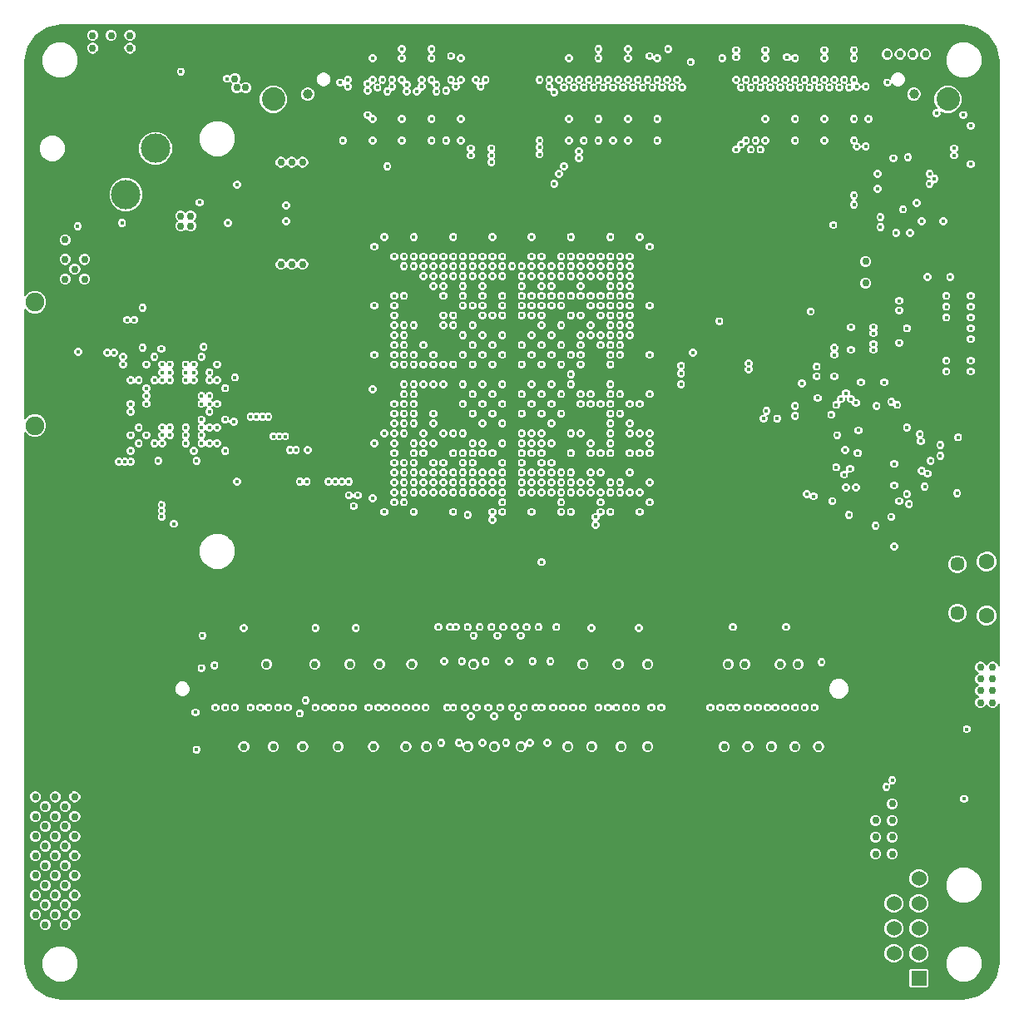
<source format=gbr>
G04 (created by PCBNEW-RS274X (2012-apr-16-27)-stable) date Mon 13 Jan 2014 12:08:28 PM PST*
G01*
G70*
G90*
%MOIN*%
G04 Gerber Fmt 3.4, Leading zero omitted, Abs format*
%FSLAX34Y34*%
G04 APERTURE LIST*
%ADD10C,0.006500*%
%ADD11C,0.017700*%
%ADD12C,0.023600*%
%ADD13C,0.023000*%
%ADD14C,0.074800*%
%ADD15C,0.039400*%
%ADD16C,0.094000*%
%ADD17C,0.063000*%
%ADD18C,0.057100*%
%ADD19R,0.060000X0.060000*%
%ADD20C,0.060000*%
%ADD21C,0.118100*%
%ADD22C,0.030000*%
%ADD23C,0.007000*%
G04 APERTURE END LIST*
G54D10*
G54D11*
X67321Y-48150D03*
X67321Y-47756D03*
X67518Y-47953D03*
X67715Y-48150D03*
X67715Y-47756D03*
G54D12*
X67245Y-24252D03*
X66851Y-24252D03*
X66457Y-24252D03*
X67245Y-23858D03*
X66851Y-23858D03*
X66457Y-23858D03*
X67245Y-23464D03*
X66851Y-23464D03*
X66457Y-23464D03*
G54D11*
X34783Y-26456D03*
X34429Y-26456D03*
X34606Y-26220D03*
X34783Y-25984D03*
X34429Y-25984D03*
X38619Y-19468D03*
X39013Y-19468D03*
X38816Y-19763D03*
X38619Y-20058D03*
X39013Y-20058D03*
G54D13*
X41181Y-25039D03*
X41378Y-24744D03*
X40984Y-24744D03*
X40984Y-25334D03*
X41378Y-25334D03*
G54D14*
X32067Y-33544D03*
X32067Y-28603D03*
G54D15*
X67282Y-20271D03*
X42994Y-20271D03*
G54D16*
X68654Y-20472D03*
X41622Y-20472D03*
G54D17*
X70197Y-41161D03*
X70197Y-38995D03*
G54D18*
X69027Y-41057D03*
X69027Y-39099D03*
G54D19*
X67481Y-55696D03*
G54D20*
X66481Y-55696D03*
X67481Y-54696D03*
X66481Y-54696D03*
X67481Y-53696D03*
X66481Y-53696D03*
X67481Y-52696D03*
X66481Y-52696D03*
X67481Y-51696D03*
X66481Y-51696D03*
G54D21*
X36890Y-22441D03*
X34528Y-22441D03*
X35709Y-24291D03*
G54D11*
X67008Y-33622D03*
X67913Y-23858D03*
X66614Y-32716D03*
X67047Y-22795D03*
X66220Y-19803D03*
X65000Y-22362D03*
X65000Y-19961D03*
X65354Y-22362D03*
X65354Y-19961D03*
X65827Y-24055D03*
X65945Y-25590D03*
X65945Y-25197D03*
X66850Y-24882D03*
X50394Y-35827D03*
X50236Y-44842D03*
X51575Y-34646D03*
X50354Y-41614D03*
X49882Y-41614D03*
X50394Y-34646D03*
X50787Y-35433D03*
X51654Y-44842D03*
X53150Y-35433D03*
X51772Y-41614D03*
X48583Y-44842D03*
X49409Y-37126D03*
X52362Y-35039D03*
X52126Y-44842D03*
X51968Y-35827D03*
X52362Y-44842D03*
X50472Y-45197D03*
X52756Y-36220D03*
X50590Y-41968D03*
X51575Y-35433D03*
X50787Y-36220D03*
X50709Y-44842D03*
X50827Y-41614D03*
X51575Y-35827D03*
X51181Y-44842D03*
X50787Y-35827D03*
X53150Y-36614D03*
X51417Y-45197D03*
X53150Y-36220D03*
X51299Y-41614D03*
X53543Y-35827D03*
X51535Y-41968D03*
X50000Y-35433D03*
X49646Y-41968D03*
X50394Y-37323D03*
X49764Y-44842D03*
X52244Y-41614D03*
X53937Y-36220D03*
X49606Y-35039D03*
X48937Y-41614D03*
X54331Y-35827D03*
X59921Y-44842D03*
X42677Y-45079D03*
X48425Y-35827D03*
X60157Y-44842D03*
X54331Y-35433D03*
X42913Y-44567D03*
X48031Y-35827D03*
X52953Y-41614D03*
X54724Y-36220D03*
X52835Y-44842D03*
X54724Y-36614D03*
X56693Y-34646D03*
X62520Y-44842D03*
X60630Y-44842D03*
X55118Y-34646D03*
X55512Y-36220D03*
X56142Y-44842D03*
X53150Y-37008D03*
X54370Y-41653D03*
X51575Y-35039D03*
X46929Y-44842D03*
X48425Y-36220D03*
X44921Y-41653D03*
X48819Y-34646D03*
X42205Y-44842D03*
X40433Y-41653D03*
X47638Y-35827D03*
X55905Y-34646D03*
X61417Y-44842D03*
X61024Y-44842D03*
X55118Y-33858D03*
X59528Y-44842D03*
X55905Y-35433D03*
X56693Y-35827D03*
X59134Y-44842D03*
X54331Y-36220D03*
X54527Y-37205D03*
X54527Y-37520D03*
X53937Y-35827D03*
X55512Y-35827D03*
X57165Y-44842D03*
X55118Y-35827D03*
X56772Y-44842D03*
X53543Y-36220D03*
X55748Y-44842D03*
X52756Y-35433D03*
X55354Y-44842D03*
X55039Y-44842D03*
X55118Y-36220D03*
X54646Y-44842D03*
X54724Y-37008D03*
X53150Y-35827D03*
X53622Y-44842D03*
X53228Y-44842D03*
X52362Y-35433D03*
X47717Y-44842D03*
X52362Y-35827D03*
X51968Y-36220D03*
X47323Y-44842D03*
X46535Y-44842D03*
X51575Y-36220D03*
X51968Y-34646D03*
X46142Y-44842D03*
X55512Y-33071D03*
X63307Y-44842D03*
X45827Y-44842D03*
X50000Y-35827D03*
X45433Y-44842D03*
X49606Y-35827D03*
X44409Y-44842D03*
X48819Y-35827D03*
X49212Y-36220D03*
X44016Y-44842D03*
X55905Y-33465D03*
X62913Y-44842D03*
X43701Y-44842D03*
X48819Y-36220D03*
X43307Y-44842D03*
X49212Y-35433D03*
X41811Y-44842D03*
X48425Y-35039D03*
X48031Y-36220D03*
X41417Y-44842D03*
X62126Y-44842D03*
X55905Y-33858D03*
X41102Y-44842D03*
X48425Y-35433D03*
X47638Y-36220D03*
X40709Y-44842D03*
X39685Y-44842D03*
X46850Y-36220D03*
X39291Y-44842D03*
X46457Y-36614D03*
X61732Y-44842D03*
X56299Y-34646D03*
X62165Y-41614D03*
X55512Y-32283D03*
X60039Y-41614D03*
X56299Y-36220D03*
X56260Y-41653D03*
X55905Y-36220D03*
X52756Y-35827D03*
X54016Y-44842D03*
X52362Y-39016D03*
X52362Y-36220D03*
X44803Y-44842D03*
X49606Y-36220D03*
X43307Y-41653D03*
X49212Y-35827D03*
X40079Y-44842D03*
X48031Y-35433D03*
X48819Y-44842D03*
X50000Y-36220D03*
X47244Y-35827D03*
X48228Y-41614D03*
X49528Y-45197D03*
X50787Y-35039D03*
X49291Y-44842D03*
X50394Y-36220D03*
X48701Y-41614D03*
X49212Y-35039D03*
X63583Y-43031D03*
X53543Y-34646D03*
X51575Y-34252D03*
X55118Y-31890D03*
X50000Y-34252D03*
X52756Y-35039D03*
X55118Y-32677D03*
X52362Y-33858D03*
X50000Y-34646D03*
X54331Y-32677D03*
X54724Y-32677D03*
X55118Y-34252D03*
X49212Y-33858D03*
X54331Y-32283D03*
X50787Y-34252D03*
X49409Y-41614D03*
X49606Y-35433D03*
X48031Y-30709D03*
X46457Y-31102D03*
X47638Y-30315D03*
X64173Y-32716D03*
X47244Y-31102D03*
X64016Y-36575D03*
X64685Y-37126D03*
X48031Y-31102D03*
X61378Y-32953D03*
X47638Y-31102D03*
X64724Y-35276D03*
X48425Y-31102D03*
X48425Y-31890D03*
X46850Y-31102D03*
X46457Y-30709D03*
X38425Y-31732D03*
X46850Y-29527D03*
X38110Y-31417D03*
X39370Y-31732D03*
X46850Y-30315D03*
X37480Y-31417D03*
X46457Y-29527D03*
X46457Y-28740D03*
X37165Y-31102D03*
X46850Y-28346D03*
X36535Y-31102D03*
X46457Y-30315D03*
X39055Y-31417D03*
X46850Y-29921D03*
X38425Y-31102D03*
X38110Y-31102D03*
X46457Y-29921D03*
X37480Y-31102D03*
X46457Y-29134D03*
X64882Y-24685D03*
X55905Y-32677D03*
X50787Y-37008D03*
X67126Y-25827D03*
X56693Y-33858D03*
X64882Y-24331D03*
X50787Y-36614D03*
X56299Y-32677D03*
X56299Y-33858D03*
X66575Y-25827D03*
X66378Y-32598D03*
X64567Y-32244D03*
X64212Y-33937D03*
X62795Y-31850D03*
X54331Y-27559D03*
X57992Y-20000D03*
X54331Y-26772D03*
X56811Y-20000D03*
X53937Y-27165D03*
X56614Y-19685D03*
X53543Y-26772D03*
X56417Y-20000D03*
X53150Y-26772D03*
X56220Y-19685D03*
X53543Y-27165D03*
X56024Y-20000D03*
X55512Y-26772D03*
X52756Y-27165D03*
X55630Y-20000D03*
X52362Y-26772D03*
X55433Y-19685D03*
X53937Y-28346D03*
X55236Y-22126D03*
X54331Y-27165D03*
X55236Y-20001D03*
X51968Y-27165D03*
X55039Y-19685D03*
X51968Y-26772D03*
X54842Y-20000D03*
X57795Y-19685D03*
X51575Y-27165D03*
X54449Y-20000D03*
X51181Y-27165D03*
X54252Y-19685D03*
X53543Y-28346D03*
X54055Y-22126D03*
X54055Y-20000D03*
X52756Y-27559D03*
X53150Y-27165D03*
X53858Y-22559D03*
X53858Y-19685D03*
X53858Y-22835D03*
X53937Y-26772D03*
X53661Y-20000D03*
X55118Y-26772D03*
X53268Y-23150D03*
X53937Y-27953D03*
X52362Y-27165D03*
X53268Y-20000D03*
X53937Y-27559D03*
X53071Y-23465D03*
X52362Y-27953D03*
X53071Y-19685D03*
X52874Y-23858D03*
X52362Y-29134D03*
X52756Y-28346D03*
X52874Y-20197D03*
X51968Y-28740D03*
X52283Y-22677D03*
X51575Y-27953D03*
X52677Y-19685D03*
X51968Y-29134D03*
X52283Y-22402D03*
X51968Y-28346D03*
X52677Y-19961D03*
X57598Y-20000D03*
X52283Y-22126D03*
X52362Y-27559D03*
X52283Y-19685D03*
X51575Y-27559D03*
X54724Y-27165D03*
X57401Y-19685D03*
X54724Y-26772D03*
X57205Y-20000D03*
X61338Y-18504D03*
X55827Y-18465D03*
X57441Y-18465D03*
X47953Y-18465D03*
X54331Y-28740D03*
X51575Y-28346D03*
X52362Y-28346D03*
X54331Y-28346D03*
X52756Y-27953D03*
X50354Y-22441D03*
X48425Y-27559D03*
X50000Y-27953D03*
X50118Y-19685D03*
X50394Y-27165D03*
X49212Y-27953D03*
X48937Y-19961D03*
X50394Y-26772D03*
X48740Y-19685D03*
X49212Y-27165D03*
X48543Y-22126D03*
X49212Y-28346D03*
X48543Y-20118D03*
X48425Y-27165D03*
X50000Y-27165D03*
X48031Y-27953D03*
X48149Y-20157D03*
X50000Y-26772D03*
X48150Y-19882D03*
X48425Y-27953D03*
X49606Y-27559D03*
X50354Y-22716D03*
X49606Y-26772D03*
X47559Y-19961D03*
X49606Y-27165D03*
X47559Y-19685D03*
X49212Y-26772D03*
X47362Y-20157D03*
X48819Y-27165D03*
X46968Y-20158D03*
X48819Y-26772D03*
X46968Y-19882D03*
X49921Y-19961D03*
X50000Y-27559D03*
X48031Y-27165D03*
X46378Y-19961D03*
X48031Y-26772D03*
X46378Y-19685D03*
X46181Y-23150D03*
X48425Y-28346D03*
X46181Y-20157D03*
X47638Y-27165D03*
X45984Y-19685D03*
X47638Y-26772D03*
X45787Y-20000D03*
X50787Y-27559D03*
X50354Y-22993D03*
X47244Y-27165D03*
X45394Y-19842D03*
X47244Y-26772D03*
X45394Y-20118D03*
X46850Y-26772D03*
X45394Y-21102D03*
X46850Y-27165D03*
X44606Y-19961D03*
X46457Y-26772D03*
X44606Y-19685D03*
X48425Y-26772D03*
X49724Y-19685D03*
X44409Y-22126D03*
X44291Y-19803D03*
X48031Y-27559D03*
X49527Y-22441D03*
X50787Y-27165D03*
X49212Y-27559D03*
X49527Y-22716D03*
X50787Y-26772D03*
X50000Y-28346D03*
X49212Y-28740D03*
X50787Y-28740D03*
X50000Y-28740D03*
X50787Y-29134D03*
X55905Y-29921D03*
X64685Y-20000D03*
X54724Y-30315D03*
X55905Y-28740D03*
X63504Y-20000D03*
X55118Y-30315D03*
X55512Y-28346D03*
X55512Y-29921D03*
X63307Y-19685D03*
X55905Y-28346D03*
X63110Y-20000D03*
X55118Y-29921D03*
X55512Y-27953D03*
X55118Y-29134D03*
X62913Y-19685D03*
X55905Y-27953D03*
X55512Y-28740D03*
X62716Y-20000D03*
X55512Y-29527D03*
X55512Y-27559D03*
X62323Y-20000D03*
X55118Y-28740D03*
X55905Y-27559D03*
X62126Y-19685D03*
X55118Y-28346D03*
X55512Y-27165D03*
X55118Y-27953D03*
X61929Y-20000D03*
X55905Y-27165D03*
X55118Y-27559D03*
X61732Y-19685D03*
X55905Y-26772D03*
X61535Y-20000D03*
X55118Y-27165D03*
X64488Y-19685D03*
X54724Y-29921D03*
X61142Y-22480D03*
X61142Y-20000D03*
X60945Y-22126D03*
X60945Y-19685D03*
X60748Y-22480D03*
X60748Y-20000D03*
X60551Y-22126D03*
X60551Y-19685D03*
X60354Y-22283D03*
X60354Y-20000D03*
X55905Y-29527D03*
X60157Y-22480D03*
X60157Y-19685D03*
X64291Y-20000D03*
X54724Y-29134D03*
X55512Y-29134D03*
X64094Y-19685D03*
X54724Y-28740D03*
X55905Y-29134D03*
X54724Y-28346D03*
X63898Y-20000D03*
X55118Y-31102D03*
X64370Y-32480D03*
X54331Y-29527D03*
X55512Y-30315D03*
X53937Y-30315D03*
X53937Y-30709D03*
X48819Y-33858D03*
X53937Y-31102D03*
X53543Y-33858D03*
X53543Y-29134D03*
X48819Y-29134D03*
X48031Y-31890D03*
X39055Y-32677D03*
X47244Y-31890D03*
X39370Y-32677D03*
X47244Y-34646D03*
X36535Y-32677D03*
X47638Y-34646D03*
X36535Y-32362D03*
X46850Y-32283D03*
X40945Y-33189D03*
X46457Y-32677D03*
X41417Y-33189D03*
X46850Y-35039D03*
X43819Y-35787D03*
X46457Y-34252D03*
X42677Y-35787D03*
X44645Y-35787D03*
X46457Y-35433D03*
X46850Y-35827D03*
X44646Y-36339D03*
X46457Y-36220D03*
X44842Y-36772D03*
X45000Y-36339D03*
X46457Y-35827D03*
X46850Y-32677D03*
X41181Y-33189D03*
X41614Y-33976D03*
X46850Y-33071D03*
X46457Y-33071D03*
X41850Y-33976D03*
X46850Y-33465D03*
X42087Y-33976D03*
X46457Y-33465D03*
X42283Y-34527D03*
X42992Y-34527D03*
X46850Y-33858D03*
X42520Y-34527D03*
X46457Y-33858D03*
X46457Y-34646D03*
X42953Y-35787D03*
X46850Y-35433D03*
X44369Y-35787D03*
X44094Y-35787D03*
X46457Y-35039D03*
X39055Y-32992D03*
X47638Y-31890D03*
X47244Y-35039D03*
X37480Y-33937D03*
X48031Y-33071D03*
X38740Y-34252D03*
X47638Y-33858D03*
X38110Y-34252D03*
X47638Y-34252D03*
X38110Y-33937D03*
X39055Y-33622D03*
X47244Y-32677D03*
X46850Y-31890D03*
X40709Y-33189D03*
X36850Y-31732D03*
X47244Y-34252D03*
X36535Y-32047D03*
X48031Y-34252D03*
X33799Y-30590D03*
X64882Y-18504D03*
X65039Y-34646D03*
X59606Y-18819D03*
X38740Y-43268D03*
X68111Y-23661D03*
X47244Y-36220D03*
X64567Y-36024D03*
X67914Y-23465D03*
X64961Y-36024D03*
X39252Y-43150D03*
X46850Y-36614D03*
X62520Y-22126D03*
X61338Y-21260D03*
X64882Y-21260D03*
X60157Y-18504D03*
X63701Y-21260D03*
X63701Y-22126D03*
X56693Y-28740D03*
X55118Y-29527D03*
X61338Y-22126D03*
X53937Y-29921D03*
X56693Y-30709D03*
X54331Y-29921D03*
X56693Y-26378D03*
X62520Y-21260D03*
X55512Y-30709D03*
X64882Y-22126D03*
X55118Y-30709D03*
X60157Y-18779D03*
X54646Y-22126D03*
X55827Y-21260D03*
X53543Y-27559D03*
X57008Y-21260D03*
X56299Y-25984D03*
X57008Y-18819D03*
X55827Y-18819D03*
X52362Y-28740D03*
X51575Y-28740D03*
X54646Y-18465D03*
X51968Y-27559D03*
X54646Y-19685D03*
X52756Y-28740D03*
X53464Y-22126D03*
X54724Y-27559D03*
X51968Y-25984D03*
X53464Y-19685D03*
X54646Y-18819D03*
X57008Y-19685D03*
X57008Y-22126D03*
X55827Y-19685D03*
X55827Y-22126D03*
X53464Y-18819D03*
X53543Y-25984D03*
X55118Y-25984D03*
X54646Y-21260D03*
X53150Y-28740D03*
X51575Y-29134D03*
X53464Y-21260D03*
X45590Y-22126D03*
X48819Y-25984D03*
X47638Y-27559D03*
X45590Y-21260D03*
X49134Y-18819D03*
X47953Y-18819D03*
X46063Y-25984D03*
X49134Y-21260D03*
X47244Y-25984D03*
X50787Y-28346D03*
X47953Y-19685D03*
X46772Y-21260D03*
X50394Y-27559D03*
X50000Y-29134D03*
X46772Y-18819D03*
X50394Y-29134D03*
X46772Y-22126D03*
X45590Y-18819D03*
X47953Y-22126D03*
X47953Y-21260D03*
X46772Y-18465D03*
X49134Y-19685D03*
X49134Y-22126D03*
X49606Y-28740D03*
X46772Y-19685D03*
X48819Y-27559D03*
X45590Y-19685D03*
X50394Y-25984D03*
X61338Y-19685D03*
X63701Y-18504D03*
X62520Y-18819D03*
X62520Y-19685D03*
X63701Y-19685D03*
X64882Y-18819D03*
X61338Y-18819D03*
X64882Y-19685D03*
X63701Y-18819D03*
X68346Y-34764D03*
X37913Y-19370D03*
X38543Y-46535D03*
X65748Y-37559D03*
X66378Y-37205D03*
X38504Y-45039D03*
X62519Y-32757D03*
X66496Y-35079D03*
X66496Y-35945D03*
X62519Y-33150D03*
X67087Y-36693D03*
X64527Y-34527D03*
X66693Y-28937D03*
X62992Y-36299D03*
X69016Y-36260D03*
X69567Y-28779D03*
X64488Y-35512D03*
X66102Y-31811D03*
X69567Y-30945D03*
X67835Y-35472D03*
X69567Y-29213D03*
X67598Y-35354D03*
X67953Y-34961D03*
X69567Y-30079D03*
X66693Y-28543D03*
X66693Y-30236D03*
X63268Y-36378D03*
X67559Y-34173D03*
X35551Y-25433D03*
X33779Y-25551D03*
X68346Y-34331D03*
X66417Y-47756D03*
X67008Y-36299D03*
X38661Y-24606D03*
X63976Y-33110D03*
X42126Y-25354D03*
X64961Y-32638D03*
X42126Y-24724D03*
X64764Y-32480D03*
X66181Y-48031D03*
X66693Y-36575D03*
X65787Y-32756D03*
X59488Y-29370D03*
X68189Y-21024D03*
X67520Y-33898D03*
X37165Y-33937D03*
X47244Y-35433D03*
X46457Y-28346D03*
X37165Y-31417D03*
X46063Y-33858D03*
X40158Y-35787D03*
X39055Y-32362D03*
X46850Y-30709D03*
X39370Y-33622D03*
X47244Y-33071D03*
X35590Y-31102D03*
X35905Y-32677D03*
X35905Y-33937D03*
X35905Y-31732D03*
X34961Y-30630D03*
X35905Y-32992D03*
X36535Y-33937D03*
X35236Y-30630D03*
X36220Y-34252D03*
X35905Y-34567D03*
X35590Y-30787D03*
X37165Y-34252D03*
X35905Y-35000D03*
X35669Y-35000D03*
X35433Y-35000D03*
X36378Y-30433D03*
X60157Y-29724D03*
X46063Y-28740D03*
X39370Y-33937D03*
X39055Y-33937D03*
G54D22*
X37913Y-26102D03*
G54D11*
X61575Y-45197D03*
X36220Y-32362D03*
X43346Y-20472D03*
X52716Y-43307D03*
G54D22*
X67047Y-42087D03*
G54D11*
X50787Y-32283D03*
X48819Y-34252D03*
X35551Y-33937D03*
X56299Y-30709D03*
X52756Y-30315D03*
X38425Y-34252D03*
X49134Y-20984D03*
X66851Y-23858D03*
X64724Y-31220D03*
X47638Y-30709D03*
X51968Y-32283D03*
X57008Y-20236D03*
X49212Y-30315D03*
X56024Y-41968D03*
X64370Y-30039D03*
X53150Y-27953D03*
X50945Y-20984D03*
X38819Y-30079D03*
X38816Y-19763D03*
X38110Y-32047D03*
X55118Y-26378D03*
X54724Y-33465D03*
X59527Y-31535D03*
X58937Y-30000D03*
X51575Y-32677D03*
X49212Y-29527D03*
X38740Y-31732D03*
X41260Y-45197D03*
X59764Y-18465D03*
X53464Y-20236D03*
X45590Y-36024D03*
X45039Y-45197D03*
G54D22*
X37913Y-26496D03*
G54D11*
X65669Y-29134D03*
X49055Y-46575D03*
X53543Y-35039D03*
X51968Y-33071D03*
X47638Y-32283D03*
X44212Y-20709D03*
X46772Y-20984D03*
X47244Y-26378D03*
X51968Y-31102D03*
X54724Y-27953D03*
X61810Y-32638D03*
G54D22*
X36024Y-26772D03*
G54D11*
X46063Y-36614D03*
X50394Y-26378D03*
X58189Y-20236D03*
X69449Y-22047D03*
X52008Y-43307D03*
X40020Y-34587D03*
X63819Y-30039D03*
X47874Y-45197D03*
X52362Y-29921D03*
X34035Y-34488D03*
X50394Y-36614D03*
X52756Y-31102D03*
X53464Y-20984D03*
X50394Y-35039D03*
X37795Y-20630D03*
G54D22*
X67047Y-41299D03*
G54D11*
X32756Y-32657D03*
X33484Y-32657D03*
X53937Y-28740D03*
X50000Y-33071D03*
X63110Y-35748D03*
X47244Y-36614D03*
X52087Y-20984D03*
X52087Y-20709D03*
X46378Y-18465D03*
X35905Y-34252D03*
X56299Y-26378D03*
X54646Y-20984D03*
X36378Y-29764D03*
X36850Y-34567D03*
X35905Y-30787D03*
X46693Y-45197D03*
X42441Y-45197D03*
X45276Y-45197D03*
X57323Y-45197D03*
X58346Y-18504D03*
X54331Y-30315D03*
X37008Y-35276D03*
X34961Y-27716D03*
G54D22*
X70433Y-47520D03*
G54D11*
X68425Y-23346D03*
X36850Y-31102D03*
X56299Y-28740D03*
X62401Y-41968D03*
G54D22*
X68622Y-49370D03*
G54D11*
X55197Y-45197D03*
X47638Y-27953D03*
G54D22*
X39842Y-20630D03*
G54D11*
X54331Y-30709D03*
X39370Y-32047D03*
X51575Y-33465D03*
X40551Y-45197D03*
X64172Y-34626D03*
X66850Y-25197D03*
X65650Y-33740D03*
X52756Y-32283D03*
X51575Y-29921D03*
X40394Y-31614D03*
X46457Y-31890D03*
X39370Y-33307D03*
G54D22*
X39842Y-18661D03*
G54D11*
X41969Y-45197D03*
X47638Y-29527D03*
X49212Y-33071D03*
X50394Y-29921D03*
G54D22*
X38307Y-26496D03*
G54D11*
X52756Y-29134D03*
X48819Y-35039D03*
X52087Y-20236D03*
X70315Y-35592D03*
G54D22*
X41181Y-27087D03*
G54D11*
X35905Y-31102D03*
X64055Y-25197D03*
X62559Y-33661D03*
X50787Y-30315D03*
X51575Y-29527D03*
X44212Y-20236D03*
G54D22*
X69961Y-47992D03*
X68464Y-39331D03*
G54D11*
X64882Y-20236D03*
X46772Y-20709D03*
X37165Y-32992D03*
X45590Y-36772D03*
X64331Y-24921D03*
X51457Y-20236D03*
X50000Y-30315D03*
X50394Y-32677D03*
X44567Y-45197D03*
X56693Y-26772D03*
X38110Y-33307D03*
X57008Y-20984D03*
X51968Y-26378D03*
X49606Y-30709D03*
X37500Y-36968D03*
X56299Y-36614D03*
X56299Y-34252D03*
X55118Y-36614D03*
X59527Y-31929D03*
X49134Y-20236D03*
X69567Y-27382D03*
X51575Y-30709D03*
X59331Y-19961D03*
X48819Y-30709D03*
G54D22*
X69921Y-49370D03*
G54D11*
X37480Y-33307D03*
X53543Y-32677D03*
X66693Y-20236D03*
X40315Y-45197D03*
X48425Y-29921D03*
X58937Y-30905D03*
X54724Y-34252D03*
X34173Y-30590D03*
G54D22*
X40748Y-22992D03*
G54D11*
X62520Y-20236D03*
X34035Y-34232D03*
X53543Y-27953D03*
X51457Y-20984D03*
X46063Y-30709D03*
G54D22*
X69291Y-49370D03*
G54D11*
X64646Y-27480D03*
X38425Y-32047D03*
G54D22*
X68622Y-50039D03*
G54D11*
X37500Y-36732D03*
X49606Y-29921D03*
X50394Y-31890D03*
X37480Y-32362D03*
X67008Y-27835D03*
X52362Y-30709D03*
X54488Y-45197D03*
X63583Y-43346D03*
X40118Y-26772D03*
X50787Y-33071D03*
X54724Y-29527D03*
X47638Y-33465D03*
X38425Y-32362D03*
X50315Y-20236D03*
X36220Y-33307D03*
X53150Y-32677D03*
X54252Y-18465D03*
X52756Y-33858D03*
X36220Y-32047D03*
X53464Y-20709D03*
X68307Y-39960D03*
X45590Y-20709D03*
X39134Y-45197D03*
X48819Y-31890D03*
X64646Y-30039D03*
X58189Y-20709D03*
X36220Y-33937D03*
X51575Y-31890D03*
X59961Y-20236D03*
X55827Y-20709D03*
X52756Y-34646D03*
X37165Y-32362D03*
X64094Y-30039D03*
X38740Y-31417D03*
X36220Y-32677D03*
X35905Y-32047D03*
X38425Y-33937D03*
X37165Y-30787D03*
X53543Y-31102D03*
X49212Y-29134D03*
X50000Y-26378D03*
X60275Y-41968D03*
G54D22*
X40748Y-27087D03*
G54D11*
X58819Y-20236D03*
X54724Y-31102D03*
X58819Y-19961D03*
X58937Y-30315D03*
X58976Y-45197D03*
X46575Y-41968D03*
X62283Y-45197D03*
X53543Y-32283D03*
X69567Y-30512D03*
X53150Y-29921D03*
X51457Y-19961D03*
X49606Y-33858D03*
X58189Y-20984D03*
X51968Y-36614D03*
X50000Y-31102D03*
X53937Y-29527D03*
X44685Y-41968D03*
X54252Y-45197D03*
X47638Y-35039D03*
X47165Y-45197D03*
G54D22*
X39409Y-20394D03*
G54D11*
X58937Y-30630D03*
X39055Y-31102D03*
X62756Y-45197D03*
X50118Y-43307D03*
X49212Y-32283D03*
X57441Y-41968D03*
X34035Y-34744D03*
X63701Y-20236D03*
X70000Y-20512D03*
X66063Y-20709D03*
X48346Y-46575D03*
X50394Y-33465D03*
X50945Y-19961D03*
X53150Y-33465D03*
X45866Y-41968D03*
X56614Y-45197D03*
X50394Y-27953D03*
X65827Y-23110D03*
X54724Y-30709D03*
X42087Y-41968D03*
X43858Y-45197D03*
X37480Y-32047D03*
X58819Y-20709D03*
X53150Y-30709D03*
X52756Y-29527D03*
X57008Y-20709D03*
X35413Y-29311D03*
X68898Y-22047D03*
X43622Y-20984D03*
X61338Y-20236D03*
X51890Y-46575D03*
X65669Y-31220D03*
X60866Y-45197D03*
X39488Y-41968D03*
X36378Y-30118D03*
X48819Y-27953D03*
X49212Y-34252D03*
X67401Y-24980D03*
X59331Y-20984D03*
X42559Y-41968D03*
X53543Y-36614D03*
X63346Y-41968D03*
X62520Y-20709D03*
X37165Y-33307D03*
X68976Y-24882D03*
X36535Y-31732D03*
X53543Y-30315D03*
X59685Y-45197D03*
G54D22*
X33346Y-31142D03*
X33661Y-31457D03*
G54D11*
X38976Y-23898D03*
X34035Y-33957D03*
X39843Y-45197D03*
X54724Y-33071D03*
X37165Y-34567D03*
X43976Y-41968D03*
X35905Y-33622D03*
X67518Y-47953D03*
X50945Y-20236D03*
X53780Y-45197D03*
X53071Y-45197D03*
X47953Y-20709D03*
X46063Y-26378D03*
X38425Y-32677D03*
X40157Y-20315D03*
X54724Y-32283D03*
X55906Y-45197D03*
X53543Y-29527D03*
X37500Y-37205D03*
X49606Y-31890D03*
G54D22*
X33031Y-30827D03*
G54D11*
X51968Y-27953D03*
X43150Y-45197D03*
X66063Y-20236D03*
X50945Y-46575D03*
X51968Y-35039D03*
X48819Y-28740D03*
X63543Y-30039D03*
X66850Y-27598D03*
G54D22*
X40147Y-18966D03*
G54D11*
X48425Y-28740D03*
X54646Y-20236D03*
X42795Y-41968D03*
X48819Y-29921D03*
X38425Y-33307D03*
X47992Y-41968D03*
X50787Y-31102D03*
X53543Y-28740D03*
X47047Y-41968D03*
X55315Y-41968D03*
X65866Y-47362D03*
X59961Y-20709D03*
X41378Y-41968D03*
X45669Y-26772D03*
X37480Y-32992D03*
G54D22*
X70433Y-47992D03*
G54D11*
X53543Y-34252D03*
X53150Y-31890D03*
X56496Y-41968D03*
X63701Y-20709D03*
X52362Y-33465D03*
X58819Y-20984D03*
X50315Y-20709D03*
X59803Y-41968D03*
X59094Y-41968D03*
X50945Y-20709D03*
X50787Y-29527D03*
X63465Y-45197D03*
X39370Y-23898D03*
X46063Y-29134D03*
X60512Y-41968D03*
X50394Y-30709D03*
X66102Y-40354D03*
X54331Y-33071D03*
X43622Y-20236D03*
X53898Y-41968D03*
X68583Y-29646D03*
X49606Y-29134D03*
X49134Y-20709D03*
X48425Y-34252D03*
X65827Y-24449D03*
X51968Y-33465D03*
G54D22*
X69961Y-47520D03*
X70433Y-47008D03*
G54D11*
X70000Y-24252D03*
X52598Y-46575D03*
X67598Y-31929D03*
X49173Y-43307D03*
G54D22*
X69921Y-50039D03*
G54D11*
X36220Y-32992D03*
X49606Y-32677D03*
X45984Y-45197D03*
X50315Y-19961D03*
X51063Y-43307D03*
X38740Y-31102D03*
X59331Y-20709D03*
X48819Y-26378D03*
G54D22*
X38307Y-26102D03*
G54D11*
X38543Y-35276D03*
X61338Y-20709D03*
G54D22*
X41181Y-22992D03*
G54D11*
X48464Y-43307D03*
X61535Y-35276D03*
X50394Y-29527D03*
X66850Y-37441D03*
G54D22*
X36811Y-26988D03*
G54D11*
X65669Y-30984D03*
X51457Y-20709D03*
G54D22*
X33031Y-31457D03*
G54D11*
X65669Y-28898D03*
X52087Y-19961D03*
X45512Y-28150D03*
X62992Y-18150D03*
X50000Y-29527D03*
X66693Y-20709D03*
X55827Y-20236D03*
X38110Y-32677D03*
X51968Y-29527D03*
X68622Y-22047D03*
X64882Y-20709D03*
X38425Y-33622D03*
X60394Y-45197D03*
X48819Y-32677D03*
X50000Y-46575D03*
X55827Y-20984D03*
X54646Y-20709D03*
X68583Y-30079D03*
X54331Y-31102D03*
X62638Y-41968D03*
X53543Y-26378D03*
X69567Y-31850D03*
X40669Y-41968D03*
X34311Y-32657D03*
X43622Y-20709D03*
X64016Y-36890D03*
X43268Y-41968D03*
X61929Y-41968D03*
X60669Y-30354D03*
X48425Y-33465D03*
X53189Y-41968D03*
X63110Y-34094D03*
X45157Y-41968D03*
X50394Y-25590D03*
X61259Y-32638D03*
X56693Y-36220D03*
X40354Y-33386D03*
X50000Y-33858D03*
X69173Y-22047D03*
X35590Y-34567D03*
X70315Y-35119D03*
X68327Y-22047D03*
X63779Y-28740D03*
X54724Y-35039D03*
X63110Y-30827D03*
G54D22*
X69961Y-47008D03*
G54D11*
X50000Y-32283D03*
X52362Y-31890D03*
X60669Y-30590D03*
X46457Y-27165D03*
X36220Y-31417D03*
X59331Y-20236D03*
G54D22*
X42165Y-25039D03*
G54D11*
X53543Y-29921D03*
X49212Y-31102D03*
X54606Y-41968D03*
X69527Y-20905D03*
X61220Y-41968D03*
X56732Y-41968D03*
X52756Y-33071D03*
X46063Y-34252D03*
X48819Y-36614D03*
X56299Y-32283D03*
X51968Y-30315D03*
X53937Y-34252D03*
X34606Y-26220D03*
X68425Y-24961D03*
X49606Y-33465D03*
X40197Y-41968D03*
X66457Y-22520D03*
X64724Y-28898D03*
X54331Y-27953D03*
X34035Y-35020D03*
X47283Y-41968D03*
X37165Y-32047D03*
X47953Y-20984D03*
X38110Y-32362D03*
X37913Y-19646D03*
X44212Y-20984D03*
G54D22*
X69291Y-50039D03*
G54D11*
X52362Y-32677D03*
X54724Y-34646D03*
X54331Y-34252D03*
X52362Y-34252D03*
X52362Y-34646D03*
X37638Y-37480D03*
X48031Y-35039D03*
X53150Y-27559D03*
X53150Y-28346D03*
X69567Y-28346D03*
X69567Y-31378D03*
X39055Y-34252D03*
X36850Y-34252D03*
X37126Y-30472D03*
X36220Y-31732D03*
X39685Y-33307D03*
X38543Y-34961D03*
G54D22*
X42362Y-27087D03*
G54D11*
X38740Y-30787D03*
X40039Y-33386D03*
X36220Y-33622D03*
X36043Y-29311D03*
X39685Y-32047D03*
X38819Y-30394D03*
X40079Y-31614D03*
G54D22*
X42795Y-27087D03*
X41929Y-27087D03*
G54D11*
X37008Y-34961D03*
X38425Y-34567D03*
X39803Y-25433D03*
X36850Y-30787D03*
X35768Y-29311D03*
X52756Y-32677D03*
X52362Y-33071D03*
X50787Y-32677D03*
X51575Y-32283D03*
X49606Y-29527D03*
X49606Y-33071D03*
X50787Y-31890D03*
X51575Y-30315D03*
X52362Y-31102D03*
X49606Y-31102D03*
X53543Y-31890D03*
X53543Y-30709D03*
X51968Y-32677D03*
X53150Y-32283D03*
X52362Y-32283D03*
X49212Y-32677D03*
X49212Y-29921D03*
X50000Y-31890D03*
X53543Y-31496D03*
X48819Y-31102D03*
X50787Y-29921D03*
G54D22*
X42362Y-22992D03*
G54D11*
X49606Y-32283D03*
X50000Y-33465D03*
X50787Y-30709D03*
X53150Y-33071D03*
X52756Y-33465D03*
X53150Y-29527D03*
X49212Y-30709D03*
X51968Y-29921D03*
G54D22*
X41929Y-22992D03*
G54D11*
X53150Y-31102D03*
X50000Y-32677D03*
X51575Y-33071D03*
X52756Y-30709D03*
X50787Y-33465D03*
X40157Y-23898D03*
X49212Y-31890D03*
X50394Y-30315D03*
X53150Y-30315D03*
X48819Y-29527D03*
X51575Y-31102D03*
X52756Y-29921D03*
X52362Y-29527D03*
X49606Y-30315D03*
X52756Y-31890D03*
X50394Y-32283D03*
X50000Y-30709D03*
X50394Y-31102D03*
X51968Y-30709D03*
X52362Y-30315D03*
G54D22*
X42795Y-22992D03*
G54D11*
X51968Y-31890D03*
X50394Y-33071D03*
X50000Y-29921D03*
G54D22*
X70433Y-43701D03*
G54D11*
X54724Y-35433D03*
X38740Y-32362D03*
X61259Y-33268D03*
X51968Y-33858D03*
G54D22*
X44685Y-43110D03*
G54D11*
X53543Y-37008D03*
X55118Y-33465D03*
X47244Y-33465D03*
G54D22*
X56614Y-43110D03*
X59685Y-46417D03*
X49409Y-46417D03*
G54D11*
X51968Y-35433D03*
G54D22*
X60512Y-43110D03*
G54D11*
X38110Y-31732D03*
X45669Y-26378D03*
G54D22*
X43268Y-43110D03*
G54D11*
X39055Y-31732D03*
X69291Y-48504D03*
G54D22*
X41338Y-43110D03*
G54D11*
X51968Y-37008D03*
X37146Y-36968D03*
X49055Y-46260D03*
G54D22*
X69961Y-44173D03*
X70433Y-44646D03*
X44212Y-46417D03*
X40433Y-46417D03*
G54D11*
X56693Y-32283D03*
X64055Y-25512D03*
G54D22*
X49646Y-43110D03*
X69961Y-43701D03*
X55433Y-43110D03*
G54D11*
X51575Y-33858D03*
X55118Y-37008D03*
X53543Y-35433D03*
X56693Y-34252D03*
G54D22*
X47165Y-43110D03*
G54D11*
X45669Y-34252D03*
X37165Y-31732D03*
G54D22*
X69961Y-43228D03*
G54D11*
X48819Y-35433D03*
X49173Y-42992D03*
X49212Y-34646D03*
X52756Y-34252D03*
X51890Y-46260D03*
G54D22*
X62520Y-46417D03*
G54D11*
X37165Y-33622D03*
X47638Y-35433D03*
X39370Y-34252D03*
X53937Y-32283D03*
G54D22*
X59842Y-43110D03*
X54370Y-46417D03*
G54D11*
X38740Y-32677D03*
G54D22*
X55551Y-46417D03*
G54D11*
X50000Y-46260D03*
X45590Y-32087D03*
X55118Y-32283D03*
X48425Y-29527D03*
X37146Y-36732D03*
X51968Y-34252D03*
G54D22*
X45866Y-43110D03*
G54D11*
X48031Y-33465D03*
X51063Y-42992D03*
X37480Y-33622D03*
X37480Y-31732D03*
X37146Y-37205D03*
X47244Y-32283D03*
X38740Y-33937D03*
X50394Y-35433D03*
G54D22*
X56614Y-46417D03*
G54D11*
X69409Y-45709D03*
G54D22*
X54016Y-43110D03*
G54D11*
X48464Y-42992D03*
X52716Y-42992D03*
X45590Y-36457D03*
G54D22*
X61929Y-43110D03*
G54D11*
X47244Y-37008D03*
X54331Y-34646D03*
X56299Y-37008D03*
X50118Y-42992D03*
X47244Y-29527D03*
X47244Y-30709D03*
G54D22*
X41614Y-46417D03*
X60630Y-46417D03*
X61575Y-46417D03*
X62638Y-43110D03*
G54D11*
X56693Y-36614D03*
X52008Y-42992D03*
X39685Y-34567D03*
G54D22*
X45630Y-46417D03*
G54D11*
X38740Y-33307D03*
X45669Y-28740D03*
G54D22*
X46929Y-46417D03*
G54D11*
X48819Y-37008D03*
G54D22*
X42795Y-46417D03*
X70433Y-44173D03*
X47756Y-46417D03*
X53425Y-46417D03*
G54D11*
X53937Y-32677D03*
X55118Y-33071D03*
G54D22*
X63464Y-46417D03*
G54D11*
X48346Y-46260D03*
X49606Y-34646D03*
G54D22*
X70433Y-43228D03*
G54D11*
X46063Y-37008D03*
X45669Y-30709D03*
X50945Y-46260D03*
X38425Y-31417D03*
X49606Y-34252D03*
X38110Y-33622D03*
X39370Y-31102D03*
X50394Y-37008D03*
G54D22*
X50472Y-46417D03*
X51535Y-46417D03*
G54D11*
X38740Y-33622D03*
G54D22*
X69961Y-44646D03*
G54D11*
X52598Y-46260D03*
X58425Y-30630D03*
X53937Y-33858D03*
X48425Y-29134D03*
X53937Y-29134D03*
X48425Y-33858D03*
X57953Y-31142D03*
X57953Y-31890D03*
X57953Y-31457D03*
X65827Y-23465D03*
X67598Y-25354D03*
X67401Y-24626D03*
X68898Y-22441D03*
X68898Y-22716D03*
X69567Y-23071D03*
X66457Y-22835D03*
X68464Y-25354D03*
X69055Y-34016D03*
X65669Y-30276D03*
X66496Y-38386D03*
X68583Y-31378D03*
G54D22*
X65354Y-27835D03*
G54D11*
X69567Y-29646D03*
X67716Y-35984D03*
X68583Y-29213D03*
X58346Y-18976D03*
G54D22*
X65354Y-26968D03*
G54D11*
X65059Y-33740D03*
X61810Y-33268D03*
X67008Y-29646D03*
X65669Y-30512D03*
X63386Y-31181D03*
X36378Y-28819D03*
X64173Y-35216D03*
X64764Y-30512D03*
X56693Y-18740D03*
X68740Y-27598D03*
X64094Y-30709D03*
X48740Y-18740D03*
X65157Y-31811D03*
X63150Y-28976D03*
X64094Y-30433D03*
X65472Y-21260D03*
X62205Y-18779D03*
X68583Y-30945D03*
X68583Y-28779D03*
X67835Y-27598D03*
X63386Y-31575D03*
X63425Y-32441D03*
X68583Y-28346D03*
X38779Y-41968D03*
X64094Y-31575D03*
G54D22*
X34370Y-18425D03*
X35866Y-18425D03*
X35866Y-17913D03*
X34370Y-17913D03*
X35118Y-17913D03*
X32087Y-53150D03*
X33661Y-52362D03*
X33661Y-48425D03*
X33661Y-49213D03*
X33268Y-48819D03*
X33268Y-51968D03*
X33661Y-53150D03*
X32480Y-49606D03*
X32874Y-51575D03*
G54D11*
X60669Y-31299D03*
G54D22*
X66417Y-50039D03*
X66220Y-18661D03*
X33268Y-49606D03*
X66417Y-49370D03*
X66417Y-50709D03*
X66732Y-18661D03*
X33268Y-53543D03*
X32480Y-53543D03*
X33268Y-51181D03*
X32087Y-52362D03*
X32480Y-51181D03*
X32874Y-50000D03*
X32874Y-48425D03*
X32087Y-48425D03*
X32480Y-51968D03*
X32480Y-52756D03*
X32087Y-51575D03*
X33268Y-50394D03*
X33268Y-52756D03*
X32087Y-49213D03*
X32874Y-49213D03*
X32874Y-53150D03*
X32087Y-50000D03*
X33661Y-50000D03*
X32480Y-50394D03*
X67756Y-18661D03*
X32874Y-50787D03*
X32480Y-48819D03*
X67244Y-18661D03*
X37913Y-25551D03*
G54D11*
X69272Y-21102D03*
X65669Y-29842D03*
G54D22*
X38307Y-25157D03*
G54D11*
X39764Y-19646D03*
G54D22*
X65748Y-49370D03*
X40079Y-19646D03*
X37913Y-25157D03*
G54D11*
X69567Y-21535D03*
G54D22*
X33661Y-50787D03*
X65748Y-50709D03*
X38307Y-25551D03*
X33661Y-51575D03*
G54D11*
X60669Y-31063D03*
G54D22*
X32087Y-50787D03*
X32874Y-52362D03*
X66417Y-48701D03*
G54D11*
X64764Y-29606D03*
X65669Y-29606D03*
G54D22*
X65748Y-50039D03*
X40512Y-20000D03*
X40157Y-20000D03*
X33268Y-26102D03*
X33268Y-26890D03*
X34055Y-27677D03*
X33661Y-27283D03*
X33268Y-27677D03*
X34055Y-26890D03*
G54D10*
G36*
X70686Y-55103D02*
X70576Y-55650D01*
X70273Y-56103D01*
X70026Y-56267D01*
X70026Y-55265D01*
X70026Y-54973D01*
X70026Y-52115D01*
X70026Y-51823D01*
X69915Y-51553D01*
X69708Y-51346D01*
X69601Y-51301D01*
X69601Y-45747D01*
X69601Y-45671D01*
X69572Y-45600D01*
X69518Y-45546D01*
X69447Y-45517D01*
X69416Y-45517D01*
X69416Y-41135D01*
X69416Y-40980D01*
X69416Y-39177D01*
X69416Y-39022D01*
X69357Y-38879D01*
X69248Y-38769D01*
X69247Y-38768D01*
X69247Y-34054D01*
X69247Y-33978D01*
X69218Y-33907D01*
X69164Y-33853D01*
X69093Y-33824D01*
X69090Y-33824D01*
X69090Y-22754D01*
X69090Y-22678D01*
X69061Y-22607D01*
X69032Y-22578D01*
X69061Y-22550D01*
X69090Y-22479D01*
X69090Y-22403D01*
X69061Y-22332D01*
X69007Y-22278D01*
X68936Y-22249D01*
X68860Y-22249D01*
X68789Y-22278D01*
X68735Y-22332D01*
X68706Y-22403D01*
X68706Y-22479D01*
X68735Y-22550D01*
X68763Y-22578D01*
X68735Y-22607D01*
X68706Y-22678D01*
X68706Y-22754D01*
X68735Y-22825D01*
X68789Y-22879D01*
X68860Y-22908D01*
X68936Y-22908D01*
X69007Y-22879D01*
X69061Y-22825D01*
X69090Y-22754D01*
X69090Y-33824D01*
X69017Y-33824D01*
X68946Y-33853D01*
X68932Y-33867D01*
X68932Y-27636D01*
X68932Y-27560D01*
X68903Y-27489D01*
X68849Y-27435D01*
X68778Y-27406D01*
X68702Y-27406D01*
X68656Y-27424D01*
X68656Y-25392D01*
X68656Y-25316D01*
X68627Y-25245D01*
X68573Y-25191D01*
X68502Y-25162D01*
X68426Y-25162D01*
X68355Y-25191D01*
X68303Y-25243D01*
X68303Y-23699D01*
X68303Y-23623D01*
X68274Y-23552D01*
X68220Y-23498D01*
X68149Y-23469D01*
X68106Y-23469D01*
X68106Y-23427D01*
X68077Y-23356D01*
X68023Y-23302D01*
X67952Y-23273D01*
X67876Y-23273D01*
X67805Y-23302D01*
X67751Y-23356D01*
X67722Y-23427D01*
X67722Y-23503D01*
X67751Y-23574D01*
X67805Y-23628D01*
X67876Y-23657D01*
X67919Y-23657D01*
X67919Y-23666D01*
X67875Y-23666D01*
X67804Y-23695D01*
X67750Y-23749D01*
X67721Y-23820D01*
X67721Y-23896D01*
X67750Y-23967D01*
X67804Y-24021D01*
X67875Y-24050D01*
X67951Y-24050D01*
X68022Y-24021D01*
X68076Y-23967D01*
X68105Y-23896D01*
X68105Y-23853D01*
X68149Y-23853D01*
X68220Y-23824D01*
X68274Y-23770D01*
X68303Y-23699D01*
X68303Y-25243D01*
X68301Y-25245D01*
X68272Y-25316D01*
X68272Y-25392D01*
X68301Y-25463D01*
X68355Y-25517D01*
X68426Y-25546D01*
X68502Y-25546D01*
X68573Y-25517D01*
X68627Y-25463D01*
X68656Y-25392D01*
X68656Y-27424D01*
X68631Y-27435D01*
X68577Y-27489D01*
X68548Y-27560D01*
X68548Y-27636D01*
X68577Y-27707D01*
X68631Y-27761D01*
X68702Y-27790D01*
X68778Y-27790D01*
X68849Y-27761D01*
X68903Y-27707D01*
X68932Y-27636D01*
X68932Y-33867D01*
X68892Y-33907D01*
X68863Y-33978D01*
X68863Y-34054D01*
X68892Y-34125D01*
X68946Y-34179D01*
X69017Y-34208D01*
X69093Y-34208D01*
X69164Y-34179D01*
X69218Y-34125D01*
X69247Y-34054D01*
X69247Y-38768D01*
X69208Y-38752D01*
X69208Y-36298D01*
X69208Y-36222D01*
X69179Y-36151D01*
X69125Y-36097D01*
X69054Y-36068D01*
X68978Y-36068D01*
X68907Y-36097D01*
X68853Y-36151D01*
X68824Y-36222D01*
X68824Y-36298D01*
X68853Y-36369D01*
X68907Y-36423D01*
X68978Y-36452D01*
X69054Y-36452D01*
X69125Y-36423D01*
X69179Y-36369D01*
X69208Y-36298D01*
X69208Y-38752D01*
X69105Y-38710D01*
X68950Y-38710D01*
X68807Y-38769D01*
X68775Y-38800D01*
X68775Y-31416D01*
X68775Y-31340D01*
X68775Y-30983D01*
X68775Y-30907D01*
X68775Y-29251D01*
X68775Y-29175D01*
X68775Y-28817D01*
X68775Y-28741D01*
X68775Y-28384D01*
X68775Y-28308D01*
X68746Y-28237D01*
X68692Y-28183D01*
X68621Y-28154D01*
X68545Y-28154D01*
X68474Y-28183D01*
X68420Y-28237D01*
X68391Y-28308D01*
X68391Y-28384D01*
X68420Y-28455D01*
X68474Y-28509D01*
X68545Y-28538D01*
X68621Y-28538D01*
X68692Y-28509D01*
X68746Y-28455D01*
X68775Y-28384D01*
X68775Y-28741D01*
X68746Y-28670D01*
X68692Y-28616D01*
X68621Y-28587D01*
X68545Y-28587D01*
X68474Y-28616D01*
X68420Y-28670D01*
X68391Y-28741D01*
X68391Y-28817D01*
X68420Y-28888D01*
X68474Y-28942D01*
X68545Y-28971D01*
X68621Y-28971D01*
X68692Y-28942D01*
X68746Y-28888D01*
X68775Y-28817D01*
X68775Y-29175D01*
X68746Y-29104D01*
X68692Y-29050D01*
X68621Y-29021D01*
X68545Y-29021D01*
X68474Y-29050D01*
X68420Y-29104D01*
X68391Y-29175D01*
X68391Y-29251D01*
X68420Y-29322D01*
X68474Y-29376D01*
X68545Y-29405D01*
X68621Y-29405D01*
X68692Y-29376D01*
X68746Y-29322D01*
X68775Y-29251D01*
X68775Y-30907D01*
X68746Y-30836D01*
X68692Y-30782D01*
X68621Y-30753D01*
X68545Y-30753D01*
X68474Y-30782D01*
X68420Y-30836D01*
X68391Y-30907D01*
X68391Y-30983D01*
X68420Y-31054D01*
X68474Y-31108D01*
X68545Y-31137D01*
X68621Y-31137D01*
X68692Y-31108D01*
X68746Y-31054D01*
X68775Y-30983D01*
X68775Y-31340D01*
X68746Y-31269D01*
X68692Y-31215D01*
X68621Y-31186D01*
X68545Y-31186D01*
X68474Y-31215D01*
X68420Y-31269D01*
X68391Y-31340D01*
X68391Y-31416D01*
X68420Y-31487D01*
X68474Y-31541D01*
X68545Y-31570D01*
X68621Y-31570D01*
X68692Y-31541D01*
X68746Y-31487D01*
X68775Y-31416D01*
X68775Y-38800D01*
X68697Y-38878D01*
X68638Y-39021D01*
X68638Y-39176D01*
X68697Y-39319D01*
X68806Y-39429D01*
X68949Y-39488D01*
X69104Y-39488D01*
X69247Y-39429D01*
X69357Y-39320D01*
X69416Y-39177D01*
X69416Y-40980D01*
X69357Y-40837D01*
X69248Y-40727D01*
X69105Y-40668D01*
X68950Y-40668D01*
X68807Y-40727D01*
X68697Y-40836D01*
X68638Y-40979D01*
X68638Y-41134D01*
X68697Y-41277D01*
X68806Y-41387D01*
X68949Y-41446D01*
X69104Y-41446D01*
X69247Y-41387D01*
X69357Y-41278D01*
X69416Y-41135D01*
X69416Y-45517D01*
X69371Y-45517D01*
X69300Y-45546D01*
X69246Y-45600D01*
X69217Y-45671D01*
X69217Y-45747D01*
X69246Y-45818D01*
X69300Y-45872D01*
X69371Y-45901D01*
X69447Y-45901D01*
X69518Y-45872D01*
X69572Y-45818D01*
X69601Y-45747D01*
X69601Y-51301D01*
X69483Y-51251D01*
X69483Y-48542D01*
X69483Y-48466D01*
X69454Y-48395D01*
X69400Y-48341D01*
X69329Y-48312D01*
X69253Y-48312D01*
X69182Y-48341D01*
X69128Y-48395D01*
X69099Y-48466D01*
X69099Y-48542D01*
X69128Y-48613D01*
X69182Y-48667D01*
X69253Y-48696D01*
X69329Y-48696D01*
X69400Y-48667D01*
X69454Y-48613D01*
X69483Y-48542D01*
X69483Y-51251D01*
X69438Y-51233D01*
X69146Y-51233D01*
X68876Y-51344D01*
X68669Y-51551D01*
X68556Y-51821D01*
X68556Y-52113D01*
X68667Y-52383D01*
X68874Y-52590D01*
X69144Y-52703D01*
X69436Y-52703D01*
X69706Y-52592D01*
X69913Y-52385D01*
X70026Y-52115D01*
X70026Y-54973D01*
X69915Y-54703D01*
X69708Y-54496D01*
X69438Y-54383D01*
X69146Y-54383D01*
X68876Y-54494D01*
X68669Y-54701D01*
X68556Y-54971D01*
X68556Y-55263D01*
X68667Y-55533D01*
X68874Y-55740D01*
X69144Y-55853D01*
X69436Y-55853D01*
X69706Y-55742D01*
X69913Y-55535D01*
X70026Y-55265D01*
X70026Y-56267D01*
X69824Y-56402D01*
X69271Y-56513D01*
X68538Y-56513D01*
X68538Y-34802D01*
X68538Y-34726D01*
X68538Y-34369D01*
X68538Y-34293D01*
X68509Y-34222D01*
X68455Y-34168D01*
X68384Y-34139D01*
X68308Y-34139D01*
X68237Y-34168D01*
X68183Y-34222D01*
X68154Y-34293D01*
X68154Y-34369D01*
X68183Y-34440D01*
X68237Y-34494D01*
X68308Y-34523D01*
X68384Y-34523D01*
X68455Y-34494D01*
X68509Y-34440D01*
X68538Y-34369D01*
X68538Y-34726D01*
X68509Y-34655D01*
X68455Y-34601D01*
X68384Y-34572D01*
X68308Y-34572D01*
X68237Y-34601D01*
X68183Y-34655D01*
X68154Y-34726D01*
X68154Y-34802D01*
X68183Y-34873D01*
X68237Y-34927D01*
X68308Y-34956D01*
X68384Y-34956D01*
X68455Y-34927D01*
X68509Y-34873D01*
X68538Y-34802D01*
X68538Y-56513D01*
X68145Y-56513D01*
X68145Y-34999D01*
X68145Y-34923D01*
X68116Y-34852D01*
X68062Y-34798D01*
X68027Y-34783D01*
X68027Y-27636D01*
X68027Y-27560D01*
X67998Y-27489D01*
X67944Y-27435D01*
X67873Y-27406D01*
X67797Y-27406D01*
X67790Y-27408D01*
X67790Y-25392D01*
X67790Y-25316D01*
X67761Y-25245D01*
X67707Y-25191D01*
X67636Y-25162D01*
X67593Y-25162D01*
X67593Y-24664D01*
X67593Y-24588D01*
X67583Y-24563D01*
X67583Y-20331D01*
X67583Y-20211D01*
X67537Y-20100D01*
X67498Y-20061D01*
X67498Y-18712D01*
X67498Y-18611D01*
X67460Y-18518D01*
X67388Y-18446D01*
X67295Y-18407D01*
X67194Y-18407D01*
X67101Y-18445D01*
X67029Y-18517D01*
X66990Y-18610D01*
X66990Y-18711D01*
X67028Y-18804D01*
X67100Y-18876D01*
X67193Y-18915D01*
X67294Y-18915D01*
X67387Y-18877D01*
X67459Y-18805D01*
X67498Y-18712D01*
X67498Y-20061D01*
X67452Y-20016D01*
X67342Y-19970D01*
X67222Y-19970D01*
X67111Y-20016D01*
X67027Y-20101D01*
X66986Y-20199D01*
X66986Y-18712D01*
X66986Y-18611D01*
X66948Y-18518D01*
X66876Y-18446D01*
X66783Y-18407D01*
X66682Y-18407D01*
X66589Y-18445D01*
X66517Y-18517D01*
X66478Y-18610D01*
X66478Y-18711D01*
X66516Y-18804D01*
X66588Y-18876D01*
X66681Y-18915D01*
X66782Y-18915D01*
X66875Y-18877D01*
X66947Y-18805D01*
X66986Y-18712D01*
X66986Y-20199D01*
X66981Y-20211D01*
X66981Y-20331D01*
X67027Y-20442D01*
X67112Y-20526D01*
X67222Y-20572D01*
X67342Y-20572D01*
X67453Y-20526D01*
X67537Y-20441D01*
X67583Y-20331D01*
X67583Y-24563D01*
X67564Y-24517D01*
X67510Y-24463D01*
X67439Y-24434D01*
X67363Y-24434D01*
X67292Y-24463D01*
X67239Y-24516D01*
X67239Y-22833D01*
X67239Y-22757D01*
X67210Y-22686D01*
X67156Y-22632D01*
X67085Y-22603D01*
X67009Y-22603D01*
X66955Y-22625D01*
X66955Y-19734D01*
X66955Y-19613D01*
X66909Y-19501D01*
X66823Y-19415D01*
X66711Y-19368D01*
X66590Y-19368D01*
X66478Y-19414D01*
X66474Y-19418D01*
X66474Y-18712D01*
X66474Y-18611D01*
X66436Y-18518D01*
X66364Y-18446D01*
X66271Y-18407D01*
X66170Y-18407D01*
X66077Y-18445D01*
X66005Y-18517D01*
X65966Y-18610D01*
X65966Y-18711D01*
X66004Y-18804D01*
X66076Y-18876D01*
X66169Y-18915D01*
X66270Y-18915D01*
X66363Y-18877D01*
X66435Y-18805D01*
X66474Y-18712D01*
X66474Y-19418D01*
X66392Y-19500D01*
X66345Y-19612D01*
X66345Y-19656D01*
X66329Y-19640D01*
X66258Y-19611D01*
X66182Y-19611D01*
X66111Y-19640D01*
X66057Y-19694D01*
X66028Y-19765D01*
X66028Y-19841D01*
X66057Y-19912D01*
X66111Y-19966D01*
X66182Y-19995D01*
X66258Y-19995D01*
X66329Y-19966D01*
X66383Y-19912D01*
X66404Y-19858D01*
X66477Y-19931D01*
X66589Y-19978D01*
X66710Y-19978D01*
X66822Y-19932D01*
X66908Y-19846D01*
X66955Y-19734D01*
X66955Y-22625D01*
X66938Y-22632D01*
X66884Y-22686D01*
X66855Y-22757D01*
X66855Y-22833D01*
X66884Y-22904D01*
X66938Y-22958D01*
X67009Y-22987D01*
X67085Y-22987D01*
X67156Y-22958D01*
X67210Y-22904D01*
X67239Y-22833D01*
X67239Y-24516D01*
X67238Y-24517D01*
X67209Y-24588D01*
X67209Y-24664D01*
X67238Y-24735D01*
X67292Y-24789D01*
X67363Y-24818D01*
X67439Y-24818D01*
X67510Y-24789D01*
X67564Y-24735D01*
X67593Y-24664D01*
X67593Y-25162D01*
X67560Y-25162D01*
X67489Y-25191D01*
X67435Y-25245D01*
X67406Y-25316D01*
X67406Y-25392D01*
X67435Y-25463D01*
X67489Y-25517D01*
X67560Y-25546D01*
X67636Y-25546D01*
X67707Y-25517D01*
X67761Y-25463D01*
X67790Y-25392D01*
X67790Y-27408D01*
X67726Y-27435D01*
X67672Y-27489D01*
X67643Y-27560D01*
X67643Y-27636D01*
X67672Y-27707D01*
X67726Y-27761D01*
X67797Y-27790D01*
X67873Y-27790D01*
X67944Y-27761D01*
X67998Y-27707D01*
X68027Y-27636D01*
X68027Y-34783D01*
X67991Y-34769D01*
X67915Y-34769D01*
X67844Y-34798D01*
X67790Y-34852D01*
X67761Y-34923D01*
X67761Y-34999D01*
X67790Y-35070D01*
X67844Y-35124D01*
X67915Y-35153D01*
X67991Y-35153D01*
X68062Y-35124D01*
X68116Y-35070D01*
X68145Y-34999D01*
X68145Y-56513D01*
X68027Y-56513D01*
X68027Y-35510D01*
X68027Y-35434D01*
X67998Y-35363D01*
X67944Y-35309D01*
X67873Y-35280D01*
X67797Y-35280D01*
X67778Y-35287D01*
X67761Y-35245D01*
X67751Y-35235D01*
X67751Y-34211D01*
X67751Y-34135D01*
X67722Y-34064D01*
X67674Y-34016D01*
X67683Y-34007D01*
X67712Y-33936D01*
X67712Y-33860D01*
X67683Y-33789D01*
X67629Y-33735D01*
X67558Y-33706D01*
X67482Y-33706D01*
X67411Y-33735D01*
X67357Y-33789D01*
X67328Y-33860D01*
X67328Y-33936D01*
X67357Y-34007D01*
X67405Y-34055D01*
X67396Y-34064D01*
X67367Y-34135D01*
X67367Y-34211D01*
X67396Y-34282D01*
X67450Y-34336D01*
X67521Y-34365D01*
X67597Y-34365D01*
X67668Y-34336D01*
X67722Y-34282D01*
X67751Y-34211D01*
X67751Y-35235D01*
X67707Y-35191D01*
X67636Y-35162D01*
X67560Y-35162D01*
X67489Y-35191D01*
X67435Y-35245D01*
X67406Y-35316D01*
X67406Y-35392D01*
X67435Y-35463D01*
X67489Y-35517D01*
X67560Y-35546D01*
X67636Y-35546D01*
X67654Y-35538D01*
X67672Y-35581D01*
X67726Y-35635D01*
X67797Y-35664D01*
X67873Y-35664D01*
X67944Y-35635D01*
X67998Y-35581D01*
X68027Y-35510D01*
X68027Y-56513D01*
X67908Y-56513D01*
X67908Y-36022D01*
X67908Y-35946D01*
X67879Y-35875D01*
X67825Y-35821D01*
X67754Y-35792D01*
X67678Y-35792D01*
X67607Y-35821D01*
X67553Y-35875D01*
X67524Y-35946D01*
X67524Y-36022D01*
X67553Y-36093D01*
X67607Y-36147D01*
X67678Y-36176D01*
X67754Y-36176D01*
X67825Y-36147D01*
X67879Y-36093D01*
X67908Y-36022D01*
X67908Y-56513D01*
X67886Y-56513D01*
X67886Y-56017D01*
X67886Y-55975D01*
X67886Y-55375D01*
X67885Y-55372D01*
X67885Y-54777D01*
X67885Y-54616D01*
X67885Y-53777D01*
X67885Y-53616D01*
X67885Y-52777D01*
X67885Y-52616D01*
X67885Y-51777D01*
X67885Y-51616D01*
X67824Y-51467D01*
X67710Y-51354D01*
X67562Y-51292D01*
X67401Y-51292D01*
X67318Y-51325D01*
X67318Y-25865D01*
X67318Y-25789D01*
X67289Y-25718D01*
X67235Y-25664D01*
X67164Y-25635D01*
X67088Y-25635D01*
X67042Y-25653D01*
X67042Y-24920D01*
X67042Y-24844D01*
X67013Y-24773D01*
X66959Y-24719D01*
X66888Y-24690D01*
X66812Y-24690D01*
X66741Y-24719D01*
X66687Y-24773D01*
X66658Y-24844D01*
X66658Y-24920D01*
X66687Y-24991D01*
X66741Y-25045D01*
X66812Y-25074D01*
X66888Y-25074D01*
X66959Y-25045D01*
X67013Y-24991D01*
X67042Y-24920D01*
X67042Y-25653D01*
X67017Y-25664D01*
X66963Y-25718D01*
X66934Y-25789D01*
X66934Y-25865D01*
X66963Y-25936D01*
X67017Y-25990D01*
X67088Y-26019D01*
X67164Y-26019D01*
X67235Y-25990D01*
X67289Y-25936D01*
X67318Y-25865D01*
X67318Y-51325D01*
X67279Y-51341D01*
X67279Y-36731D01*
X67279Y-36655D01*
X67250Y-36584D01*
X67200Y-36534D01*
X67200Y-36337D01*
X67200Y-36261D01*
X67200Y-33660D01*
X67200Y-33584D01*
X67200Y-29684D01*
X67200Y-29608D01*
X67171Y-29537D01*
X67117Y-29483D01*
X67046Y-29454D01*
X66970Y-29454D01*
X66899Y-29483D01*
X66885Y-29497D01*
X66885Y-28975D01*
X66885Y-28899D01*
X66885Y-28581D01*
X66885Y-28505D01*
X66856Y-28434D01*
X66802Y-28380D01*
X66767Y-28365D01*
X66767Y-25865D01*
X66767Y-25789D01*
X66738Y-25718D01*
X66684Y-25664D01*
X66649Y-25649D01*
X66649Y-22873D01*
X66649Y-22797D01*
X66620Y-22726D01*
X66566Y-22672D01*
X66495Y-22643D01*
X66419Y-22643D01*
X66348Y-22672D01*
X66294Y-22726D01*
X66265Y-22797D01*
X66265Y-22873D01*
X66294Y-22944D01*
X66348Y-22998D01*
X66419Y-23027D01*
X66495Y-23027D01*
X66566Y-22998D01*
X66620Y-22944D01*
X66649Y-22873D01*
X66649Y-25649D01*
X66613Y-25635D01*
X66537Y-25635D01*
X66466Y-25664D01*
X66412Y-25718D01*
X66383Y-25789D01*
X66383Y-25865D01*
X66412Y-25936D01*
X66466Y-25990D01*
X66537Y-26019D01*
X66613Y-26019D01*
X66684Y-25990D01*
X66738Y-25936D01*
X66767Y-25865D01*
X66767Y-28365D01*
X66731Y-28351D01*
X66655Y-28351D01*
X66584Y-28380D01*
X66530Y-28434D01*
X66501Y-28505D01*
X66501Y-28581D01*
X66530Y-28652D01*
X66584Y-28706D01*
X66655Y-28735D01*
X66731Y-28735D01*
X66802Y-28706D01*
X66856Y-28652D01*
X66885Y-28581D01*
X66885Y-28899D01*
X66856Y-28828D01*
X66802Y-28774D01*
X66731Y-28745D01*
X66655Y-28745D01*
X66584Y-28774D01*
X66530Y-28828D01*
X66501Y-28899D01*
X66501Y-28975D01*
X66530Y-29046D01*
X66584Y-29100D01*
X66655Y-29129D01*
X66731Y-29129D01*
X66802Y-29100D01*
X66856Y-29046D01*
X66885Y-28975D01*
X66885Y-29497D01*
X66845Y-29537D01*
X66816Y-29608D01*
X66816Y-29684D01*
X66845Y-29755D01*
X66899Y-29809D01*
X66970Y-29838D01*
X67046Y-29838D01*
X67117Y-29809D01*
X67171Y-29755D01*
X67200Y-29684D01*
X67200Y-33584D01*
X67171Y-33513D01*
X67117Y-33459D01*
X67046Y-33430D01*
X66970Y-33430D01*
X66899Y-33459D01*
X66885Y-33473D01*
X66885Y-30274D01*
X66885Y-30198D01*
X66856Y-30127D01*
X66802Y-30073D01*
X66731Y-30044D01*
X66655Y-30044D01*
X66584Y-30073D01*
X66530Y-30127D01*
X66501Y-30198D01*
X66501Y-30274D01*
X66530Y-30345D01*
X66584Y-30399D01*
X66655Y-30428D01*
X66731Y-30428D01*
X66802Y-30399D01*
X66856Y-30345D01*
X66885Y-30274D01*
X66885Y-33473D01*
X66845Y-33513D01*
X66816Y-33584D01*
X66816Y-33660D01*
X66845Y-33731D01*
X66899Y-33785D01*
X66970Y-33814D01*
X67046Y-33814D01*
X67117Y-33785D01*
X67171Y-33731D01*
X67200Y-33660D01*
X67200Y-36261D01*
X67171Y-36190D01*
X67117Y-36136D01*
X67046Y-36107D01*
X66970Y-36107D01*
X66899Y-36136D01*
X66845Y-36190D01*
X66816Y-36261D01*
X66816Y-36337D01*
X66845Y-36408D01*
X66899Y-36462D01*
X66970Y-36491D01*
X67046Y-36491D01*
X67117Y-36462D01*
X67171Y-36408D01*
X67200Y-36337D01*
X67200Y-36534D01*
X67196Y-36530D01*
X67125Y-36501D01*
X67049Y-36501D01*
X66978Y-36530D01*
X66924Y-36584D01*
X66895Y-36655D01*
X66895Y-36731D01*
X66924Y-36802D01*
X66978Y-36856D01*
X67049Y-36885D01*
X67125Y-36885D01*
X67196Y-36856D01*
X67250Y-36802D01*
X67279Y-36731D01*
X67279Y-51341D01*
X67252Y-51353D01*
X67139Y-51467D01*
X67077Y-51615D01*
X67077Y-51776D01*
X67138Y-51925D01*
X67252Y-52038D01*
X67400Y-52100D01*
X67561Y-52100D01*
X67710Y-52039D01*
X67823Y-51925D01*
X67885Y-51777D01*
X67885Y-52616D01*
X67824Y-52467D01*
X67710Y-52354D01*
X67562Y-52292D01*
X67401Y-52292D01*
X67252Y-52353D01*
X67139Y-52467D01*
X67077Y-52615D01*
X67077Y-52776D01*
X67138Y-52925D01*
X67252Y-53038D01*
X67400Y-53100D01*
X67561Y-53100D01*
X67710Y-53039D01*
X67823Y-52925D01*
X67885Y-52777D01*
X67885Y-53616D01*
X67824Y-53467D01*
X67710Y-53354D01*
X67562Y-53292D01*
X67401Y-53292D01*
X67252Y-53353D01*
X67139Y-53467D01*
X67077Y-53615D01*
X67077Y-53776D01*
X67138Y-53925D01*
X67252Y-54038D01*
X67400Y-54100D01*
X67561Y-54100D01*
X67710Y-54039D01*
X67823Y-53925D01*
X67885Y-53777D01*
X67885Y-54616D01*
X67824Y-54467D01*
X67710Y-54354D01*
X67562Y-54292D01*
X67401Y-54292D01*
X67252Y-54353D01*
X67139Y-54467D01*
X67077Y-54615D01*
X67077Y-54776D01*
X67138Y-54925D01*
X67252Y-55038D01*
X67400Y-55100D01*
X67561Y-55100D01*
X67710Y-55039D01*
X67823Y-54925D01*
X67885Y-54777D01*
X67885Y-55372D01*
X67870Y-55336D01*
X67840Y-55307D01*
X67802Y-55291D01*
X67760Y-55291D01*
X67160Y-55291D01*
X67121Y-55307D01*
X67092Y-55337D01*
X67076Y-55375D01*
X67076Y-55417D01*
X67076Y-56017D01*
X67092Y-56056D01*
X67122Y-56085D01*
X67160Y-56101D01*
X67202Y-56101D01*
X67802Y-56101D01*
X67841Y-56085D01*
X67870Y-56055D01*
X67886Y-56017D01*
X67886Y-56513D01*
X66885Y-56513D01*
X66885Y-54777D01*
X66885Y-54616D01*
X66885Y-53777D01*
X66885Y-53616D01*
X66885Y-52777D01*
X66885Y-52616D01*
X66885Y-36613D01*
X66885Y-36537D01*
X66856Y-36466D01*
X66806Y-36416D01*
X66806Y-32754D01*
X66806Y-32678D01*
X66777Y-32607D01*
X66723Y-32553D01*
X66652Y-32524D01*
X66576Y-32524D01*
X66558Y-32531D01*
X66541Y-32489D01*
X66487Y-32435D01*
X66416Y-32406D01*
X66340Y-32406D01*
X66294Y-32424D01*
X66294Y-31849D01*
X66294Y-31773D01*
X66265Y-31702D01*
X66211Y-31648D01*
X66140Y-31619D01*
X66137Y-31619D01*
X66137Y-25628D01*
X66137Y-25552D01*
X66137Y-25235D01*
X66137Y-25159D01*
X66108Y-25088D01*
X66054Y-25034D01*
X66019Y-25019D01*
X66019Y-24093D01*
X66019Y-24017D01*
X66019Y-23503D01*
X66019Y-23427D01*
X65990Y-23356D01*
X65936Y-23302D01*
X65865Y-23273D01*
X65789Y-23273D01*
X65718Y-23302D01*
X65664Y-23356D01*
X65664Y-21298D01*
X65664Y-21222D01*
X65635Y-21151D01*
X65581Y-21097D01*
X65546Y-21082D01*
X65546Y-19999D01*
X65546Y-19923D01*
X65517Y-19852D01*
X65463Y-19798D01*
X65392Y-19769D01*
X65316Y-19769D01*
X65245Y-19798D01*
X65191Y-19852D01*
X65177Y-19886D01*
X65163Y-19852D01*
X65109Y-19798D01*
X65052Y-19775D01*
X65074Y-19723D01*
X65074Y-19647D01*
X65074Y-18857D01*
X65074Y-18781D01*
X65045Y-18710D01*
X64996Y-18661D01*
X65045Y-18613D01*
X65074Y-18542D01*
X65074Y-18466D01*
X65045Y-18395D01*
X64991Y-18341D01*
X64920Y-18312D01*
X64844Y-18312D01*
X64773Y-18341D01*
X64719Y-18395D01*
X64690Y-18466D01*
X64690Y-18542D01*
X64719Y-18613D01*
X64767Y-18661D01*
X64719Y-18710D01*
X64690Y-18781D01*
X64690Y-18857D01*
X64719Y-18928D01*
X64773Y-18982D01*
X64844Y-19011D01*
X64920Y-19011D01*
X64991Y-18982D01*
X65045Y-18928D01*
X65074Y-18857D01*
X65074Y-19647D01*
X65045Y-19576D01*
X64991Y-19522D01*
X64920Y-19493D01*
X64844Y-19493D01*
X64773Y-19522D01*
X64719Y-19576D01*
X64690Y-19647D01*
X64690Y-19723D01*
X64719Y-19794D01*
X64739Y-19814D01*
X64723Y-19808D01*
X64647Y-19808D01*
X64630Y-19814D01*
X64651Y-19794D01*
X64680Y-19723D01*
X64680Y-19647D01*
X64651Y-19576D01*
X64597Y-19522D01*
X64526Y-19493D01*
X64450Y-19493D01*
X64379Y-19522D01*
X64325Y-19576D01*
X64296Y-19647D01*
X64296Y-19723D01*
X64325Y-19794D01*
X64345Y-19814D01*
X64329Y-19808D01*
X64253Y-19808D01*
X64236Y-19814D01*
X64257Y-19794D01*
X64286Y-19723D01*
X64286Y-19647D01*
X64257Y-19576D01*
X64203Y-19522D01*
X64132Y-19493D01*
X64056Y-19493D01*
X63985Y-19522D01*
X63931Y-19576D01*
X63902Y-19647D01*
X63902Y-19723D01*
X63931Y-19794D01*
X63951Y-19814D01*
X63936Y-19808D01*
X63860Y-19808D01*
X63843Y-19814D01*
X63864Y-19794D01*
X63893Y-19723D01*
X63893Y-19647D01*
X63893Y-18857D01*
X63893Y-18781D01*
X63864Y-18710D01*
X63815Y-18661D01*
X63864Y-18613D01*
X63893Y-18542D01*
X63893Y-18466D01*
X63864Y-18395D01*
X63810Y-18341D01*
X63739Y-18312D01*
X63663Y-18312D01*
X63592Y-18341D01*
X63538Y-18395D01*
X63509Y-18466D01*
X63509Y-18542D01*
X63538Y-18613D01*
X63586Y-18661D01*
X63538Y-18710D01*
X63509Y-18781D01*
X63509Y-18857D01*
X63538Y-18928D01*
X63592Y-18982D01*
X63663Y-19011D01*
X63739Y-19011D01*
X63810Y-18982D01*
X63864Y-18928D01*
X63893Y-18857D01*
X63893Y-19647D01*
X63864Y-19576D01*
X63810Y-19522D01*
X63739Y-19493D01*
X63663Y-19493D01*
X63592Y-19522D01*
X63538Y-19576D01*
X63509Y-19647D01*
X63509Y-19723D01*
X63538Y-19794D01*
X63558Y-19814D01*
X63542Y-19808D01*
X63466Y-19808D01*
X63449Y-19814D01*
X63470Y-19794D01*
X63499Y-19723D01*
X63499Y-19647D01*
X63470Y-19576D01*
X63416Y-19522D01*
X63345Y-19493D01*
X63269Y-19493D01*
X63198Y-19522D01*
X63144Y-19576D01*
X63115Y-19647D01*
X63115Y-19723D01*
X63144Y-19794D01*
X63164Y-19814D01*
X63148Y-19808D01*
X63072Y-19808D01*
X63055Y-19814D01*
X63076Y-19794D01*
X63105Y-19723D01*
X63105Y-19647D01*
X63076Y-19576D01*
X63022Y-19522D01*
X62951Y-19493D01*
X62875Y-19493D01*
X62804Y-19522D01*
X62750Y-19576D01*
X62721Y-19647D01*
X62721Y-19723D01*
X62750Y-19794D01*
X62770Y-19814D01*
X62754Y-19808D01*
X62678Y-19808D01*
X62662Y-19814D01*
X62683Y-19794D01*
X62712Y-19723D01*
X62712Y-19647D01*
X62712Y-18857D01*
X62712Y-18781D01*
X62683Y-18710D01*
X62629Y-18656D01*
X62558Y-18627D01*
X62482Y-18627D01*
X62411Y-18656D01*
X62376Y-18690D01*
X62368Y-18670D01*
X62314Y-18616D01*
X62243Y-18587D01*
X62167Y-18587D01*
X62096Y-18616D01*
X62042Y-18670D01*
X62013Y-18741D01*
X62013Y-18817D01*
X62042Y-18888D01*
X62096Y-18942D01*
X62167Y-18971D01*
X62243Y-18971D01*
X62314Y-18942D01*
X62348Y-18907D01*
X62357Y-18928D01*
X62411Y-18982D01*
X62482Y-19011D01*
X62558Y-19011D01*
X62629Y-18982D01*
X62683Y-18928D01*
X62712Y-18857D01*
X62712Y-19647D01*
X62683Y-19576D01*
X62629Y-19522D01*
X62558Y-19493D01*
X62482Y-19493D01*
X62411Y-19522D01*
X62357Y-19576D01*
X62328Y-19647D01*
X62328Y-19723D01*
X62357Y-19794D01*
X62377Y-19814D01*
X62361Y-19808D01*
X62285Y-19808D01*
X62268Y-19814D01*
X62289Y-19794D01*
X62318Y-19723D01*
X62318Y-19647D01*
X62289Y-19576D01*
X62235Y-19522D01*
X62164Y-19493D01*
X62088Y-19493D01*
X62017Y-19522D01*
X61963Y-19576D01*
X61934Y-19647D01*
X61934Y-19723D01*
X61963Y-19794D01*
X61983Y-19814D01*
X61967Y-19808D01*
X61891Y-19808D01*
X61874Y-19814D01*
X61895Y-19794D01*
X61924Y-19723D01*
X61924Y-19647D01*
X61895Y-19576D01*
X61841Y-19522D01*
X61770Y-19493D01*
X61694Y-19493D01*
X61623Y-19522D01*
X61569Y-19576D01*
X61540Y-19647D01*
X61540Y-19723D01*
X61569Y-19794D01*
X61589Y-19814D01*
X61573Y-19808D01*
X61497Y-19808D01*
X61480Y-19814D01*
X61501Y-19794D01*
X61530Y-19723D01*
X61530Y-19647D01*
X61530Y-18857D01*
X61530Y-18781D01*
X61501Y-18710D01*
X61452Y-18661D01*
X61501Y-18613D01*
X61530Y-18542D01*
X61530Y-18466D01*
X61501Y-18395D01*
X61447Y-18341D01*
X61376Y-18312D01*
X61300Y-18312D01*
X61229Y-18341D01*
X61175Y-18395D01*
X61146Y-18466D01*
X61146Y-18542D01*
X61175Y-18613D01*
X61223Y-18661D01*
X61175Y-18710D01*
X61146Y-18781D01*
X61146Y-18857D01*
X61175Y-18928D01*
X61229Y-18982D01*
X61300Y-19011D01*
X61376Y-19011D01*
X61447Y-18982D01*
X61501Y-18928D01*
X61530Y-18857D01*
X61530Y-19647D01*
X61501Y-19576D01*
X61447Y-19522D01*
X61376Y-19493D01*
X61300Y-19493D01*
X61229Y-19522D01*
X61175Y-19576D01*
X61146Y-19647D01*
X61146Y-19723D01*
X61175Y-19794D01*
X61195Y-19814D01*
X61180Y-19808D01*
X61104Y-19808D01*
X61087Y-19814D01*
X61108Y-19794D01*
X61137Y-19723D01*
X61137Y-19647D01*
X61108Y-19576D01*
X61054Y-19522D01*
X60983Y-19493D01*
X60907Y-19493D01*
X60836Y-19522D01*
X60782Y-19576D01*
X60753Y-19647D01*
X60753Y-19723D01*
X60782Y-19794D01*
X60802Y-19814D01*
X60786Y-19808D01*
X60710Y-19808D01*
X60693Y-19814D01*
X60714Y-19794D01*
X60743Y-19723D01*
X60743Y-19647D01*
X60714Y-19576D01*
X60660Y-19522D01*
X60589Y-19493D01*
X60513Y-19493D01*
X60442Y-19522D01*
X60388Y-19576D01*
X60359Y-19647D01*
X60359Y-19723D01*
X60388Y-19794D01*
X60408Y-19814D01*
X60392Y-19808D01*
X60316Y-19808D01*
X60299Y-19814D01*
X60320Y-19794D01*
X60349Y-19723D01*
X60349Y-19647D01*
X60349Y-18817D01*
X60349Y-18741D01*
X60320Y-18670D01*
X60291Y-18641D01*
X60320Y-18613D01*
X60349Y-18542D01*
X60349Y-18466D01*
X60320Y-18395D01*
X60266Y-18341D01*
X60195Y-18312D01*
X60119Y-18312D01*
X60048Y-18341D01*
X59994Y-18395D01*
X59965Y-18466D01*
X59965Y-18542D01*
X59994Y-18613D01*
X60022Y-18641D01*
X59994Y-18670D01*
X59965Y-18741D01*
X59965Y-18817D01*
X59994Y-18888D01*
X60048Y-18942D01*
X60119Y-18971D01*
X60195Y-18971D01*
X60266Y-18942D01*
X60320Y-18888D01*
X60349Y-18817D01*
X60349Y-19647D01*
X60320Y-19576D01*
X60266Y-19522D01*
X60195Y-19493D01*
X60119Y-19493D01*
X60048Y-19522D01*
X59994Y-19576D01*
X59965Y-19647D01*
X59965Y-19723D01*
X59994Y-19794D01*
X60048Y-19848D01*
X60119Y-19877D01*
X60195Y-19877D01*
X60211Y-19870D01*
X60191Y-19891D01*
X60162Y-19962D01*
X60162Y-20038D01*
X60191Y-20109D01*
X60245Y-20163D01*
X60316Y-20192D01*
X60392Y-20192D01*
X60463Y-20163D01*
X60517Y-20109D01*
X60546Y-20038D01*
X60546Y-19962D01*
X60517Y-19891D01*
X60496Y-19870D01*
X60513Y-19877D01*
X60589Y-19877D01*
X60605Y-19870D01*
X60585Y-19891D01*
X60556Y-19962D01*
X60556Y-20038D01*
X60585Y-20109D01*
X60639Y-20163D01*
X60710Y-20192D01*
X60786Y-20192D01*
X60857Y-20163D01*
X60911Y-20109D01*
X60940Y-20038D01*
X60940Y-19962D01*
X60911Y-19891D01*
X60890Y-19870D01*
X60907Y-19877D01*
X60983Y-19877D01*
X60999Y-19870D01*
X60979Y-19891D01*
X60950Y-19962D01*
X60950Y-20038D01*
X60979Y-20109D01*
X61033Y-20163D01*
X61104Y-20192D01*
X61180Y-20192D01*
X61251Y-20163D01*
X61305Y-20109D01*
X61334Y-20038D01*
X61334Y-19962D01*
X61305Y-19891D01*
X61284Y-19870D01*
X61300Y-19877D01*
X61376Y-19877D01*
X61392Y-19870D01*
X61372Y-19891D01*
X61343Y-19962D01*
X61343Y-20038D01*
X61372Y-20109D01*
X61426Y-20163D01*
X61497Y-20192D01*
X61573Y-20192D01*
X61644Y-20163D01*
X61698Y-20109D01*
X61727Y-20038D01*
X61727Y-19962D01*
X61698Y-19891D01*
X61677Y-19870D01*
X61694Y-19877D01*
X61770Y-19877D01*
X61786Y-19870D01*
X61766Y-19891D01*
X61737Y-19962D01*
X61737Y-20038D01*
X61766Y-20109D01*
X61820Y-20163D01*
X61891Y-20192D01*
X61967Y-20192D01*
X62038Y-20163D01*
X62092Y-20109D01*
X62121Y-20038D01*
X62121Y-19962D01*
X62092Y-19891D01*
X62071Y-19870D01*
X62088Y-19877D01*
X62164Y-19877D01*
X62180Y-19870D01*
X62160Y-19891D01*
X62131Y-19962D01*
X62131Y-20038D01*
X62160Y-20109D01*
X62214Y-20163D01*
X62285Y-20192D01*
X62361Y-20192D01*
X62432Y-20163D01*
X62486Y-20109D01*
X62515Y-20038D01*
X62515Y-19962D01*
X62486Y-19891D01*
X62465Y-19870D01*
X62482Y-19877D01*
X62558Y-19877D01*
X62573Y-19870D01*
X62553Y-19891D01*
X62524Y-19962D01*
X62524Y-20038D01*
X62553Y-20109D01*
X62607Y-20163D01*
X62678Y-20192D01*
X62754Y-20192D01*
X62825Y-20163D01*
X62879Y-20109D01*
X62908Y-20038D01*
X62908Y-19962D01*
X62879Y-19891D01*
X62858Y-19870D01*
X62875Y-19877D01*
X62951Y-19877D01*
X62967Y-19870D01*
X62947Y-19891D01*
X62918Y-19962D01*
X62918Y-20038D01*
X62947Y-20109D01*
X63001Y-20163D01*
X63072Y-20192D01*
X63148Y-20192D01*
X63219Y-20163D01*
X63273Y-20109D01*
X63302Y-20038D01*
X63302Y-19962D01*
X63273Y-19891D01*
X63252Y-19870D01*
X63269Y-19877D01*
X63345Y-19877D01*
X63361Y-19870D01*
X63341Y-19891D01*
X63312Y-19962D01*
X63312Y-20038D01*
X63341Y-20109D01*
X63395Y-20163D01*
X63466Y-20192D01*
X63542Y-20192D01*
X63613Y-20163D01*
X63667Y-20109D01*
X63696Y-20038D01*
X63696Y-19962D01*
X63667Y-19891D01*
X63646Y-19870D01*
X63663Y-19877D01*
X63739Y-19877D01*
X63755Y-19870D01*
X63735Y-19891D01*
X63706Y-19962D01*
X63706Y-20038D01*
X63735Y-20109D01*
X63789Y-20163D01*
X63860Y-20192D01*
X63936Y-20192D01*
X64007Y-20163D01*
X64061Y-20109D01*
X64090Y-20038D01*
X64090Y-19962D01*
X64061Y-19891D01*
X64040Y-19870D01*
X64056Y-19877D01*
X64132Y-19877D01*
X64148Y-19870D01*
X64128Y-19891D01*
X64099Y-19962D01*
X64099Y-20038D01*
X64128Y-20109D01*
X64182Y-20163D01*
X64253Y-20192D01*
X64329Y-20192D01*
X64400Y-20163D01*
X64454Y-20109D01*
X64483Y-20038D01*
X64483Y-19962D01*
X64454Y-19891D01*
X64433Y-19870D01*
X64450Y-19877D01*
X64526Y-19877D01*
X64542Y-19870D01*
X64522Y-19891D01*
X64493Y-19962D01*
X64493Y-20038D01*
X64522Y-20109D01*
X64576Y-20163D01*
X64647Y-20192D01*
X64723Y-20192D01*
X64794Y-20163D01*
X64848Y-20109D01*
X64856Y-20089D01*
X64891Y-20124D01*
X64962Y-20153D01*
X65038Y-20153D01*
X65109Y-20124D01*
X65163Y-20070D01*
X65177Y-20035D01*
X65191Y-20070D01*
X65245Y-20124D01*
X65316Y-20153D01*
X65392Y-20153D01*
X65463Y-20124D01*
X65517Y-20070D01*
X65546Y-19999D01*
X65546Y-21082D01*
X65510Y-21068D01*
X65434Y-21068D01*
X65363Y-21097D01*
X65309Y-21151D01*
X65280Y-21222D01*
X65280Y-21298D01*
X65309Y-21369D01*
X65363Y-21423D01*
X65434Y-21452D01*
X65510Y-21452D01*
X65581Y-21423D01*
X65635Y-21369D01*
X65664Y-21298D01*
X65664Y-23356D01*
X65635Y-23427D01*
X65635Y-23503D01*
X65664Y-23574D01*
X65718Y-23628D01*
X65789Y-23657D01*
X65865Y-23657D01*
X65936Y-23628D01*
X65990Y-23574D01*
X66019Y-23503D01*
X66019Y-24017D01*
X65990Y-23946D01*
X65936Y-23892D01*
X65865Y-23863D01*
X65789Y-23863D01*
X65718Y-23892D01*
X65664Y-23946D01*
X65635Y-24017D01*
X65635Y-24093D01*
X65664Y-24164D01*
X65718Y-24218D01*
X65789Y-24247D01*
X65865Y-24247D01*
X65936Y-24218D01*
X65990Y-24164D01*
X66019Y-24093D01*
X66019Y-25019D01*
X65983Y-25005D01*
X65907Y-25005D01*
X65836Y-25034D01*
X65782Y-25088D01*
X65753Y-25159D01*
X65753Y-25235D01*
X65782Y-25306D01*
X65836Y-25360D01*
X65907Y-25389D01*
X65983Y-25389D01*
X66054Y-25360D01*
X66108Y-25306D01*
X66137Y-25235D01*
X66137Y-25552D01*
X66108Y-25481D01*
X66054Y-25427D01*
X65983Y-25398D01*
X65907Y-25398D01*
X65836Y-25427D01*
X65782Y-25481D01*
X65753Y-25552D01*
X65753Y-25628D01*
X65782Y-25699D01*
X65836Y-25753D01*
X65907Y-25782D01*
X65983Y-25782D01*
X66054Y-25753D01*
X66108Y-25699D01*
X66137Y-25628D01*
X66137Y-31619D01*
X66064Y-31619D01*
X65993Y-31648D01*
X65939Y-31702D01*
X65910Y-31773D01*
X65910Y-31849D01*
X65939Y-31920D01*
X65993Y-31974D01*
X66064Y-32003D01*
X66140Y-32003D01*
X66211Y-31974D01*
X66265Y-31920D01*
X66294Y-31849D01*
X66294Y-32424D01*
X66269Y-32435D01*
X66215Y-32489D01*
X66186Y-32560D01*
X66186Y-32636D01*
X66215Y-32707D01*
X66269Y-32761D01*
X66340Y-32790D01*
X66416Y-32790D01*
X66433Y-32782D01*
X66451Y-32825D01*
X66505Y-32879D01*
X66576Y-32908D01*
X66652Y-32908D01*
X66723Y-32879D01*
X66777Y-32825D01*
X66806Y-32754D01*
X66806Y-36416D01*
X66802Y-36412D01*
X66731Y-36383D01*
X66688Y-36383D01*
X66688Y-35983D01*
X66688Y-35907D01*
X66688Y-35117D01*
X66688Y-35041D01*
X66659Y-34970D01*
X66605Y-34916D01*
X66534Y-34887D01*
X66458Y-34887D01*
X66387Y-34916D01*
X66333Y-34970D01*
X66304Y-35041D01*
X66304Y-35117D01*
X66333Y-35188D01*
X66387Y-35242D01*
X66458Y-35271D01*
X66534Y-35271D01*
X66605Y-35242D01*
X66659Y-35188D01*
X66688Y-35117D01*
X66688Y-35907D01*
X66659Y-35836D01*
X66605Y-35782D01*
X66534Y-35753D01*
X66458Y-35753D01*
X66387Y-35782D01*
X66333Y-35836D01*
X66304Y-35907D01*
X66304Y-35983D01*
X66333Y-36054D01*
X66387Y-36108D01*
X66458Y-36137D01*
X66534Y-36137D01*
X66605Y-36108D01*
X66659Y-36054D01*
X66688Y-35983D01*
X66688Y-36383D01*
X66655Y-36383D01*
X66584Y-36412D01*
X66530Y-36466D01*
X66501Y-36537D01*
X66501Y-36613D01*
X66530Y-36684D01*
X66584Y-36738D01*
X66655Y-36767D01*
X66731Y-36767D01*
X66802Y-36738D01*
X66856Y-36684D01*
X66885Y-36613D01*
X66885Y-52616D01*
X66824Y-52467D01*
X66710Y-52354D01*
X66688Y-52344D01*
X66688Y-38424D01*
X66688Y-38348D01*
X66659Y-38277D01*
X66605Y-38223D01*
X66570Y-38208D01*
X66570Y-37243D01*
X66570Y-37167D01*
X66541Y-37096D01*
X66487Y-37042D01*
X66416Y-37013D01*
X66340Y-37013D01*
X66269Y-37042D01*
X66215Y-37096D01*
X66186Y-37167D01*
X66186Y-37243D01*
X66215Y-37314D01*
X66269Y-37368D01*
X66340Y-37397D01*
X66416Y-37397D01*
X66487Y-37368D01*
X66541Y-37314D01*
X66570Y-37243D01*
X66570Y-38208D01*
X66534Y-38194D01*
X66458Y-38194D01*
X66387Y-38223D01*
X66333Y-38277D01*
X66304Y-38348D01*
X66304Y-38424D01*
X66333Y-38495D01*
X66387Y-38549D01*
X66458Y-38578D01*
X66534Y-38578D01*
X66605Y-38549D01*
X66659Y-38495D01*
X66688Y-38424D01*
X66688Y-52344D01*
X66671Y-52337D01*
X66671Y-50760D01*
X66671Y-50659D01*
X66671Y-50090D01*
X66671Y-49989D01*
X66671Y-49421D01*
X66671Y-49320D01*
X66671Y-48752D01*
X66671Y-48651D01*
X66633Y-48558D01*
X66609Y-48534D01*
X66609Y-47794D01*
X66609Y-47718D01*
X66580Y-47647D01*
X66526Y-47593D01*
X66455Y-47564D01*
X66379Y-47564D01*
X66308Y-47593D01*
X66254Y-47647D01*
X66225Y-47718D01*
X66225Y-47794D01*
X66248Y-47850D01*
X66219Y-47839D01*
X66143Y-47839D01*
X66072Y-47868D01*
X66018Y-47922D01*
X65989Y-47993D01*
X65989Y-48069D01*
X66018Y-48140D01*
X66072Y-48194D01*
X66143Y-48223D01*
X66219Y-48223D01*
X66290Y-48194D01*
X66344Y-48140D01*
X66373Y-48069D01*
X66373Y-47993D01*
X66349Y-47936D01*
X66379Y-47948D01*
X66455Y-47948D01*
X66526Y-47919D01*
X66580Y-47865D01*
X66609Y-47794D01*
X66609Y-48534D01*
X66561Y-48486D01*
X66468Y-48447D01*
X66367Y-48447D01*
X66274Y-48485D01*
X66202Y-48557D01*
X66163Y-48650D01*
X66163Y-48751D01*
X66201Y-48844D01*
X66273Y-48916D01*
X66366Y-48955D01*
X66467Y-48955D01*
X66560Y-48917D01*
X66632Y-48845D01*
X66671Y-48752D01*
X66671Y-49320D01*
X66633Y-49227D01*
X66561Y-49155D01*
X66468Y-49116D01*
X66367Y-49116D01*
X66274Y-49154D01*
X66202Y-49226D01*
X66163Y-49319D01*
X66163Y-49420D01*
X66201Y-49513D01*
X66273Y-49585D01*
X66366Y-49624D01*
X66467Y-49624D01*
X66560Y-49586D01*
X66632Y-49514D01*
X66671Y-49421D01*
X66671Y-49989D01*
X66633Y-49896D01*
X66561Y-49824D01*
X66468Y-49785D01*
X66367Y-49785D01*
X66274Y-49823D01*
X66202Y-49895D01*
X66163Y-49988D01*
X66163Y-50089D01*
X66201Y-50182D01*
X66273Y-50254D01*
X66366Y-50293D01*
X66467Y-50293D01*
X66560Y-50255D01*
X66632Y-50183D01*
X66671Y-50090D01*
X66671Y-50659D01*
X66633Y-50566D01*
X66561Y-50494D01*
X66468Y-50455D01*
X66367Y-50455D01*
X66274Y-50493D01*
X66202Y-50565D01*
X66163Y-50658D01*
X66163Y-50759D01*
X66201Y-50852D01*
X66273Y-50924D01*
X66366Y-50963D01*
X66467Y-50963D01*
X66560Y-50925D01*
X66632Y-50853D01*
X66671Y-50760D01*
X66671Y-52337D01*
X66562Y-52292D01*
X66401Y-52292D01*
X66252Y-52353D01*
X66139Y-52467D01*
X66077Y-52615D01*
X66077Y-52776D01*
X66138Y-52925D01*
X66252Y-53038D01*
X66400Y-53100D01*
X66561Y-53100D01*
X66710Y-53039D01*
X66823Y-52925D01*
X66885Y-52777D01*
X66885Y-53616D01*
X66824Y-53467D01*
X66710Y-53354D01*
X66562Y-53292D01*
X66401Y-53292D01*
X66252Y-53353D01*
X66139Y-53467D01*
X66077Y-53615D01*
X66077Y-53776D01*
X66138Y-53925D01*
X66252Y-54038D01*
X66400Y-54100D01*
X66561Y-54100D01*
X66710Y-54039D01*
X66823Y-53925D01*
X66885Y-53777D01*
X66885Y-54616D01*
X66824Y-54467D01*
X66710Y-54354D01*
X66562Y-54292D01*
X66401Y-54292D01*
X66252Y-54353D01*
X66139Y-54467D01*
X66077Y-54615D01*
X66077Y-54776D01*
X66138Y-54925D01*
X66252Y-55038D01*
X66400Y-55100D01*
X66561Y-55100D01*
X66710Y-55039D01*
X66823Y-54925D01*
X66885Y-54777D01*
X66885Y-56513D01*
X66002Y-56513D01*
X66002Y-50760D01*
X66002Y-50659D01*
X66002Y-50090D01*
X66002Y-49989D01*
X66002Y-49421D01*
X66002Y-49320D01*
X65979Y-49263D01*
X65979Y-32794D01*
X65979Y-32718D01*
X65950Y-32647D01*
X65896Y-32593D01*
X65861Y-32578D01*
X65861Y-30550D01*
X65861Y-30474D01*
X65832Y-30403D01*
X65823Y-30394D01*
X65832Y-30385D01*
X65861Y-30314D01*
X65861Y-30238D01*
X65861Y-29880D01*
X65861Y-29804D01*
X65832Y-29733D01*
X65823Y-29724D01*
X65832Y-29715D01*
X65861Y-29644D01*
X65861Y-29568D01*
X65832Y-29497D01*
X65778Y-29443D01*
X65707Y-29414D01*
X65631Y-29414D01*
X65608Y-29423D01*
X65608Y-27886D01*
X65608Y-27785D01*
X65608Y-27019D01*
X65608Y-26918D01*
X65570Y-26825D01*
X65546Y-26801D01*
X65546Y-22400D01*
X65546Y-22324D01*
X65517Y-22253D01*
X65463Y-22199D01*
X65392Y-22170D01*
X65316Y-22170D01*
X65245Y-22199D01*
X65191Y-22253D01*
X65177Y-22287D01*
X65163Y-22253D01*
X65109Y-22199D01*
X65066Y-22181D01*
X65074Y-22164D01*
X65074Y-22088D01*
X65074Y-21298D01*
X65074Y-21222D01*
X65045Y-21151D01*
X64991Y-21097D01*
X64920Y-21068D01*
X64844Y-21068D01*
X64773Y-21097D01*
X64719Y-21151D01*
X64690Y-21222D01*
X64690Y-21298D01*
X64719Y-21369D01*
X64773Y-21423D01*
X64844Y-21452D01*
X64920Y-21452D01*
X64991Y-21423D01*
X65045Y-21369D01*
X65074Y-21298D01*
X65074Y-22088D01*
X65045Y-22017D01*
X64991Y-21963D01*
X64920Y-21934D01*
X64844Y-21934D01*
X64773Y-21963D01*
X64719Y-22017D01*
X64690Y-22088D01*
X64690Y-22164D01*
X64719Y-22235D01*
X64773Y-22289D01*
X64815Y-22306D01*
X64808Y-22324D01*
X64808Y-22400D01*
X64837Y-22471D01*
X64891Y-22525D01*
X64962Y-22554D01*
X65038Y-22554D01*
X65109Y-22525D01*
X65163Y-22471D01*
X65177Y-22436D01*
X65191Y-22471D01*
X65245Y-22525D01*
X65316Y-22554D01*
X65392Y-22554D01*
X65463Y-22525D01*
X65517Y-22471D01*
X65546Y-22400D01*
X65546Y-26801D01*
X65498Y-26753D01*
X65405Y-26714D01*
X65304Y-26714D01*
X65211Y-26752D01*
X65139Y-26824D01*
X65100Y-26917D01*
X65100Y-27018D01*
X65138Y-27111D01*
X65210Y-27183D01*
X65303Y-27222D01*
X65404Y-27222D01*
X65497Y-27184D01*
X65569Y-27112D01*
X65608Y-27019D01*
X65608Y-27785D01*
X65570Y-27692D01*
X65498Y-27620D01*
X65405Y-27581D01*
X65304Y-27581D01*
X65211Y-27619D01*
X65139Y-27691D01*
X65100Y-27784D01*
X65100Y-27885D01*
X65138Y-27978D01*
X65210Y-28050D01*
X65303Y-28089D01*
X65404Y-28089D01*
X65497Y-28051D01*
X65569Y-27979D01*
X65608Y-27886D01*
X65608Y-29423D01*
X65560Y-29443D01*
X65506Y-29497D01*
X65477Y-29568D01*
X65477Y-29644D01*
X65506Y-29715D01*
X65515Y-29724D01*
X65506Y-29733D01*
X65477Y-29804D01*
X65477Y-29880D01*
X65506Y-29951D01*
X65560Y-30005D01*
X65631Y-30034D01*
X65707Y-30034D01*
X65778Y-30005D01*
X65832Y-29951D01*
X65861Y-29880D01*
X65861Y-30238D01*
X65832Y-30167D01*
X65778Y-30113D01*
X65707Y-30084D01*
X65631Y-30084D01*
X65560Y-30113D01*
X65506Y-30167D01*
X65477Y-30238D01*
X65477Y-30314D01*
X65506Y-30385D01*
X65515Y-30394D01*
X65506Y-30403D01*
X65477Y-30474D01*
X65477Y-30550D01*
X65506Y-30621D01*
X65560Y-30675D01*
X65631Y-30704D01*
X65707Y-30704D01*
X65778Y-30675D01*
X65832Y-30621D01*
X65861Y-30550D01*
X65861Y-32578D01*
X65825Y-32564D01*
X65749Y-32564D01*
X65678Y-32593D01*
X65624Y-32647D01*
X65595Y-32718D01*
X65595Y-32794D01*
X65624Y-32865D01*
X65678Y-32919D01*
X65749Y-32948D01*
X65825Y-32948D01*
X65896Y-32919D01*
X65950Y-32865D01*
X65979Y-32794D01*
X65979Y-49263D01*
X65964Y-49227D01*
X65940Y-49203D01*
X65940Y-37597D01*
X65940Y-37521D01*
X65911Y-37450D01*
X65857Y-37396D01*
X65786Y-37367D01*
X65710Y-37367D01*
X65639Y-37396D01*
X65585Y-37450D01*
X65556Y-37521D01*
X65556Y-37597D01*
X65585Y-37668D01*
X65639Y-37722D01*
X65710Y-37751D01*
X65786Y-37751D01*
X65857Y-37722D01*
X65911Y-37668D01*
X65940Y-37597D01*
X65940Y-49203D01*
X65892Y-49155D01*
X65799Y-49116D01*
X65698Y-49116D01*
X65605Y-49154D01*
X65533Y-49226D01*
X65494Y-49319D01*
X65494Y-49420D01*
X65532Y-49513D01*
X65604Y-49585D01*
X65697Y-49624D01*
X65798Y-49624D01*
X65891Y-49586D01*
X65963Y-49514D01*
X66002Y-49421D01*
X66002Y-49989D01*
X65964Y-49896D01*
X65892Y-49824D01*
X65799Y-49785D01*
X65698Y-49785D01*
X65605Y-49823D01*
X65533Y-49895D01*
X65494Y-49988D01*
X65494Y-50089D01*
X65532Y-50182D01*
X65604Y-50254D01*
X65697Y-50293D01*
X65798Y-50293D01*
X65891Y-50255D01*
X65963Y-50183D01*
X66002Y-50090D01*
X66002Y-50659D01*
X65964Y-50566D01*
X65892Y-50494D01*
X65799Y-50455D01*
X65698Y-50455D01*
X65605Y-50493D01*
X65533Y-50565D01*
X65494Y-50658D01*
X65494Y-50759D01*
X65532Y-50852D01*
X65604Y-50924D01*
X65697Y-50963D01*
X65798Y-50963D01*
X65891Y-50925D01*
X65963Y-50853D01*
X66002Y-50760D01*
X66002Y-56513D01*
X65349Y-56513D01*
X65349Y-31849D01*
X65349Y-31773D01*
X65320Y-31702D01*
X65266Y-31648D01*
X65195Y-31619D01*
X65119Y-31619D01*
X65074Y-31637D01*
X65074Y-24723D01*
X65074Y-24647D01*
X65045Y-24576D01*
X64991Y-24522D01*
X64956Y-24508D01*
X64991Y-24494D01*
X65045Y-24440D01*
X65074Y-24369D01*
X65074Y-24293D01*
X65045Y-24222D01*
X64991Y-24168D01*
X64920Y-24139D01*
X64844Y-24139D01*
X64773Y-24168D01*
X64719Y-24222D01*
X64690Y-24293D01*
X64690Y-24369D01*
X64719Y-24440D01*
X64773Y-24494D01*
X64807Y-24508D01*
X64773Y-24522D01*
X64719Y-24576D01*
X64690Y-24647D01*
X64690Y-24723D01*
X64719Y-24794D01*
X64773Y-24848D01*
X64844Y-24877D01*
X64920Y-24877D01*
X64991Y-24848D01*
X65045Y-24794D01*
X65074Y-24723D01*
X65074Y-31637D01*
X65048Y-31648D01*
X64994Y-31702D01*
X64965Y-31773D01*
X64965Y-31849D01*
X64994Y-31920D01*
X65048Y-31974D01*
X65119Y-32003D01*
X65195Y-32003D01*
X65266Y-31974D01*
X65320Y-31920D01*
X65349Y-31849D01*
X65349Y-56513D01*
X65251Y-56513D01*
X65251Y-33778D01*
X65251Y-33702D01*
X65222Y-33631D01*
X65168Y-33577D01*
X65153Y-33570D01*
X65153Y-32676D01*
X65153Y-32600D01*
X65124Y-32529D01*
X65070Y-32475D01*
X64999Y-32446D01*
X64956Y-32446D01*
X64956Y-32442D01*
X64956Y-30550D01*
X64956Y-30474D01*
X64956Y-29644D01*
X64956Y-29568D01*
X64927Y-29497D01*
X64873Y-29443D01*
X64802Y-29414D01*
X64726Y-29414D01*
X64655Y-29443D01*
X64601Y-29497D01*
X64572Y-29568D01*
X64572Y-29644D01*
X64601Y-29715D01*
X64655Y-29769D01*
X64726Y-29798D01*
X64802Y-29798D01*
X64873Y-29769D01*
X64927Y-29715D01*
X64956Y-29644D01*
X64956Y-30474D01*
X64927Y-30403D01*
X64873Y-30349D01*
X64802Y-30320D01*
X64726Y-30320D01*
X64655Y-30349D01*
X64601Y-30403D01*
X64572Y-30474D01*
X64572Y-30550D01*
X64601Y-30621D01*
X64655Y-30675D01*
X64726Y-30704D01*
X64802Y-30704D01*
X64873Y-30675D01*
X64927Y-30621D01*
X64956Y-30550D01*
X64956Y-32442D01*
X64927Y-32371D01*
X64873Y-32317D01*
X64802Y-32288D01*
X64756Y-32288D01*
X64759Y-32282D01*
X64759Y-32206D01*
X64730Y-32135D01*
X64676Y-32081D01*
X64605Y-32052D01*
X64529Y-32052D01*
X64458Y-32081D01*
X64404Y-32135D01*
X64375Y-32206D01*
X64375Y-32282D01*
X64377Y-32288D01*
X64332Y-32288D01*
X64286Y-32306D01*
X64286Y-31613D01*
X64286Y-31537D01*
X64286Y-30747D01*
X64286Y-30671D01*
X64257Y-30600D01*
X64228Y-30571D01*
X64257Y-30542D01*
X64286Y-30471D01*
X64286Y-30395D01*
X64257Y-30324D01*
X64247Y-30314D01*
X64247Y-25550D01*
X64247Y-25474D01*
X64218Y-25403D01*
X64164Y-25349D01*
X64093Y-25320D01*
X64017Y-25320D01*
X63946Y-25349D01*
X63893Y-25402D01*
X63893Y-22164D01*
X63893Y-22088D01*
X63893Y-21298D01*
X63893Y-21222D01*
X63864Y-21151D01*
X63810Y-21097D01*
X63739Y-21068D01*
X63663Y-21068D01*
X63592Y-21097D01*
X63538Y-21151D01*
X63509Y-21222D01*
X63509Y-21298D01*
X63538Y-21369D01*
X63592Y-21423D01*
X63663Y-21452D01*
X63739Y-21452D01*
X63810Y-21423D01*
X63864Y-21369D01*
X63893Y-21298D01*
X63893Y-22088D01*
X63864Y-22017D01*
X63810Y-21963D01*
X63739Y-21934D01*
X63663Y-21934D01*
X63592Y-21963D01*
X63538Y-22017D01*
X63509Y-22088D01*
X63509Y-22164D01*
X63538Y-22235D01*
X63592Y-22289D01*
X63663Y-22318D01*
X63739Y-22318D01*
X63810Y-22289D01*
X63864Y-22235D01*
X63893Y-22164D01*
X63893Y-25402D01*
X63892Y-25403D01*
X63863Y-25474D01*
X63863Y-25550D01*
X63892Y-25621D01*
X63946Y-25675D01*
X64017Y-25704D01*
X64093Y-25704D01*
X64164Y-25675D01*
X64218Y-25621D01*
X64247Y-25550D01*
X64247Y-30314D01*
X64203Y-30270D01*
X64132Y-30241D01*
X64056Y-30241D01*
X63985Y-30270D01*
X63931Y-30324D01*
X63902Y-30395D01*
X63902Y-30471D01*
X63931Y-30542D01*
X63960Y-30571D01*
X63931Y-30600D01*
X63902Y-30671D01*
X63902Y-30747D01*
X63931Y-30818D01*
X63985Y-30872D01*
X64056Y-30901D01*
X64132Y-30901D01*
X64203Y-30872D01*
X64257Y-30818D01*
X64286Y-30747D01*
X64286Y-31537D01*
X64257Y-31466D01*
X64203Y-31412D01*
X64132Y-31383D01*
X64056Y-31383D01*
X63985Y-31412D01*
X63931Y-31466D01*
X63902Y-31537D01*
X63902Y-31613D01*
X63931Y-31684D01*
X63985Y-31738D01*
X64056Y-31767D01*
X64132Y-31767D01*
X64203Y-31738D01*
X64257Y-31684D01*
X64286Y-31613D01*
X64286Y-32306D01*
X64261Y-32317D01*
X64207Y-32371D01*
X64178Y-32442D01*
X64178Y-32518D01*
X64180Y-32524D01*
X64135Y-32524D01*
X64064Y-32553D01*
X64010Y-32607D01*
X63981Y-32678D01*
X63981Y-32754D01*
X64010Y-32825D01*
X64064Y-32879D01*
X64135Y-32908D01*
X64211Y-32908D01*
X64282Y-32879D01*
X64336Y-32825D01*
X64365Y-32754D01*
X64365Y-32678D01*
X64362Y-32672D01*
X64408Y-32672D01*
X64479Y-32643D01*
X64533Y-32589D01*
X64562Y-32518D01*
X64562Y-32442D01*
X64559Y-32436D01*
X64574Y-32436D01*
X64572Y-32442D01*
X64572Y-32518D01*
X64601Y-32589D01*
X64655Y-32643D01*
X64726Y-32672D01*
X64769Y-32672D01*
X64769Y-32676D01*
X64798Y-32747D01*
X64852Y-32801D01*
X64923Y-32830D01*
X64999Y-32830D01*
X65070Y-32801D01*
X65124Y-32747D01*
X65153Y-32676D01*
X65153Y-33570D01*
X65097Y-33548D01*
X65021Y-33548D01*
X64950Y-33577D01*
X64896Y-33631D01*
X64867Y-33702D01*
X64867Y-33778D01*
X64896Y-33849D01*
X64950Y-33903D01*
X65021Y-33932D01*
X65097Y-33932D01*
X65168Y-33903D01*
X65222Y-33849D01*
X65251Y-33778D01*
X65251Y-56513D01*
X65231Y-56513D01*
X65231Y-34684D01*
X65231Y-34608D01*
X65202Y-34537D01*
X65148Y-34483D01*
X65077Y-34454D01*
X65001Y-34454D01*
X64930Y-34483D01*
X64876Y-34537D01*
X64847Y-34608D01*
X64847Y-34684D01*
X64876Y-34755D01*
X64930Y-34809D01*
X65001Y-34838D01*
X65077Y-34838D01*
X65148Y-34809D01*
X65202Y-34755D01*
X65231Y-34684D01*
X65231Y-56513D01*
X65153Y-56513D01*
X65153Y-36062D01*
X65153Y-35986D01*
X65124Y-35915D01*
X65070Y-35861D01*
X64999Y-35832D01*
X64923Y-35832D01*
X64916Y-35834D01*
X64916Y-35314D01*
X64916Y-35238D01*
X64887Y-35167D01*
X64833Y-35113D01*
X64762Y-35084D01*
X64719Y-35084D01*
X64719Y-34565D01*
X64719Y-34489D01*
X64690Y-34418D01*
X64636Y-34364D01*
X64565Y-34335D01*
X64489Y-34335D01*
X64418Y-34364D01*
X64404Y-34378D01*
X64404Y-33975D01*
X64404Y-33899D01*
X64375Y-33828D01*
X64321Y-33774D01*
X64250Y-33745D01*
X64174Y-33745D01*
X64168Y-33747D01*
X64168Y-33148D01*
X64168Y-33072D01*
X64139Y-33001D01*
X64085Y-32947D01*
X64014Y-32918D01*
X63938Y-32918D01*
X63867Y-32947D01*
X63813Y-33001D01*
X63784Y-33072D01*
X63784Y-33148D01*
X63813Y-33219D01*
X63867Y-33273D01*
X63938Y-33302D01*
X64014Y-33302D01*
X64085Y-33273D01*
X64139Y-33219D01*
X64168Y-33148D01*
X64168Y-33747D01*
X64103Y-33774D01*
X64049Y-33828D01*
X64020Y-33899D01*
X64020Y-33975D01*
X64049Y-34046D01*
X64103Y-34100D01*
X64174Y-34129D01*
X64250Y-34129D01*
X64321Y-34100D01*
X64375Y-34046D01*
X64404Y-33975D01*
X64404Y-34378D01*
X64364Y-34418D01*
X64335Y-34489D01*
X64335Y-34565D01*
X64364Y-34636D01*
X64418Y-34690D01*
X64489Y-34719D01*
X64565Y-34719D01*
X64636Y-34690D01*
X64690Y-34636D01*
X64719Y-34565D01*
X64719Y-35084D01*
X64686Y-35084D01*
X64615Y-35113D01*
X64561Y-35167D01*
X64532Y-35238D01*
X64532Y-35314D01*
X64536Y-35324D01*
X64526Y-35320D01*
X64450Y-35320D01*
X64379Y-35349D01*
X64365Y-35363D01*
X64365Y-35254D01*
X64365Y-35178D01*
X64336Y-35107D01*
X64282Y-35053D01*
X64211Y-35024D01*
X64135Y-35024D01*
X64064Y-35053D01*
X64010Y-35107D01*
X63981Y-35178D01*
X63981Y-35254D01*
X64010Y-35325D01*
X64064Y-35379D01*
X64135Y-35408D01*
X64211Y-35408D01*
X64282Y-35379D01*
X64336Y-35325D01*
X64365Y-35254D01*
X64365Y-35363D01*
X64325Y-35403D01*
X64296Y-35474D01*
X64296Y-35550D01*
X64325Y-35621D01*
X64379Y-35675D01*
X64450Y-35704D01*
X64526Y-35704D01*
X64597Y-35675D01*
X64651Y-35621D01*
X64680Y-35550D01*
X64680Y-35474D01*
X64675Y-35463D01*
X64686Y-35468D01*
X64762Y-35468D01*
X64833Y-35439D01*
X64887Y-35385D01*
X64916Y-35314D01*
X64916Y-35834D01*
X64852Y-35861D01*
X64798Y-35915D01*
X64769Y-35986D01*
X64769Y-36062D01*
X64798Y-36133D01*
X64852Y-36187D01*
X64923Y-36216D01*
X64999Y-36216D01*
X65070Y-36187D01*
X65124Y-36133D01*
X65153Y-36062D01*
X65153Y-56513D01*
X64877Y-56513D01*
X64877Y-37164D01*
X64877Y-37088D01*
X64848Y-37017D01*
X64794Y-36963D01*
X64759Y-36948D01*
X64759Y-36062D01*
X64759Y-35986D01*
X64730Y-35915D01*
X64676Y-35861D01*
X64605Y-35832D01*
X64529Y-35832D01*
X64458Y-35861D01*
X64404Y-35915D01*
X64375Y-35986D01*
X64375Y-36062D01*
X64404Y-36133D01*
X64458Y-36187D01*
X64529Y-36216D01*
X64605Y-36216D01*
X64676Y-36187D01*
X64730Y-36133D01*
X64759Y-36062D01*
X64759Y-36948D01*
X64723Y-36934D01*
X64647Y-36934D01*
X64576Y-36963D01*
X64522Y-37017D01*
X64493Y-37088D01*
X64493Y-37164D01*
X64522Y-37235D01*
X64576Y-37289D01*
X64647Y-37318D01*
X64723Y-37318D01*
X64794Y-37289D01*
X64848Y-37235D01*
X64877Y-37164D01*
X64877Y-56513D01*
X64692Y-56513D01*
X64692Y-44178D01*
X64692Y-44011D01*
X64628Y-43857D01*
X64510Y-43738D01*
X64356Y-43674D01*
X64208Y-43674D01*
X64208Y-36613D01*
X64208Y-36537D01*
X64179Y-36466D01*
X64125Y-36412D01*
X64054Y-36383D01*
X63978Y-36383D01*
X63907Y-36412D01*
X63853Y-36466D01*
X63824Y-36537D01*
X63824Y-36613D01*
X63853Y-36684D01*
X63907Y-36738D01*
X63978Y-36767D01*
X64054Y-36767D01*
X64125Y-36738D01*
X64179Y-36684D01*
X64208Y-36613D01*
X64208Y-43674D01*
X64189Y-43674D01*
X64035Y-43738D01*
X63916Y-43856D01*
X63852Y-44010D01*
X63852Y-44177D01*
X63916Y-44331D01*
X64034Y-44450D01*
X64188Y-44514D01*
X64355Y-44514D01*
X64509Y-44450D01*
X64628Y-44332D01*
X64692Y-44178D01*
X64692Y-56513D01*
X63775Y-56513D01*
X63775Y-43069D01*
X63775Y-42993D01*
X63746Y-42922D01*
X63692Y-42868D01*
X63621Y-42839D01*
X63617Y-42839D01*
X63617Y-32479D01*
X63617Y-32403D01*
X63588Y-32332D01*
X63578Y-32322D01*
X63578Y-31613D01*
X63578Y-31537D01*
X63578Y-31219D01*
X63578Y-31143D01*
X63549Y-31072D01*
X63495Y-31018D01*
X63424Y-30989D01*
X63348Y-30989D01*
X63342Y-30991D01*
X63342Y-29014D01*
X63342Y-28938D01*
X63313Y-28867D01*
X63259Y-28813D01*
X63188Y-28784D01*
X63112Y-28784D01*
X63041Y-28813D01*
X62987Y-28867D01*
X62958Y-28938D01*
X62958Y-29014D01*
X62987Y-29085D01*
X63041Y-29139D01*
X63112Y-29168D01*
X63188Y-29168D01*
X63259Y-29139D01*
X63313Y-29085D01*
X63342Y-29014D01*
X63342Y-30991D01*
X63277Y-31018D01*
X63223Y-31072D01*
X63194Y-31143D01*
X63194Y-31219D01*
X63223Y-31290D01*
X63277Y-31344D01*
X63348Y-31373D01*
X63424Y-31373D01*
X63495Y-31344D01*
X63549Y-31290D01*
X63578Y-31219D01*
X63578Y-31537D01*
X63549Y-31466D01*
X63495Y-31412D01*
X63424Y-31383D01*
X63348Y-31383D01*
X63277Y-31412D01*
X63223Y-31466D01*
X63194Y-31537D01*
X63194Y-31613D01*
X63223Y-31684D01*
X63277Y-31738D01*
X63348Y-31767D01*
X63424Y-31767D01*
X63495Y-31738D01*
X63549Y-31684D01*
X63578Y-31613D01*
X63578Y-32322D01*
X63534Y-32278D01*
X63463Y-32249D01*
X63387Y-32249D01*
X63316Y-32278D01*
X63262Y-32332D01*
X63233Y-32403D01*
X63233Y-32479D01*
X63262Y-32550D01*
X63316Y-32604D01*
X63387Y-32633D01*
X63463Y-32633D01*
X63534Y-32604D01*
X63588Y-32550D01*
X63617Y-32479D01*
X63617Y-42839D01*
X63545Y-42839D01*
X63474Y-42868D01*
X63460Y-42882D01*
X63460Y-36416D01*
X63460Y-36340D01*
X63431Y-36269D01*
X63377Y-36215D01*
X63306Y-36186D01*
X63230Y-36186D01*
X63164Y-36212D01*
X63155Y-36190D01*
X63101Y-36136D01*
X63030Y-36107D01*
X62987Y-36107D01*
X62987Y-31888D01*
X62987Y-31812D01*
X62958Y-31741D01*
X62904Y-31687D01*
X62833Y-31658D01*
X62757Y-31658D01*
X62712Y-31676D01*
X62712Y-22164D01*
X62712Y-22088D01*
X62712Y-21298D01*
X62712Y-21222D01*
X62683Y-21151D01*
X62629Y-21097D01*
X62558Y-21068D01*
X62482Y-21068D01*
X62411Y-21097D01*
X62357Y-21151D01*
X62328Y-21222D01*
X62328Y-21298D01*
X62357Y-21369D01*
X62411Y-21423D01*
X62482Y-21452D01*
X62558Y-21452D01*
X62629Y-21423D01*
X62683Y-21369D01*
X62712Y-21298D01*
X62712Y-22088D01*
X62683Y-22017D01*
X62629Y-21963D01*
X62558Y-21934D01*
X62482Y-21934D01*
X62411Y-21963D01*
X62357Y-22017D01*
X62328Y-22088D01*
X62328Y-22164D01*
X62357Y-22235D01*
X62411Y-22289D01*
X62482Y-22318D01*
X62558Y-22318D01*
X62629Y-22289D01*
X62683Y-22235D01*
X62712Y-22164D01*
X62712Y-31676D01*
X62686Y-31687D01*
X62632Y-31741D01*
X62603Y-31812D01*
X62603Y-31888D01*
X62632Y-31959D01*
X62686Y-32013D01*
X62757Y-32042D01*
X62833Y-32042D01*
X62904Y-32013D01*
X62958Y-31959D01*
X62987Y-31888D01*
X62987Y-36107D01*
X62954Y-36107D01*
X62883Y-36136D01*
X62829Y-36190D01*
X62800Y-36261D01*
X62800Y-36337D01*
X62829Y-36408D01*
X62883Y-36462D01*
X62954Y-36491D01*
X63030Y-36491D01*
X63095Y-36464D01*
X63105Y-36487D01*
X63159Y-36541D01*
X63230Y-36570D01*
X63306Y-36570D01*
X63377Y-36541D01*
X63431Y-36487D01*
X63460Y-36416D01*
X63460Y-42882D01*
X63420Y-42922D01*
X63391Y-42993D01*
X63391Y-43069D01*
X63420Y-43140D01*
X63474Y-43194D01*
X63545Y-43223D01*
X63621Y-43223D01*
X63692Y-43194D01*
X63746Y-43140D01*
X63775Y-43069D01*
X63775Y-56513D01*
X63718Y-56513D01*
X63718Y-46468D01*
X63718Y-46367D01*
X63680Y-46274D01*
X63608Y-46202D01*
X63515Y-46163D01*
X63499Y-46163D01*
X63499Y-44880D01*
X63499Y-44804D01*
X63470Y-44733D01*
X63416Y-44679D01*
X63345Y-44650D01*
X63269Y-44650D01*
X63198Y-44679D01*
X63144Y-44733D01*
X63115Y-44804D01*
X63115Y-44880D01*
X63144Y-44951D01*
X63198Y-45005D01*
X63269Y-45034D01*
X63345Y-45034D01*
X63416Y-45005D01*
X63470Y-44951D01*
X63499Y-44880D01*
X63499Y-46163D01*
X63414Y-46163D01*
X63321Y-46201D01*
X63249Y-46273D01*
X63210Y-46366D01*
X63210Y-46467D01*
X63248Y-46560D01*
X63320Y-46632D01*
X63413Y-46671D01*
X63514Y-46671D01*
X63607Y-46633D01*
X63679Y-46561D01*
X63718Y-46468D01*
X63718Y-56513D01*
X63105Y-56513D01*
X63105Y-44880D01*
X63105Y-44804D01*
X63076Y-44733D01*
X63022Y-44679D01*
X62951Y-44650D01*
X62892Y-44650D01*
X62892Y-43161D01*
X62892Y-43060D01*
X62854Y-42967D01*
X62782Y-42895D01*
X62711Y-42865D01*
X62711Y-33188D01*
X62711Y-33112D01*
X62711Y-32795D01*
X62711Y-32719D01*
X62682Y-32648D01*
X62628Y-32594D01*
X62557Y-32565D01*
X62481Y-32565D01*
X62410Y-32594D01*
X62356Y-32648D01*
X62327Y-32719D01*
X62327Y-32795D01*
X62356Y-32866D01*
X62410Y-32920D01*
X62481Y-32949D01*
X62557Y-32949D01*
X62628Y-32920D01*
X62682Y-32866D01*
X62711Y-32795D01*
X62711Y-33112D01*
X62682Y-33041D01*
X62628Y-32987D01*
X62557Y-32958D01*
X62481Y-32958D01*
X62410Y-32987D01*
X62356Y-33041D01*
X62327Y-33112D01*
X62327Y-33188D01*
X62356Y-33259D01*
X62410Y-33313D01*
X62481Y-33342D01*
X62557Y-33342D01*
X62628Y-33313D01*
X62682Y-33259D01*
X62711Y-33188D01*
X62711Y-42865D01*
X62689Y-42856D01*
X62588Y-42856D01*
X62495Y-42894D01*
X62423Y-42966D01*
X62384Y-43059D01*
X62384Y-43160D01*
X62422Y-43253D01*
X62494Y-43325D01*
X62587Y-43364D01*
X62688Y-43364D01*
X62781Y-43326D01*
X62853Y-43254D01*
X62892Y-43161D01*
X62892Y-44650D01*
X62875Y-44650D01*
X62804Y-44679D01*
X62750Y-44733D01*
X62721Y-44804D01*
X62721Y-44880D01*
X62750Y-44951D01*
X62804Y-45005D01*
X62875Y-45034D01*
X62951Y-45034D01*
X63022Y-45005D01*
X63076Y-44951D01*
X63105Y-44880D01*
X63105Y-56513D01*
X62774Y-56513D01*
X62774Y-46468D01*
X62774Y-46367D01*
X62736Y-46274D01*
X62712Y-46250D01*
X62712Y-44880D01*
X62712Y-44804D01*
X62683Y-44733D01*
X62629Y-44679D01*
X62558Y-44650D01*
X62482Y-44650D01*
X62411Y-44679D01*
X62357Y-44733D01*
X62357Y-41652D01*
X62357Y-41576D01*
X62328Y-41505D01*
X62274Y-41451D01*
X62203Y-41422D01*
X62127Y-41422D01*
X62056Y-41451D01*
X62002Y-41505D01*
X62002Y-33306D01*
X62002Y-33230D01*
X61973Y-33159D01*
X61919Y-33105D01*
X61848Y-33076D01*
X61772Y-33076D01*
X61701Y-33105D01*
X61647Y-33159D01*
X61618Y-33230D01*
X61618Y-33306D01*
X61647Y-33377D01*
X61701Y-33431D01*
X61772Y-33460D01*
X61848Y-33460D01*
X61919Y-33431D01*
X61973Y-33377D01*
X62002Y-33306D01*
X62002Y-41505D01*
X61973Y-41576D01*
X61973Y-41652D01*
X62002Y-41723D01*
X62056Y-41777D01*
X62127Y-41806D01*
X62203Y-41806D01*
X62274Y-41777D01*
X62328Y-41723D01*
X62357Y-41652D01*
X62357Y-44733D01*
X62328Y-44804D01*
X62328Y-44880D01*
X62357Y-44951D01*
X62411Y-45005D01*
X62482Y-45034D01*
X62558Y-45034D01*
X62629Y-45005D01*
X62683Y-44951D01*
X62712Y-44880D01*
X62712Y-46250D01*
X62664Y-46202D01*
X62571Y-46163D01*
X62470Y-46163D01*
X62377Y-46201D01*
X62318Y-46260D01*
X62318Y-44880D01*
X62318Y-44804D01*
X62289Y-44733D01*
X62235Y-44679D01*
X62183Y-44657D01*
X62183Y-43161D01*
X62183Y-43060D01*
X62145Y-42967D01*
X62073Y-42895D01*
X61980Y-42856D01*
X61879Y-42856D01*
X61786Y-42894D01*
X61714Y-42966D01*
X61675Y-43059D01*
X61675Y-43160D01*
X61713Y-43253D01*
X61785Y-43325D01*
X61878Y-43364D01*
X61979Y-43364D01*
X62072Y-43326D01*
X62144Y-43254D01*
X62183Y-43161D01*
X62183Y-44657D01*
X62164Y-44650D01*
X62088Y-44650D01*
X62017Y-44679D01*
X61963Y-44733D01*
X61934Y-44804D01*
X61934Y-44880D01*
X61963Y-44951D01*
X62017Y-45005D01*
X62088Y-45034D01*
X62164Y-45034D01*
X62235Y-45005D01*
X62289Y-44951D01*
X62318Y-44880D01*
X62318Y-46260D01*
X62305Y-46273D01*
X62266Y-46366D01*
X62266Y-46467D01*
X62304Y-46560D01*
X62376Y-46632D01*
X62469Y-46671D01*
X62570Y-46671D01*
X62663Y-46633D01*
X62735Y-46561D01*
X62774Y-46468D01*
X62774Y-56513D01*
X61924Y-56513D01*
X61924Y-44880D01*
X61924Y-44804D01*
X61895Y-44733D01*
X61841Y-44679D01*
X61770Y-44650D01*
X61694Y-44650D01*
X61623Y-44679D01*
X61574Y-44727D01*
X61570Y-44723D01*
X61570Y-32991D01*
X61570Y-32915D01*
X61541Y-32844D01*
X61530Y-32833D01*
X61530Y-22164D01*
X61530Y-22088D01*
X61530Y-21298D01*
X61530Y-21222D01*
X61501Y-21151D01*
X61447Y-21097D01*
X61376Y-21068D01*
X61300Y-21068D01*
X61229Y-21097D01*
X61175Y-21151D01*
X61146Y-21222D01*
X61146Y-21298D01*
X61175Y-21369D01*
X61229Y-21423D01*
X61300Y-21452D01*
X61376Y-21452D01*
X61447Y-21423D01*
X61501Y-21369D01*
X61530Y-21298D01*
X61530Y-22088D01*
X61501Y-22017D01*
X61447Y-21963D01*
X61376Y-21934D01*
X61300Y-21934D01*
X61229Y-21963D01*
X61175Y-22017D01*
X61146Y-22088D01*
X61146Y-22164D01*
X61175Y-22235D01*
X61229Y-22289D01*
X61300Y-22318D01*
X61376Y-22318D01*
X61447Y-22289D01*
X61501Y-22235D01*
X61530Y-22164D01*
X61530Y-32833D01*
X61487Y-32790D01*
X61416Y-32761D01*
X61340Y-32761D01*
X61334Y-32763D01*
X61334Y-22518D01*
X61334Y-22442D01*
X61305Y-22371D01*
X61251Y-22317D01*
X61180Y-22288D01*
X61137Y-22288D01*
X61137Y-22164D01*
X61137Y-22088D01*
X61108Y-22017D01*
X61054Y-21963D01*
X60983Y-21934D01*
X60907Y-21934D01*
X60836Y-21963D01*
X60782Y-22017D01*
X60753Y-22088D01*
X60753Y-22164D01*
X60782Y-22235D01*
X60836Y-22289D01*
X60907Y-22318D01*
X60983Y-22318D01*
X61054Y-22289D01*
X61108Y-22235D01*
X61137Y-22164D01*
X61137Y-22288D01*
X61104Y-22288D01*
X61033Y-22317D01*
X60979Y-22371D01*
X60950Y-22442D01*
X60950Y-22518D01*
X60979Y-22589D01*
X61033Y-22643D01*
X61104Y-22672D01*
X61180Y-22672D01*
X61251Y-22643D01*
X61305Y-22589D01*
X61334Y-22518D01*
X61334Y-32763D01*
X61269Y-32790D01*
X61215Y-32844D01*
X61186Y-32915D01*
X61186Y-32991D01*
X61215Y-33062D01*
X61229Y-33076D01*
X61221Y-33076D01*
X61150Y-33105D01*
X61096Y-33159D01*
X61067Y-33230D01*
X61067Y-33306D01*
X61096Y-33377D01*
X61150Y-33431D01*
X61221Y-33460D01*
X61297Y-33460D01*
X61368Y-33431D01*
X61422Y-33377D01*
X61451Y-33306D01*
X61451Y-33230D01*
X61422Y-33159D01*
X61408Y-33145D01*
X61416Y-33145D01*
X61487Y-33116D01*
X61541Y-33062D01*
X61570Y-32991D01*
X61570Y-44723D01*
X61526Y-44679D01*
X61455Y-44650D01*
X61379Y-44650D01*
X61308Y-44679D01*
X61254Y-44733D01*
X61225Y-44804D01*
X61225Y-44880D01*
X61254Y-44951D01*
X61308Y-45005D01*
X61379Y-45034D01*
X61455Y-45034D01*
X61526Y-45005D01*
X61574Y-44956D01*
X61623Y-45005D01*
X61694Y-45034D01*
X61770Y-45034D01*
X61841Y-45005D01*
X61895Y-44951D01*
X61924Y-44880D01*
X61924Y-56513D01*
X61829Y-56513D01*
X61829Y-46468D01*
X61829Y-46367D01*
X61791Y-46274D01*
X61719Y-46202D01*
X61626Y-46163D01*
X61525Y-46163D01*
X61432Y-46201D01*
X61360Y-46273D01*
X61321Y-46366D01*
X61321Y-46467D01*
X61359Y-46560D01*
X61431Y-46632D01*
X61524Y-46671D01*
X61625Y-46671D01*
X61718Y-46633D01*
X61790Y-46561D01*
X61829Y-46468D01*
X61829Y-56513D01*
X61216Y-56513D01*
X61216Y-44880D01*
X61216Y-44804D01*
X61187Y-44733D01*
X61133Y-44679D01*
X61062Y-44650D01*
X60986Y-44650D01*
X60940Y-44668D01*
X60940Y-22518D01*
X60940Y-22442D01*
X60911Y-22371D01*
X60857Y-22317D01*
X60786Y-22288D01*
X60743Y-22288D01*
X60743Y-22164D01*
X60743Y-22088D01*
X60714Y-22017D01*
X60660Y-21963D01*
X60589Y-21934D01*
X60513Y-21934D01*
X60442Y-21963D01*
X60388Y-22017D01*
X60359Y-22088D01*
X60359Y-22091D01*
X60316Y-22091D01*
X60245Y-22120D01*
X60191Y-22174D01*
X60162Y-22245D01*
X60162Y-22288D01*
X60119Y-22288D01*
X60048Y-22317D01*
X59994Y-22371D01*
X59965Y-22442D01*
X59965Y-22518D01*
X59994Y-22589D01*
X60048Y-22643D01*
X60119Y-22672D01*
X60195Y-22672D01*
X60266Y-22643D01*
X60320Y-22589D01*
X60349Y-22518D01*
X60349Y-22475D01*
X60392Y-22475D01*
X60463Y-22446D01*
X60517Y-22392D01*
X60546Y-22321D01*
X60546Y-22318D01*
X60589Y-22318D01*
X60660Y-22289D01*
X60714Y-22235D01*
X60743Y-22164D01*
X60743Y-22288D01*
X60710Y-22288D01*
X60639Y-22317D01*
X60585Y-22371D01*
X60556Y-22442D01*
X60556Y-22518D01*
X60585Y-22589D01*
X60639Y-22643D01*
X60710Y-22672D01*
X60786Y-22672D01*
X60857Y-22643D01*
X60911Y-22589D01*
X60940Y-22518D01*
X60940Y-44668D01*
X60915Y-44679D01*
X60861Y-44733D01*
X60861Y-31337D01*
X60861Y-31261D01*
X60832Y-31190D01*
X60823Y-31181D01*
X60832Y-31172D01*
X60861Y-31101D01*
X60861Y-31025D01*
X60832Y-30954D01*
X60778Y-30900D01*
X60707Y-30871D01*
X60631Y-30871D01*
X60560Y-30900D01*
X60506Y-30954D01*
X60477Y-31025D01*
X60477Y-31101D01*
X60506Y-31172D01*
X60515Y-31181D01*
X60506Y-31190D01*
X60477Y-31261D01*
X60477Y-31337D01*
X60506Y-31408D01*
X60560Y-31462D01*
X60631Y-31491D01*
X60707Y-31491D01*
X60778Y-31462D01*
X60832Y-31408D01*
X60861Y-31337D01*
X60861Y-44733D01*
X60832Y-44804D01*
X60832Y-44880D01*
X60861Y-44951D01*
X60915Y-45005D01*
X60986Y-45034D01*
X61062Y-45034D01*
X61133Y-45005D01*
X61187Y-44951D01*
X61216Y-44880D01*
X61216Y-56513D01*
X60884Y-56513D01*
X60884Y-46468D01*
X60884Y-46367D01*
X60846Y-46274D01*
X60822Y-46250D01*
X60822Y-44880D01*
X60822Y-44804D01*
X60793Y-44733D01*
X60766Y-44706D01*
X60766Y-43161D01*
X60766Y-43060D01*
X60728Y-42967D01*
X60656Y-42895D01*
X60563Y-42856D01*
X60462Y-42856D01*
X60369Y-42894D01*
X60297Y-42966D01*
X60258Y-43059D01*
X60258Y-43160D01*
X60296Y-43253D01*
X60368Y-43325D01*
X60461Y-43364D01*
X60562Y-43364D01*
X60655Y-43326D01*
X60727Y-43254D01*
X60766Y-43161D01*
X60766Y-44706D01*
X60739Y-44679D01*
X60668Y-44650D01*
X60592Y-44650D01*
X60521Y-44679D01*
X60467Y-44733D01*
X60438Y-44804D01*
X60438Y-44880D01*
X60467Y-44951D01*
X60521Y-45005D01*
X60592Y-45034D01*
X60668Y-45034D01*
X60739Y-45005D01*
X60793Y-44951D01*
X60822Y-44880D01*
X60822Y-46250D01*
X60774Y-46202D01*
X60681Y-46163D01*
X60580Y-46163D01*
X60487Y-46201D01*
X60415Y-46273D01*
X60376Y-46366D01*
X60376Y-46467D01*
X60414Y-46560D01*
X60486Y-46632D01*
X60579Y-46671D01*
X60680Y-46671D01*
X60773Y-46633D01*
X60845Y-46561D01*
X60884Y-46468D01*
X60884Y-56513D01*
X60349Y-56513D01*
X60349Y-44880D01*
X60349Y-44804D01*
X60320Y-44733D01*
X60266Y-44679D01*
X60231Y-44664D01*
X60231Y-41652D01*
X60231Y-41576D01*
X60202Y-41505D01*
X60148Y-41451D01*
X60077Y-41422D01*
X60001Y-41422D01*
X59930Y-41451D01*
X59876Y-41505D01*
X59847Y-41576D01*
X59847Y-41652D01*
X59876Y-41723D01*
X59930Y-41777D01*
X60001Y-41806D01*
X60077Y-41806D01*
X60148Y-41777D01*
X60202Y-41723D01*
X60231Y-41652D01*
X60231Y-44664D01*
X60195Y-44650D01*
X60119Y-44650D01*
X60096Y-44659D01*
X60096Y-43161D01*
X60096Y-43060D01*
X60058Y-42967D01*
X59986Y-42895D01*
X59893Y-42856D01*
X59798Y-42856D01*
X59798Y-18857D01*
X59798Y-18781D01*
X59769Y-18710D01*
X59715Y-18656D01*
X59644Y-18627D01*
X59568Y-18627D01*
X59497Y-18656D01*
X59443Y-18710D01*
X59414Y-18781D01*
X59414Y-18857D01*
X59443Y-18928D01*
X59497Y-18982D01*
X59568Y-19011D01*
X59644Y-19011D01*
X59715Y-18982D01*
X59769Y-18928D01*
X59798Y-18857D01*
X59798Y-42856D01*
X59792Y-42856D01*
X59699Y-42894D01*
X59680Y-42913D01*
X59680Y-29408D01*
X59680Y-29332D01*
X59651Y-29261D01*
X59597Y-29207D01*
X59526Y-29178D01*
X59450Y-29178D01*
X59379Y-29207D01*
X59325Y-29261D01*
X59296Y-29332D01*
X59296Y-29408D01*
X59325Y-29479D01*
X59379Y-29533D01*
X59450Y-29562D01*
X59526Y-29562D01*
X59597Y-29533D01*
X59651Y-29479D01*
X59680Y-29408D01*
X59680Y-42913D01*
X59627Y-42966D01*
X59588Y-43059D01*
X59588Y-43160D01*
X59626Y-43253D01*
X59698Y-43325D01*
X59791Y-43364D01*
X59892Y-43364D01*
X59985Y-43326D01*
X60057Y-43254D01*
X60096Y-43161D01*
X60096Y-44659D01*
X60048Y-44679D01*
X60039Y-44688D01*
X60030Y-44679D01*
X59959Y-44650D01*
X59883Y-44650D01*
X59812Y-44679D01*
X59758Y-44733D01*
X59729Y-44804D01*
X59729Y-44880D01*
X59758Y-44951D01*
X59812Y-45005D01*
X59883Y-45034D01*
X59959Y-45034D01*
X60030Y-45005D01*
X60039Y-44996D01*
X60048Y-45005D01*
X60119Y-45034D01*
X60195Y-45034D01*
X60266Y-45005D01*
X60320Y-44951D01*
X60349Y-44880D01*
X60349Y-56513D01*
X59939Y-56513D01*
X59939Y-46468D01*
X59939Y-46367D01*
X59901Y-46274D01*
X59829Y-46202D01*
X59736Y-46163D01*
X59720Y-46163D01*
X59720Y-44880D01*
X59720Y-44804D01*
X59691Y-44733D01*
X59637Y-44679D01*
X59566Y-44650D01*
X59490Y-44650D01*
X59419Y-44679D01*
X59365Y-44733D01*
X59336Y-44804D01*
X59336Y-44880D01*
X59365Y-44951D01*
X59419Y-45005D01*
X59490Y-45034D01*
X59566Y-45034D01*
X59637Y-45005D01*
X59691Y-44951D01*
X59720Y-44880D01*
X59720Y-46163D01*
X59635Y-46163D01*
X59542Y-46201D01*
X59470Y-46273D01*
X59431Y-46366D01*
X59431Y-46467D01*
X59469Y-46560D01*
X59541Y-46632D01*
X59634Y-46671D01*
X59735Y-46671D01*
X59828Y-46633D01*
X59900Y-46561D01*
X59939Y-46468D01*
X59939Y-56513D01*
X59326Y-56513D01*
X59326Y-44880D01*
X59326Y-44804D01*
X59297Y-44733D01*
X59243Y-44679D01*
X59172Y-44650D01*
X59096Y-44650D01*
X59025Y-44679D01*
X58971Y-44733D01*
X58942Y-44804D01*
X58942Y-44880D01*
X58971Y-44951D01*
X59025Y-45005D01*
X59096Y-45034D01*
X59172Y-45034D01*
X59243Y-45005D01*
X59297Y-44951D01*
X59326Y-44880D01*
X59326Y-56513D01*
X58617Y-56513D01*
X58617Y-30668D01*
X58617Y-30592D01*
X58588Y-30521D01*
X58538Y-30471D01*
X58538Y-19014D01*
X58538Y-18938D01*
X58509Y-18867D01*
X58455Y-18813D01*
X58384Y-18784D01*
X58308Y-18784D01*
X58237Y-18813D01*
X58183Y-18867D01*
X58154Y-18938D01*
X58154Y-19014D01*
X58183Y-19085D01*
X58237Y-19139D01*
X58308Y-19168D01*
X58384Y-19168D01*
X58455Y-19139D01*
X58509Y-19085D01*
X58538Y-19014D01*
X58538Y-30471D01*
X58534Y-30467D01*
X58463Y-30438D01*
X58387Y-30438D01*
X58316Y-30467D01*
X58262Y-30521D01*
X58233Y-30592D01*
X58233Y-30668D01*
X58262Y-30739D01*
X58316Y-30793D01*
X58387Y-30822D01*
X58463Y-30822D01*
X58534Y-30793D01*
X58588Y-30739D01*
X58617Y-30668D01*
X58617Y-56513D01*
X58184Y-56513D01*
X58184Y-20038D01*
X58184Y-19962D01*
X58155Y-19891D01*
X58101Y-19837D01*
X58030Y-19808D01*
X57954Y-19808D01*
X57937Y-19814D01*
X57958Y-19794D01*
X57987Y-19723D01*
X57987Y-19647D01*
X57958Y-19576D01*
X57904Y-19522D01*
X57833Y-19493D01*
X57757Y-19493D01*
X57686Y-19522D01*
X57633Y-19575D01*
X57633Y-18503D01*
X57633Y-18427D01*
X57604Y-18356D01*
X57550Y-18302D01*
X57479Y-18273D01*
X57403Y-18273D01*
X57332Y-18302D01*
X57278Y-18356D01*
X57249Y-18427D01*
X57249Y-18503D01*
X57278Y-18574D01*
X57332Y-18628D01*
X57403Y-18657D01*
X57479Y-18657D01*
X57550Y-18628D01*
X57604Y-18574D01*
X57633Y-18503D01*
X57633Y-19575D01*
X57632Y-19576D01*
X57603Y-19647D01*
X57603Y-19723D01*
X57632Y-19794D01*
X57652Y-19814D01*
X57636Y-19808D01*
X57560Y-19808D01*
X57543Y-19814D01*
X57564Y-19794D01*
X57593Y-19723D01*
X57593Y-19647D01*
X57564Y-19576D01*
X57510Y-19522D01*
X57439Y-19493D01*
X57363Y-19493D01*
X57292Y-19522D01*
X57238Y-19576D01*
X57209Y-19647D01*
X57209Y-19723D01*
X57238Y-19794D01*
X57258Y-19814D01*
X57243Y-19808D01*
X57167Y-19808D01*
X57150Y-19814D01*
X57171Y-19794D01*
X57200Y-19723D01*
X57200Y-19647D01*
X57200Y-18857D01*
X57200Y-18781D01*
X57171Y-18710D01*
X57117Y-18656D01*
X57046Y-18627D01*
X56970Y-18627D01*
X56899Y-18656D01*
X56875Y-18679D01*
X56856Y-18631D01*
X56802Y-18577D01*
X56731Y-18548D01*
X56655Y-18548D01*
X56584Y-18577D01*
X56530Y-18631D01*
X56501Y-18702D01*
X56501Y-18778D01*
X56530Y-18849D01*
X56584Y-18903D01*
X56655Y-18932D01*
X56731Y-18932D01*
X56802Y-18903D01*
X56825Y-18879D01*
X56845Y-18928D01*
X56899Y-18982D01*
X56970Y-19011D01*
X57046Y-19011D01*
X57117Y-18982D01*
X57171Y-18928D01*
X57200Y-18857D01*
X57200Y-19647D01*
X57171Y-19576D01*
X57117Y-19522D01*
X57046Y-19493D01*
X56970Y-19493D01*
X56899Y-19522D01*
X56845Y-19576D01*
X56816Y-19647D01*
X56816Y-19723D01*
X56845Y-19794D01*
X56865Y-19814D01*
X56849Y-19808D01*
X56773Y-19808D01*
X56756Y-19814D01*
X56777Y-19794D01*
X56806Y-19723D01*
X56806Y-19647D01*
X56777Y-19576D01*
X56723Y-19522D01*
X56652Y-19493D01*
X56576Y-19493D01*
X56505Y-19522D01*
X56451Y-19576D01*
X56422Y-19647D01*
X56422Y-19723D01*
X56451Y-19794D01*
X56471Y-19814D01*
X56455Y-19808D01*
X56379Y-19808D01*
X56362Y-19814D01*
X56383Y-19794D01*
X56412Y-19723D01*
X56412Y-19647D01*
X56383Y-19576D01*
X56329Y-19522D01*
X56258Y-19493D01*
X56182Y-19493D01*
X56111Y-19522D01*
X56057Y-19576D01*
X56028Y-19647D01*
X56028Y-19723D01*
X56057Y-19794D01*
X56077Y-19814D01*
X56062Y-19808D01*
X55986Y-19808D01*
X55969Y-19814D01*
X55990Y-19794D01*
X56019Y-19723D01*
X56019Y-19647D01*
X56019Y-18857D01*
X56019Y-18781D01*
X55990Y-18710D01*
X55936Y-18656D01*
X55901Y-18642D01*
X55936Y-18628D01*
X55990Y-18574D01*
X56019Y-18503D01*
X56019Y-18427D01*
X55990Y-18356D01*
X55936Y-18302D01*
X55865Y-18273D01*
X55789Y-18273D01*
X55718Y-18302D01*
X55664Y-18356D01*
X55635Y-18427D01*
X55635Y-18503D01*
X55664Y-18574D01*
X55718Y-18628D01*
X55752Y-18642D01*
X55718Y-18656D01*
X55664Y-18710D01*
X55635Y-18781D01*
X55635Y-18857D01*
X55664Y-18928D01*
X55718Y-18982D01*
X55789Y-19011D01*
X55865Y-19011D01*
X55936Y-18982D01*
X55990Y-18928D01*
X56019Y-18857D01*
X56019Y-19647D01*
X55990Y-19576D01*
X55936Y-19522D01*
X55865Y-19493D01*
X55789Y-19493D01*
X55718Y-19522D01*
X55664Y-19576D01*
X55635Y-19647D01*
X55635Y-19723D01*
X55664Y-19794D01*
X55684Y-19814D01*
X55668Y-19808D01*
X55592Y-19808D01*
X55575Y-19814D01*
X55596Y-19794D01*
X55625Y-19723D01*
X55625Y-19647D01*
X55596Y-19576D01*
X55542Y-19522D01*
X55471Y-19493D01*
X55395Y-19493D01*
X55324Y-19522D01*
X55270Y-19576D01*
X55241Y-19647D01*
X55241Y-19723D01*
X55270Y-19794D01*
X55292Y-19816D01*
X55274Y-19809D01*
X55198Y-19809D01*
X55179Y-19816D01*
X55202Y-19794D01*
X55231Y-19723D01*
X55231Y-19647D01*
X55202Y-19576D01*
X55148Y-19522D01*
X55077Y-19493D01*
X55001Y-19493D01*
X54930Y-19522D01*
X54876Y-19576D01*
X54847Y-19647D01*
X54847Y-19723D01*
X54876Y-19794D01*
X54896Y-19814D01*
X54880Y-19808D01*
X54804Y-19808D01*
X54788Y-19814D01*
X54809Y-19794D01*
X54838Y-19723D01*
X54838Y-19647D01*
X54838Y-18857D01*
X54838Y-18781D01*
X54809Y-18710D01*
X54755Y-18656D01*
X54720Y-18642D01*
X54755Y-18628D01*
X54809Y-18574D01*
X54838Y-18503D01*
X54838Y-18427D01*
X54809Y-18356D01*
X54755Y-18302D01*
X54684Y-18273D01*
X54608Y-18273D01*
X54537Y-18302D01*
X54483Y-18356D01*
X54454Y-18427D01*
X54454Y-18503D01*
X54483Y-18574D01*
X54537Y-18628D01*
X54571Y-18642D01*
X54537Y-18656D01*
X54483Y-18710D01*
X54454Y-18781D01*
X54454Y-18857D01*
X54483Y-18928D01*
X54537Y-18982D01*
X54608Y-19011D01*
X54684Y-19011D01*
X54755Y-18982D01*
X54809Y-18928D01*
X54838Y-18857D01*
X54838Y-19647D01*
X54809Y-19576D01*
X54755Y-19522D01*
X54684Y-19493D01*
X54608Y-19493D01*
X54537Y-19522D01*
X54483Y-19576D01*
X54454Y-19647D01*
X54454Y-19723D01*
X54483Y-19794D01*
X54503Y-19814D01*
X54487Y-19808D01*
X54411Y-19808D01*
X54394Y-19814D01*
X54415Y-19794D01*
X54444Y-19723D01*
X54444Y-19647D01*
X54415Y-19576D01*
X54361Y-19522D01*
X54290Y-19493D01*
X54214Y-19493D01*
X54143Y-19522D01*
X54089Y-19576D01*
X54060Y-19647D01*
X54060Y-19723D01*
X54089Y-19794D01*
X54109Y-19814D01*
X54093Y-19808D01*
X54017Y-19808D01*
X54000Y-19814D01*
X54021Y-19794D01*
X54050Y-19723D01*
X54050Y-19647D01*
X54021Y-19576D01*
X53967Y-19522D01*
X53896Y-19493D01*
X53820Y-19493D01*
X53749Y-19522D01*
X53695Y-19576D01*
X53666Y-19647D01*
X53666Y-19723D01*
X53695Y-19794D01*
X53715Y-19814D01*
X53699Y-19808D01*
X53623Y-19808D01*
X53606Y-19814D01*
X53627Y-19794D01*
X53656Y-19723D01*
X53656Y-19647D01*
X53656Y-18857D01*
X53656Y-18781D01*
X53627Y-18710D01*
X53573Y-18656D01*
X53502Y-18627D01*
X53426Y-18627D01*
X53355Y-18656D01*
X53301Y-18710D01*
X53272Y-18781D01*
X53272Y-18857D01*
X53301Y-18928D01*
X53355Y-18982D01*
X53426Y-19011D01*
X53502Y-19011D01*
X53573Y-18982D01*
X53627Y-18928D01*
X53656Y-18857D01*
X53656Y-19647D01*
X53627Y-19576D01*
X53573Y-19522D01*
X53502Y-19493D01*
X53426Y-19493D01*
X53355Y-19522D01*
X53301Y-19576D01*
X53272Y-19647D01*
X53272Y-19723D01*
X53301Y-19794D01*
X53321Y-19814D01*
X53306Y-19808D01*
X53230Y-19808D01*
X53213Y-19814D01*
X53234Y-19794D01*
X53263Y-19723D01*
X53263Y-19647D01*
X53234Y-19576D01*
X53180Y-19522D01*
X53109Y-19493D01*
X53033Y-19493D01*
X52962Y-19522D01*
X52908Y-19576D01*
X52879Y-19647D01*
X52879Y-19723D01*
X52908Y-19794D01*
X52962Y-19848D01*
X53033Y-19877D01*
X53109Y-19877D01*
X53125Y-19870D01*
X53105Y-19891D01*
X53076Y-19962D01*
X53076Y-20038D01*
X53105Y-20109D01*
X53159Y-20163D01*
X53230Y-20192D01*
X53306Y-20192D01*
X53377Y-20163D01*
X53431Y-20109D01*
X53460Y-20038D01*
X53460Y-19962D01*
X53431Y-19891D01*
X53410Y-19870D01*
X53426Y-19877D01*
X53502Y-19877D01*
X53518Y-19870D01*
X53498Y-19891D01*
X53469Y-19962D01*
X53469Y-20038D01*
X53498Y-20109D01*
X53552Y-20163D01*
X53623Y-20192D01*
X53699Y-20192D01*
X53770Y-20163D01*
X53824Y-20109D01*
X53853Y-20038D01*
X53853Y-19962D01*
X53824Y-19891D01*
X53803Y-19870D01*
X53820Y-19877D01*
X53896Y-19877D01*
X53912Y-19870D01*
X53892Y-19891D01*
X53863Y-19962D01*
X53863Y-20038D01*
X53892Y-20109D01*
X53946Y-20163D01*
X54017Y-20192D01*
X54093Y-20192D01*
X54164Y-20163D01*
X54218Y-20109D01*
X54247Y-20038D01*
X54247Y-19962D01*
X54218Y-19891D01*
X54197Y-19870D01*
X54214Y-19877D01*
X54290Y-19877D01*
X54306Y-19870D01*
X54286Y-19891D01*
X54257Y-19962D01*
X54257Y-20038D01*
X54286Y-20109D01*
X54340Y-20163D01*
X54411Y-20192D01*
X54487Y-20192D01*
X54558Y-20163D01*
X54612Y-20109D01*
X54641Y-20038D01*
X54641Y-19962D01*
X54612Y-19891D01*
X54591Y-19870D01*
X54608Y-19877D01*
X54684Y-19877D01*
X54699Y-19870D01*
X54679Y-19891D01*
X54650Y-19962D01*
X54650Y-20038D01*
X54679Y-20109D01*
X54733Y-20163D01*
X54804Y-20192D01*
X54880Y-20192D01*
X54951Y-20163D01*
X55005Y-20109D01*
X55034Y-20038D01*
X55034Y-19962D01*
X55005Y-19891D01*
X54984Y-19870D01*
X55001Y-19877D01*
X55077Y-19877D01*
X55095Y-19869D01*
X55073Y-19892D01*
X55044Y-19963D01*
X55044Y-20039D01*
X55073Y-20110D01*
X55127Y-20164D01*
X55198Y-20193D01*
X55274Y-20193D01*
X55345Y-20164D01*
X55399Y-20110D01*
X55428Y-20039D01*
X55428Y-19963D01*
X55399Y-19892D01*
X55376Y-19869D01*
X55395Y-19877D01*
X55471Y-19877D01*
X55487Y-19870D01*
X55467Y-19891D01*
X55438Y-19962D01*
X55438Y-20038D01*
X55467Y-20109D01*
X55521Y-20163D01*
X55592Y-20192D01*
X55668Y-20192D01*
X55739Y-20163D01*
X55793Y-20109D01*
X55822Y-20038D01*
X55822Y-19962D01*
X55793Y-19891D01*
X55772Y-19870D01*
X55789Y-19877D01*
X55865Y-19877D01*
X55881Y-19870D01*
X55861Y-19891D01*
X55832Y-19962D01*
X55832Y-20038D01*
X55861Y-20109D01*
X55915Y-20163D01*
X55986Y-20192D01*
X56062Y-20192D01*
X56133Y-20163D01*
X56187Y-20109D01*
X56216Y-20038D01*
X56216Y-19962D01*
X56187Y-19891D01*
X56166Y-19870D01*
X56182Y-19877D01*
X56258Y-19877D01*
X56274Y-19870D01*
X56254Y-19891D01*
X56225Y-19962D01*
X56225Y-20038D01*
X56254Y-20109D01*
X56308Y-20163D01*
X56379Y-20192D01*
X56455Y-20192D01*
X56526Y-20163D01*
X56580Y-20109D01*
X56609Y-20038D01*
X56609Y-19962D01*
X56580Y-19891D01*
X56559Y-19870D01*
X56576Y-19877D01*
X56652Y-19877D01*
X56668Y-19870D01*
X56648Y-19891D01*
X56619Y-19962D01*
X56619Y-20038D01*
X56648Y-20109D01*
X56702Y-20163D01*
X56773Y-20192D01*
X56849Y-20192D01*
X56920Y-20163D01*
X56974Y-20109D01*
X57003Y-20038D01*
X57003Y-19962D01*
X56974Y-19891D01*
X56953Y-19870D01*
X56970Y-19877D01*
X57046Y-19877D01*
X57062Y-19870D01*
X57042Y-19891D01*
X57013Y-19962D01*
X57013Y-20038D01*
X57042Y-20109D01*
X57096Y-20163D01*
X57167Y-20192D01*
X57243Y-20192D01*
X57314Y-20163D01*
X57368Y-20109D01*
X57397Y-20038D01*
X57397Y-19962D01*
X57368Y-19891D01*
X57347Y-19870D01*
X57363Y-19877D01*
X57439Y-19877D01*
X57455Y-19870D01*
X57435Y-19891D01*
X57406Y-19962D01*
X57406Y-20038D01*
X57435Y-20109D01*
X57489Y-20163D01*
X57560Y-20192D01*
X57636Y-20192D01*
X57707Y-20163D01*
X57761Y-20109D01*
X57790Y-20038D01*
X57790Y-19962D01*
X57761Y-19891D01*
X57740Y-19870D01*
X57757Y-19877D01*
X57833Y-19877D01*
X57849Y-19870D01*
X57829Y-19891D01*
X57800Y-19962D01*
X57800Y-20038D01*
X57829Y-20109D01*
X57883Y-20163D01*
X57954Y-20192D01*
X58030Y-20192D01*
X58101Y-20163D01*
X58155Y-20109D01*
X58184Y-20038D01*
X58184Y-56513D01*
X58145Y-56513D01*
X58145Y-31928D01*
X58145Y-31852D01*
X58145Y-31495D01*
X58145Y-31419D01*
X58116Y-31348D01*
X58067Y-31299D01*
X58116Y-31251D01*
X58145Y-31180D01*
X58145Y-31104D01*
X58116Y-31033D01*
X58062Y-30979D01*
X57991Y-30950D01*
X57915Y-30950D01*
X57844Y-30979D01*
X57790Y-31033D01*
X57761Y-31104D01*
X57761Y-31180D01*
X57790Y-31251D01*
X57838Y-31299D01*
X57790Y-31348D01*
X57761Y-31419D01*
X57761Y-31495D01*
X57790Y-31566D01*
X57844Y-31620D01*
X57915Y-31649D01*
X57991Y-31649D01*
X58062Y-31620D01*
X58116Y-31566D01*
X58145Y-31495D01*
X58145Y-31852D01*
X58116Y-31781D01*
X58062Y-31727D01*
X57991Y-31698D01*
X57915Y-31698D01*
X57844Y-31727D01*
X57790Y-31781D01*
X57761Y-31852D01*
X57761Y-31928D01*
X57790Y-31999D01*
X57844Y-32053D01*
X57915Y-32082D01*
X57991Y-32082D01*
X58062Y-32053D01*
X58116Y-31999D01*
X58145Y-31928D01*
X58145Y-56513D01*
X57357Y-56513D01*
X57357Y-44880D01*
X57357Y-44804D01*
X57328Y-44733D01*
X57274Y-44679D01*
X57203Y-44650D01*
X57200Y-44650D01*
X57200Y-22164D01*
X57200Y-22088D01*
X57200Y-21298D01*
X57200Y-21222D01*
X57171Y-21151D01*
X57117Y-21097D01*
X57046Y-21068D01*
X56970Y-21068D01*
X56899Y-21097D01*
X56845Y-21151D01*
X56816Y-21222D01*
X56816Y-21298D01*
X56845Y-21369D01*
X56899Y-21423D01*
X56970Y-21452D01*
X57046Y-21452D01*
X57117Y-21423D01*
X57171Y-21369D01*
X57200Y-21298D01*
X57200Y-22088D01*
X57171Y-22017D01*
X57117Y-21963D01*
X57046Y-21934D01*
X56970Y-21934D01*
X56899Y-21963D01*
X56845Y-22017D01*
X56816Y-22088D01*
X56816Y-22164D01*
X56845Y-22235D01*
X56899Y-22289D01*
X56970Y-22318D01*
X57046Y-22318D01*
X57117Y-22289D01*
X57171Y-22235D01*
X57200Y-22164D01*
X57200Y-44650D01*
X57127Y-44650D01*
X57056Y-44679D01*
X57002Y-44733D01*
X56973Y-44804D01*
X56973Y-44880D01*
X57002Y-44951D01*
X57056Y-45005D01*
X57127Y-45034D01*
X57203Y-45034D01*
X57274Y-45005D01*
X57328Y-44951D01*
X57357Y-44880D01*
X57357Y-56513D01*
X56964Y-56513D01*
X56964Y-44880D01*
X56964Y-44804D01*
X56935Y-44733D01*
X56885Y-44683D01*
X56885Y-36652D01*
X56885Y-36576D01*
X56885Y-35865D01*
X56885Y-35789D01*
X56885Y-34684D01*
X56885Y-34608D01*
X56885Y-34290D01*
X56885Y-34214D01*
X56885Y-33896D01*
X56885Y-33820D01*
X56885Y-32321D01*
X56885Y-32245D01*
X56885Y-30747D01*
X56885Y-30671D01*
X56885Y-28778D01*
X56885Y-28702D01*
X56885Y-26416D01*
X56885Y-26340D01*
X56856Y-26269D01*
X56802Y-26215D01*
X56731Y-26186D01*
X56655Y-26186D01*
X56584Y-26215D01*
X56530Y-26269D01*
X56501Y-26340D01*
X56501Y-26416D01*
X56530Y-26487D01*
X56584Y-26541D01*
X56655Y-26570D01*
X56731Y-26570D01*
X56802Y-26541D01*
X56856Y-26487D01*
X56885Y-26416D01*
X56885Y-28702D01*
X56856Y-28631D01*
X56802Y-28577D01*
X56731Y-28548D01*
X56655Y-28548D01*
X56584Y-28577D01*
X56530Y-28631D01*
X56501Y-28702D01*
X56501Y-28778D01*
X56530Y-28849D01*
X56584Y-28903D01*
X56655Y-28932D01*
X56731Y-28932D01*
X56802Y-28903D01*
X56856Y-28849D01*
X56885Y-28778D01*
X56885Y-30671D01*
X56856Y-30600D01*
X56802Y-30546D01*
X56731Y-30517D01*
X56655Y-30517D01*
X56584Y-30546D01*
X56530Y-30600D01*
X56501Y-30671D01*
X56501Y-30747D01*
X56530Y-30818D01*
X56584Y-30872D01*
X56655Y-30901D01*
X56731Y-30901D01*
X56802Y-30872D01*
X56856Y-30818D01*
X56885Y-30747D01*
X56885Y-32245D01*
X56856Y-32174D01*
X56802Y-32120D01*
X56731Y-32091D01*
X56655Y-32091D01*
X56584Y-32120D01*
X56530Y-32174D01*
X56501Y-32245D01*
X56501Y-32321D01*
X56530Y-32392D01*
X56584Y-32446D01*
X56655Y-32475D01*
X56731Y-32475D01*
X56802Y-32446D01*
X56856Y-32392D01*
X56885Y-32321D01*
X56885Y-33820D01*
X56856Y-33749D01*
X56802Y-33695D01*
X56731Y-33666D01*
X56655Y-33666D01*
X56584Y-33695D01*
X56530Y-33749D01*
X56501Y-33820D01*
X56501Y-33896D01*
X56530Y-33967D01*
X56584Y-34021D01*
X56655Y-34050D01*
X56731Y-34050D01*
X56802Y-34021D01*
X56856Y-33967D01*
X56885Y-33896D01*
X56885Y-34214D01*
X56856Y-34143D01*
X56802Y-34089D01*
X56731Y-34060D01*
X56655Y-34060D01*
X56584Y-34089D01*
X56530Y-34143D01*
X56501Y-34214D01*
X56501Y-34290D01*
X56530Y-34361D01*
X56584Y-34415D01*
X56655Y-34444D01*
X56731Y-34444D01*
X56802Y-34415D01*
X56856Y-34361D01*
X56885Y-34290D01*
X56885Y-34608D01*
X56856Y-34537D01*
X56802Y-34483D01*
X56731Y-34454D01*
X56655Y-34454D01*
X56584Y-34483D01*
X56530Y-34537D01*
X56501Y-34608D01*
X56501Y-34684D01*
X56530Y-34755D01*
X56584Y-34809D01*
X56655Y-34838D01*
X56731Y-34838D01*
X56802Y-34809D01*
X56856Y-34755D01*
X56885Y-34684D01*
X56885Y-35789D01*
X56856Y-35718D01*
X56802Y-35664D01*
X56731Y-35635D01*
X56655Y-35635D01*
X56584Y-35664D01*
X56530Y-35718D01*
X56501Y-35789D01*
X56501Y-35865D01*
X56530Y-35936D01*
X56584Y-35990D01*
X56655Y-36019D01*
X56731Y-36019D01*
X56802Y-35990D01*
X56856Y-35936D01*
X56885Y-35865D01*
X56885Y-36576D01*
X56856Y-36505D01*
X56802Y-36451D01*
X56731Y-36422D01*
X56655Y-36422D01*
X56584Y-36451D01*
X56530Y-36505D01*
X56501Y-36576D01*
X56501Y-36652D01*
X56530Y-36723D01*
X56584Y-36777D01*
X56655Y-36806D01*
X56731Y-36806D01*
X56802Y-36777D01*
X56856Y-36723D01*
X56885Y-36652D01*
X56885Y-44683D01*
X56881Y-44679D01*
X56868Y-44673D01*
X56868Y-43161D01*
X56868Y-43060D01*
X56830Y-42967D01*
X56758Y-42895D01*
X56665Y-42856D01*
X56564Y-42856D01*
X56491Y-42885D01*
X56491Y-37046D01*
X56491Y-36970D01*
X56491Y-36258D01*
X56491Y-36182D01*
X56491Y-34684D01*
X56491Y-34608D01*
X56491Y-33896D01*
X56491Y-33820D01*
X56491Y-32715D01*
X56491Y-32639D01*
X56491Y-26022D01*
X56491Y-25946D01*
X56462Y-25875D01*
X56408Y-25821D01*
X56337Y-25792D01*
X56261Y-25792D01*
X56190Y-25821D01*
X56136Y-25875D01*
X56107Y-25946D01*
X56107Y-26022D01*
X56136Y-26093D01*
X56190Y-26147D01*
X56261Y-26176D01*
X56337Y-26176D01*
X56408Y-26147D01*
X56462Y-26093D01*
X56491Y-26022D01*
X56491Y-32639D01*
X56462Y-32568D01*
X56408Y-32514D01*
X56337Y-32485D01*
X56261Y-32485D01*
X56190Y-32514D01*
X56136Y-32568D01*
X56107Y-32639D01*
X56107Y-32715D01*
X56136Y-32786D01*
X56190Y-32840D01*
X56261Y-32869D01*
X56337Y-32869D01*
X56408Y-32840D01*
X56462Y-32786D01*
X56491Y-32715D01*
X56491Y-33820D01*
X56462Y-33749D01*
X56408Y-33695D01*
X56337Y-33666D01*
X56261Y-33666D01*
X56190Y-33695D01*
X56136Y-33749D01*
X56107Y-33820D01*
X56107Y-33896D01*
X56136Y-33967D01*
X56190Y-34021D01*
X56261Y-34050D01*
X56337Y-34050D01*
X56408Y-34021D01*
X56462Y-33967D01*
X56491Y-33896D01*
X56491Y-34608D01*
X56462Y-34537D01*
X56408Y-34483D01*
X56337Y-34454D01*
X56261Y-34454D01*
X56190Y-34483D01*
X56136Y-34537D01*
X56107Y-34608D01*
X56107Y-34684D01*
X56136Y-34755D01*
X56190Y-34809D01*
X56261Y-34838D01*
X56337Y-34838D01*
X56408Y-34809D01*
X56462Y-34755D01*
X56491Y-34684D01*
X56491Y-36182D01*
X56462Y-36111D01*
X56408Y-36057D01*
X56337Y-36028D01*
X56261Y-36028D01*
X56190Y-36057D01*
X56136Y-36111D01*
X56107Y-36182D01*
X56107Y-36258D01*
X56136Y-36329D01*
X56190Y-36383D01*
X56261Y-36412D01*
X56337Y-36412D01*
X56408Y-36383D01*
X56462Y-36329D01*
X56491Y-36258D01*
X56491Y-36970D01*
X56462Y-36899D01*
X56408Y-36845D01*
X56337Y-36816D01*
X56261Y-36816D01*
X56190Y-36845D01*
X56136Y-36899D01*
X56107Y-36970D01*
X56107Y-37046D01*
X56136Y-37117D01*
X56190Y-37171D01*
X56261Y-37200D01*
X56337Y-37200D01*
X56408Y-37171D01*
X56462Y-37117D01*
X56491Y-37046D01*
X56491Y-42885D01*
X56471Y-42894D01*
X56452Y-42913D01*
X56452Y-41691D01*
X56452Y-41615D01*
X56423Y-41544D01*
X56369Y-41490D01*
X56298Y-41461D01*
X56222Y-41461D01*
X56151Y-41490D01*
X56097Y-41544D01*
X56097Y-36258D01*
X56097Y-36182D01*
X56097Y-35471D01*
X56097Y-35395D01*
X56097Y-34684D01*
X56097Y-34608D01*
X56097Y-33896D01*
X56097Y-33820D01*
X56097Y-33503D01*
X56097Y-33427D01*
X56097Y-32715D01*
X56097Y-32639D01*
X56097Y-29959D01*
X56097Y-29883D01*
X56097Y-29565D01*
X56097Y-29489D01*
X56097Y-29172D01*
X56097Y-29096D01*
X56097Y-28778D01*
X56097Y-28702D01*
X56097Y-28384D01*
X56097Y-28308D01*
X56097Y-27991D01*
X56097Y-27915D01*
X56097Y-27597D01*
X56097Y-27521D01*
X56097Y-27203D01*
X56097Y-27127D01*
X56097Y-26810D01*
X56097Y-26734D01*
X56068Y-26663D01*
X56019Y-26614D01*
X56019Y-22164D01*
X56019Y-22088D01*
X56019Y-21298D01*
X56019Y-21222D01*
X55990Y-21151D01*
X55936Y-21097D01*
X55865Y-21068D01*
X55789Y-21068D01*
X55718Y-21097D01*
X55664Y-21151D01*
X55635Y-21222D01*
X55635Y-21298D01*
X55664Y-21369D01*
X55718Y-21423D01*
X55789Y-21452D01*
X55865Y-21452D01*
X55936Y-21423D01*
X55990Y-21369D01*
X56019Y-21298D01*
X56019Y-22088D01*
X55990Y-22017D01*
X55936Y-21963D01*
X55865Y-21934D01*
X55789Y-21934D01*
X55718Y-21963D01*
X55664Y-22017D01*
X55635Y-22088D01*
X55635Y-22164D01*
X55664Y-22235D01*
X55718Y-22289D01*
X55789Y-22318D01*
X55865Y-22318D01*
X55936Y-22289D01*
X55990Y-22235D01*
X56019Y-22164D01*
X56019Y-26614D01*
X56014Y-26609D01*
X55943Y-26580D01*
X55867Y-26580D01*
X55796Y-26609D01*
X55742Y-26663D01*
X55713Y-26734D01*
X55713Y-26810D01*
X55742Y-26881D01*
X55796Y-26935D01*
X55867Y-26964D01*
X55943Y-26964D01*
X56014Y-26935D01*
X56068Y-26881D01*
X56097Y-26810D01*
X56097Y-27127D01*
X56068Y-27056D01*
X56014Y-27002D01*
X55943Y-26973D01*
X55867Y-26973D01*
X55796Y-27002D01*
X55742Y-27056D01*
X55713Y-27127D01*
X55713Y-27203D01*
X55742Y-27274D01*
X55796Y-27328D01*
X55867Y-27357D01*
X55943Y-27357D01*
X56014Y-27328D01*
X56068Y-27274D01*
X56097Y-27203D01*
X56097Y-27521D01*
X56068Y-27450D01*
X56014Y-27396D01*
X55943Y-27367D01*
X55867Y-27367D01*
X55796Y-27396D01*
X55742Y-27450D01*
X55713Y-27521D01*
X55713Y-27597D01*
X55742Y-27668D01*
X55796Y-27722D01*
X55867Y-27751D01*
X55943Y-27751D01*
X56014Y-27722D01*
X56068Y-27668D01*
X56097Y-27597D01*
X56097Y-27915D01*
X56068Y-27844D01*
X56014Y-27790D01*
X55943Y-27761D01*
X55867Y-27761D01*
X55796Y-27790D01*
X55742Y-27844D01*
X55713Y-27915D01*
X55713Y-27991D01*
X55742Y-28062D01*
X55796Y-28116D01*
X55867Y-28145D01*
X55943Y-28145D01*
X56014Y-28116D01*
X56068Y-28062D01*
X56097Y-27991D01*
X56097Y-28308D01*
X56068Y-28237D01*
X56014Y-28183D01*
X55943Y-28154D01*
X55867Y-28154D01*
X55796Y-28183D01*
X55742Y-28237D01*
X55713Y-28308D01*
X55713Y-28384D01*
X55742Y-28455D01*
X55796Y-28509D01*
X55867Y-28538D01*
X55943Y-28538D01*
X56014Y-28509D01*
X56068Y-28455D01*
X56097Y-28384D01*
X56097Y-28702D01*
X56068Y-28631D01*
X56014Y-28577D01*
X55943Y-28548D01*
X55867Y-28548D01*
X55796Y-28577D01*
X55742Y-28631D01*
X55713Y-28702D01*
X55713Y-28778D01*
X55742Y-28849D01*
X55796Y-28903D01*
X55867Y-28932D01*
X55943Y-28932D01*
X56014Y-28903D01*
X56068Y-28849D01*
X56097Y-28778D01*
X56097Y-29096D01*
X56068Y-29025D01*
X56014Y-28971D01*
X55943Y-28942D01*
X55867Y-28942D01*
X55796Y-28971D01*
X55742Y-29025D01*
X55713Y-29096D01*
X55713Y-29172D01*
X55742Y-29243D01*
X55796Y-29297D01*
X55867Y-29326D01*
X55943Y-29326D01*
X56014Y-29297D01*
X56068Y-29243D01*
X56097Y-29172D01*
X56097Y-29489D01*
X56068Y-29418D01*
X56014Y-29364D01*
X55943Y-29335D01*
X55867Y-29335D01*
X55796Y-29364D01*
X55742Y-29418D01*
X55713Y-29489D01*
X55713Y-29565D01*
X55742Y-29636D01*
X55796Y-29690D01*
X55867Y-29719D01*
X55943Y-29719D01*
X56014Y-29690D01*
X56068Y-29636D01*
X56097Y-29565D01*
X56097Y-29883D01*
X56068Y-29812D01*
X56014Y-29758D01*
X55943Y-29729D01*
X55867Y-29729D01*
X55796Y-29758D01*
X55742Y-29812D01*
X55713Y-29883D01*
X55713Y-29959D01*
X55742Y-30030D01*
X55796Y-30084D01*
X55867Y-30113D01*
X55943Y-30113D01*
X56014Y-30084D01*
X56068Y-30030D01*
X56097Y-29959D01*
X56097Y-32639D01*
X56068Y-32568D01*
X56014Y-32514D01*
X55943Y-32485D01*
X55867Y-32485D01*
X55796Y-32514D01*
X55742Y-32568D01*
X55713Y-32639D01*
X55713Y-32715D01*
X55742Y-32786D01*
X55796Y-32840D01*
X55867Y-32869D01*
X55943Y-32869D01*
X56014Y-32840D01*
X56068Y-32786D01*
X56097Y-32715D01*
X56097Y-33427D01*
X56068Y-33356D01*
X56014Y-33302D01*
X55943Y-33273D01*
X55867Y-33273D01*
X55796Y-33302D01*
X55742Y-33356D01*
X55713Y-33427D01*
X55713Y-33503D01*
X55742Y-33574D01*
X55796Y-33628D01*
X55867Y-33657D01*
X55943Y-33657D01*
X56014Y-33628D01*
X56068Y-33574D01*
X56097Y-33503D01*
X56097Y-33820D01*
X56068Y-33749D01*
X56014Y-33695D01*
X55943Y-33666D01*
X55867Y-33666D01*
X55796Y-33695D01*
X55742Y-33749D01*
X55713Y-33820D01*
X55713Y-33896D01*
X55742Y-33967D01*
X55796Y-34021D01*
X55867Y-34050D01*
X55943Y-34050D01*
X56014Y-34021D01*
X56068Y-33967D01*
X56097Y-33896D01*
X56097Y-34608D01*
X56068Y-34537D01*
X56014Y-34483D01*
X55943Y-34454D01*
X55867Y-34454D01*
X55796Y-34483D01*
X55742Y-34537D01*
X55713Y-34608D01*
X55713Y-34684D01*
X55742Y-34755D01*
X55796Y-34809D01*
X55867Y-34838D01*
X55943Y-34838D01*
X56014Y-34809D01*
X56068Y-34755D01*
X56097Y-34684D01*
X56097Y-35395D01*
X56068Y-35324D01*
X56014Y-35270D01*
X55943Y-35241D01*
X55867Y-35241D01*
X55796Y-35270D01*
X55742Y-35324D01*
X55713Y-35395D01*
X55713Y-35471D01*
X55742Y-35542D01*
X55796Y-35596D01*
X55867Y-35625D01*
X55943Y-35625D01*
X56014Y-35596D01*
X56068Y-35542D01*
X56097Y-35471D01*
X56097Y-36182D01*
X56068Y-36111D01*
X56014Y-36057D01*
X55943Y-36028D01*
X55867Y-36028D01*
X55796Y-36057D01*
X55742Y-36111D01*
X55713Y-36182D01*
X55713Y-36258D01*
X55742Y-36329D01*
X55796Y-36383D01*
X55867Y-36412D01*
X55943Y-36412D01*
X56014Y-36383D01*
X56068Y-36329D01*
X56097Y-36258D01*
X56097Y-41544D01*
X56068Y-41615D01*
X56068Y-41691D01*
X56097Y-41762D01*
X56151Y-41816D01*
X56222Y-41845D01*
X56298Y-41845D01*
X56369Y-41816D01*
X56423Y-41762D01*
X56452Y-41691D01*
X56452Y-42913D01*
X56399Y-42966D01*
X56360Y-43059D01*
X56360Y-43160D01*
X56398Y-43253D01*
X56470Y-43325D01*
X56563Y-43364D01*
X56664Y-43364D01*
X56757Y-43326D01*
X56829Y-43254D01*
X56868Y-43161D01*
X56868Y-44673D01*
X56810Y-44650D01*
X56734Y-44650D01*
X56663Y-44679D01*
X56609Y-44733D01*
X56580Y-44804D01*
X56580Y-44880D01*
X56609Y-44951D01*
X56663Y-45005D01*
X56734Y-45034D01*
X56810Y-45034D01*
X56881Y-45005D01*
X56935Y-44951D01*
X56964Y-44880D01*
X56964Y-56513D01*
X56868Y-56513D01*
X56868Y-46468D01*
X56868Y-46367D01*
X56830Y-46274D01*
X56758Y-46202D01*
X56665Y-46163D01*
X56564Y-46163D01*
X56471Y-46201D01*
X56399Y-46273D01*
X56360Y-46366D01*
X56360Y-46467D01*
X56398Y-46560D01*
X56470Y-46632D01*
X56563Y-46671D01*
X56664Y-46671D01*
X56757Y-46633D01*
X56829Y-46561D01*
X56868Y-46468D01*
X56868Y-56513D01*
X56334Y-56513D01*
X56334Y-44880D01*
X56334Y-44804D01*
X56305Y-44733D01*
X56251Y-44679D01*
X56180Y-44650D01*
X56104Y-44650D01*
X56033Y-44679D01*
X55979Y-44733D01*
X55950Y-44804D01*
X55950Y-44880D01*
X55979Y-44951D01*
X56033Y-45005D01*
X56104Y-45034D01*
X56180Y-45034D01*
X56251Y-45005D01*
X56305Y-44951D01*
X56334Y-44880D01*
X56334Y-56513D01*
X55940Y-56513D01*
X55940Y-44880D01*
X55940Y-44804D01*
X55911Y-44733D01*
X55857Y-44679D01*
X55786Y-44650D01*
X55710Y-44650D01*
X55704Y-44652D01*
X55704Y-36258D01*
X55704Y-36182D01*
X55704Y-35865D01*
X55704Y-35789D01*
X55704Y-33109D01*
X55704Y-33033D01*
X55704Y-32321D01*
X55704Y-32245D01*
X55704Y-30747D01*
X55704Y-30671D01*
X55704Y-30353D01*
X55704Y-30277D01*
X55704Y-29959D01*
X55704Y-29883D01*
X55704Y-29565D01*
X55704Y-29489D01*
X55704Y-29172D01*
X55704Y-29096D01*
X55704Y-28778D01*
X55704Y-28702D01*
X55704Y-28384D01*
X55704Y-28308D01*
X55704Y-27991D01*
X55704Y-27915D01*
X55704Y-27597D01*
X55704Y-27521D01*
X55704Y-27203D01*
X55704Y-27127D01*
X55704Y-26810D01*
X55704Y-26734D01*
X55675Y-26663D01*
X55621Y-26609D01*
X55550Y-26580D01*
X55474Y-26580D01*
X55428Y-26598D01*
X55428Y-22164D01*
X55428Y-22088D01*
X55399Y-22017D01*
X55345Y-21963D01*
X55274Y-21934D01*
X55198Y-21934D01*
X55127Y-21963D01*
X55073Y-22017D01*
X55044Y-22088D01*
X55044Y-22164D01*
X55073Y-22235D01*
X55127Y-22289D01*
X55198Y-22318D01*
X55274Y-22318D01*
X55345Y-22289D01*
X55399Y-22235D01*
X55428Y-22164D01*
X55428Y-26598D01*
X55403Y-26609D01*
X55349Y-26663D01*
X55320Y-26734D01*
X55320Y-26810D01*
X55349Y-26881D01*
X55403Y-26935D01*
X55474Y-26964D01*
X55550Y-26964D01*
X55621Y-26935D01*
X55675Y-26881D01*
X55704Y-26810D01*
X55704Y-27127D01*
X55675Y-27056D01*
X55621Y-27002D01*
X55550Y-26973D01*
X55474Y-26973D01*
X55403Y-27002D01*
X55349Y-27056D01*
X55320Y-27127D01*
X55320Y-27203D01*
X55349Y-27274D01*
X55403Y-27328D01*
X55474Y-27357D01*
X55550Y-27357D01*
X55621Y-27328D01*
X55675Y-27274D01*
X55704Y-27203D01*
X55704Y-27521D01*
X55675Y-27450D01*
X55621Y-27396D01*
X55550Y-27367D01*
X55474Y-27367D01*
X55403Y-27396D01*
X55349Y-27450D01*
X55320Y-27521D01*
X55320Y-27597D01*
X55349Y-27668D01*
X55403Y-27722D01*
X55474Y-27751D01*
X55550Y-27751D01*
X55621Y-27722D01*
X55675Y-27668D01*
X55704Y-27597D01*
X55704Y-27915D01*
X55675Y-27844D01*
X55621Y-27790D01*
X55550Y-27761D01*
X55474Y-27761D01*
X55403Y-27790D01*
X55349Y-27844D01*
X55320Y-27915D01*
X55320Y-27991D01*
X55349Y-28062D01*
X55403Y-28116D01*
X55474Y-28145D01*
X55550Y-28145D01*
X55621Y-28116D01*
X55675Y-28062D01*
X55704Y-27991D01*
X55704Y-28308D01*
X55675Y-28237D01*
X55621Y-28183D01*
X55550Y-28154D01*
X55474Y-28154D01*
X55403Y-28183D01*
X55349Y-28237D01*
X55320Y-28308D01*
X55320Y-28384D01*
X55349Y-28455D01*
X55403Y-28509D01*
X55474Y-28538D01*
X55550Y-28538D01*
X55621Y-28509D01*
X55675Y-28455D01*
X55704Y-28384D01*
X55704Y-28702D01*
X55675Y-28631D01*
X55621Y-28577D01*
X55550Y-28548D01*
X55474Y-28548D01*
X55403Y-28577D01*
X55349Y-28631D01*
X55320Y-28702D01*
X55320Y-28778D01*
X55349Y-28849D01*
X55403Y-28903D01*
X55474Y-28932D01*
X55550Y-28932D01*
X55621Y-28903D01*
X55675Y-28849D01*
X55704Y-28778D01*
X55704Y-29096D01*
X55675Y-29025D01*
X55621Y-28971D01*
X55550Y-28942D01*
X55474Y-28942D01*
X55403Y-28971D01*
X55349Y-29025D01*
X55320Y-29096D01*
X55320Y-29172D01*
X55349Y-29243D01*
X55403Y-29297D01*
X55474Y-29326D01*
X55550Y-29326D01*
X55621Y-29297D01*
X55675Y-29243D01*
X55704Y-29172D01*
X55704Y-29489D01*
X55675Y-29418D01*
X55621Y-29364D01*
X55550Y-29335D01*
X55474Y-29335D01*
X55403Y-29364D01*
X55349Y-29418D01*
X55320Y-29489D01*
X55320Y-29565D01*
X55349Y-29636D01*
X55403Y-29690D01*
X55474Y-29719D01*
X55550Y-29719D01*
X55621Y-29690D01*
X55675Y-29636D01*
X55704Y-29565D01*
X55704Y-29883D01*
X55675Y-29812D01*
X55621Y-29758D01*
X55550Y-29729D01*
X55474Y-29729D01*
X55403Y-29758D01*
X55349Y-29812D01*
X55320Y-29883D01*
X55320Y-29959D01*
X55349Y-30030D01*
X55403Y-30084D01*
X55474Y-30113D01*
X55550Y-30113D01*
X55621Y-30084D01*
X55675Y-30030D01*
X55704Y-29959D01*
X55704Y-30277D01*
X55675Y-30206D01*
X55621Y-30152D01*
X55550Y-30123D01*
X55474Y-30123D01*
X55403Y-30152D01*
X55349Y-30206D01*
X55320Y-30277D01*
X55320Y-30353D01*
X55349Y-30424D01*
X55403Y-30478D01*
X55474Y-30507D01*
X55550Y-30507D01*
X55621Y-30478D01*
X55675Y-30424D01*
X55704Y-30353D01*
X55704Y-30671D01*
X55675Y-30600D01*
X55621Y-30546D01*
X55550Y-30517D01*
X55474Y-30517D01*
X55403Y-30546D01*
X55349Y-30600D01*
X55320Y-30671D01*
X55320Y-30747D01*
X55349Y-30818D01*
X55403Y-30872D01*
X55474Y-30901D01*
X55550Y-30901D01*
X55621Y-30872D01*
X55675Y-30818D01*
X55704Y-30747D01*
X55704Y-32245D01*
X55675Y-32174D01*
X55621Y-32120D01*
X55550Y-32091D01*
X55474Y-32091D01*
X55403Y-32120D01*
X55349Y-32174D01*
X55320Y-32245D01*
X55320Y-32321D01*
X55349Y-32392D01*
X55403Y-32446D01*
X55474Y-32475D01*
X55550Y-32475D01*
X55621Y-32446D01*
X55675Y-32392D01*
X55704Y-32321D01*
X55704Y-33033D01*
X55675Y-32962D01*
X55621Y-32908D01*
X55550Y-32879D01*
X55474Y-32879D01*
X55403Y-32908D01*
X55349Y-32962D01*
X55320Y-33033D01*
X55320Y-33109D01*
X55349Y-33180D01*
X55403Y-33234D01*
X55474Y-33263D01*
X55550Y-33263D01*
X55621Y-33234D01*
X55675Y-33180D01*
X55704Y-33109D01*
X55704Y-35789D01*
X55675Y-35718D01*
X55621Y-35664D01*
X55550Y-35635D01*
X55474Y-35635D01*
X55403Y-35664D01*
X55349Y-35718D01*
X55320Y-35789D01*
X55320Y-35865D01*
X55349Y-35936D01*
X55403Y-35990D01*
X55474Y-36019D01*
X55550Y-36019D01*
X55621Y-35990D01*
X55675Y-35936D01*
X55704Y-35865D01*
X55704Y-36182D01*
X55675Y-36111D01*
X55621Y-36057D01*
X55550Y-36028D01*
X55474Y-36028D01*
X55403Y-36057D01*
X55349Y-36111D01*
X55320Y-36182D01*
X55320Y-36258D01*
X55349Y-36329D01*
X55403Y-36383D01*
X55474Y-36412D01*
X55550Y-36412D01*
X55621Y-36383D01*
X55675Y-36329D01*
X55704Y-36258D01*
X55704Y-44652D01*
X55687Y-44659D01*
X55687Y-43161D01*
X55687Y-43060D01*
X55649Y-42967D01*
X55577Y-42895D01*
X55484Y-42856D01*
X55383Y-42856D01*
X55310Y-42885D01*
X55310Y-37046D01*
X55310Y-36970D01*
X55310Y-36258D01*
X55310Y-36182D01*
X55310Y-35865D01*
X55310Y-35789D01*
X55310Y-34684D01*
X55310Y-34608D01*
X55310Y-34290D01*
X55310Y-34214D01*
X55310Y-33896D01*
X55310Y-33820D01*
X55310Y-33503D01*
X55310Y-33427D01*
X55310Y-33109D01*
X55310Y-33033D01*
X55310Y-32715D01*
X55310Y-32639D01*
X55310Y-32321D01*
X55310Y-32245D01*
X55310Y-31928D01*
X55310Y-31852D01*
X55310Y-31140D01*
X55310Y-31064D01*
X55310Y-30747D01*
X55310Y-30671D01*
X55310Y-30353D01*
X55310Y-30277D01*
X55310Y-29959D01*
X55310Y-29883D01*
X55310Y-29565D01*
X55310Y-29489D01*
X55310Y-29172D01*
X55310Y-29096D01*
X55310Y-28778D01*
X55310Y-28702D01*
X55310Y-28384D01*
X55310Y-28308D01*
X55310Y-27991D01*
X55310Y-27915D01*
X55310Y-27597D01*
X55310Y-27521D01*
X55310Y-27203D01*
X55310Y-27127D01*
X55310Y-26810D01*
X55310Y-26734D01*
X55310Y-26022D01*
X55310Y-25946D01*
X55281Y-25875D01*
X55227Y-25821D01*
X55156Y-25792D01*
X55080Y-25792D01*
X55009Y-25821D01*
X54955Y-25875D01*
X54926Y-25946D01*
X54926Y-26022D01*
X54955Y-26093D01*
X55009Y-26147D01*
X55080Y-26176D01*
X55156Y-26176D01*
X55227Y-26147D01*
X55281Y-26093D01*
X55310Y-26022D01*
X55310Y-26734D01*
X55281Y-26663D01*
X55227Y-26609D01*
X55156Y-26580D01*
X55080Y-26580D01*
X55009Y-26609D01*
X54955Y-26663D01*
X54926Y-26734D01*
X54926Y-26810D01*
X54955Y-26881D01*
X55009Y-26935D01*
X55080Y-26964D01*
X55156Y-26964D01*
X55227Y-26935D01*
X55281Y-26881D01*
X55310Y-26810D01*
X55310Y-27127D01*
X55281Y-27056D01*
X55227Y-27002D01*
X55156Y-26973D01*
X55080Y-26973D01*
X55009Y-27002D01*
X54955Y-27056D01*
X54926Y-27127D01*
X54926Y-27203D01*
X54955Y-27274D01*
X55009Y-27328D01*
X55080Y-27357D01*
X55156Y-27357D01*
X55227Y-27328D01*
X55281Y-27274D01*
X55310Y-27203D01*
X55310Y-27521D01*
X55281Y-27450D01*
X55227Y-27396D01*
X55156Y-27367D01*
X55080Y-27367D01*
X55009Y-27396D01*
X54955Y-27450D01*
X54926Y-27521D01*
X54926Y-27597D01*
X54955Y-27668D01*
X55009Y-27722D01*
X55080Y-27751D01*
X55156Y-27751D01*
X55227Y-27722D01*
X55281Y-27668D01*
X55310Y-27597D01*
X55310Y-27915D01*
X55281Y-27844D01*
X55227Y-27790D01*
X55156Y-27761D01*
X55080Y-27761D01*
X55009Y-27790D01*
X54955Y-27844D01*
X54926Y-27915D01*
X54926Y-27991D01*
X54955Y-28062D01*
X55009Y-28116D01*
X55080Y-28145D01*
X55156Y-28145D01*
X55227Y-28116D01*
X55281Y-28062D01*
X55310Y-27991D01*
X55310Y-28308D01*
X55281Y-28237D01*
X55227Y-28183D01*
X55156Y-28154D01*
X55080Y-28154D01*
X55009Y-28183D01*
X54955Y-28237D01*
X54926Y-28308D01*
X54926Y-28384D01*
X54955Y-28455D01*
X55009Y-28509D01*
X55080Y-28538D01*
X55156Y-28538D01*
X55227Y-28509D01*
X55281Y-28455D01*
X55310Y-28384D01*
X55310Y-28702D01*
X55281Y-28631D01*
X55227Y-28577D01*
X55156Y-28548D01*
X55080Y-28548D01*
X55009Y-28577D01*
X54955Y-28631D01*
X54926Y-28702D01*
X54926Y-28778D01*
X54955Y-28849D01*
X55009Y-28903D01*
X55080Y-28932D01*
X55156Y-28932D01*
X55227Y-28903D01*
X55281Y-28849D01*
X55310Y-28778D01*
X55310Y-29096D01*
X55281Y-29025D01*
X55227Y-28971D01*
X55156Y-28942D01*
X55080Y-28942D01*
X55009Y-28971D01*
X54955Y-29025D01*
X54926Y-29096D01*
X54926Y-29172D01*
X54955Y-29243D01*
X55009Y-29297D01*
X55080Y-29326D01*
X55156Y-29326D01*
X55227Y-29297D01*
X55281Y-29243D01*
X55310Y-29172D01*
X55310Y-29489D01*
X55281Y-29418D01*
X55227Y-29364D01*
X55156Y-29335D01*
X55080Y-29335D01*
X55009Y-29364D01*
X54955Y-29418D01*
X54926Y-29489D01*
X54926Y-29565D01*
X54955Y-29636D01*
X55009Y-29690D01*
X55080Y-29719D01*
X55156Y-29719D01*
X55227Y-29690D01*
X55281Y-29636D01*
X55310Y-29565D01*
X55310Y-29883D01*
X55281Y-29812D01*
X55227Y-29758D01*
X55156Y-29729D01*
X55080Y-29729D01*
X55009Y-29758D01*
X54955Y-29812D01*
X54926Y-29883D01*
X54926Y-29959D01*
X54955Y-30030D01*
X55009Y-30084D01*
X55080Y-30113D01*
X55156Y-30113D01*
X55227Y-30084D01*
X55281Y-30030D01*
X55310Y-29959D01*
X55310Y-30277D01*
X55281Y-30206D01*
X55227Y-30152D01*
X55156Y-30123D01*
X55080Y-30123D01*
X55009Y-30152D01*
X54955Y-30206D01*
X54926Y-30277D01*
X54926Y-30353D01*
X54955Y-30424D01*
X55009Y-30478D01*
X55080Y-30507D01*
X55156Y-30507D01*
X55227Y-30478D01*
X55281Y-30424D01*
X55310Y-30353D01*
X55310Y-30671D01*
X55281Y-30600D01*
X55227Y-30546D01*
X55156Y-30517D01*
X55080Y-30517D01*
X55009Y-30546D01*
X54955Y-30600D01*
X54926Y-30671D01*
X54926Y-30747D01*
X54955Y-30818D01*
X55009Y-30872D01*
X55080Y-30901D01*
X55156Y-30901D01*
X55227Y-30872D01*
X55281Y-30818D01*
X55310Y-30747D01*
X55310Y-31064D01*
X55281Y-30993D01*
X55227Y-30939D01*
X55156Y-30910D01*
X55080Y-30910D01*
X55009Y-30939D01*
X54955Y-30993D01*
X54926Y-31064D01*
X54926Y-31140D01*
X54955Y-31211D01*
X55009Y-31265D01*
X55080Y-31294D01*
X55156Y-31294D01*
X55227Y-31265D01*
X55281Y-31211D01*
X55310Y-31140D01*
X55310Y-31852D01*
X55281Y-31781D01*
X55227Y-31727D01*
X55156Y-31698D01*
X55080Y-31698D01*
X55009Y-31727D01*
X54955Y-31781D01*
X54926Y-31852D01*
X54926Y-31928D01*
X54955Y-31999D01*
X55009Y-32053D01*
X55080Y-32082D01*
X55156Y-32082D01*
X55227Y-32053D01*
X55281Y-31999D01*
X55310Y-31928D01*
X55310Y-32245D01*
X55281Y-32174D01*
X55227Y-32120D01*
X55156Y-32091D01*
X55080Y-32091D01*
X55009Y-32120D01*
X54955Y-32174D01*
X54926Y-32245D01*
X54926Y-32321D01*
X54955Y-32392D01*
X55009Y-32446D01*
X55080Y-32475D01*
X55156Y-32475D01*
X55227Y-32446D01*
X55281Y-32392D01*
X55310Y-32321D01*
X55310Y-32639D01*
X55281Y-32568D01*
X55227Y-32514D01*
X55156Y-32485D01*
X55080Y-32485D01*
X55009Y-32514D01*
X54955Y-32568D01*
X54926Y-32639D01*
X54926Y-32715D01*
X54955Y-32786D01*
X55009Y-32840D01*
X55080Y-32869D01*
X55156Y-32869D01*
X55227Y-32840D01*
X55281Y-32786D01*
X55310Y-32715D01*
X55310Y-33033D01*
X55281Y-32962D01*
X55227Y-32908D01*
X55156Y-32879D01*
X55080Y-32879D01*
X55009Y-32908D01*
X54955Y-32962D01*
X54926Y-33033D01*
X54926Y-33109D01*
X54955Y-33180D01*
X55009Y-33234D01*
X55080Y-33263D01*
X55156Y-33263D01*
X55227Y-33234D01*
X55281Y-33180D01*
X55310Y-33109D01*
X55310Y-33427D01*
X55281Y-33356D01*
X55227Y-33302D01*
X55156Y-33273D01*
X55080Y-33273D01*
X55009Y-33302D01*
X54955Y-33356D01*
X54926Y-33427D01*
X54926Y-33503D01*
X54955Y-33574D01*
X55009Y-33628D01*
X55080Y-33657D01*
X55156Y-33657D01*
X55227Y-33628D01*
X55281Y-33574D01*
X55310Y-33503D01*
X55310Y-33820D01*
X55281Y-33749D01*
X55227Y-33695D01*
X55156Y-33666D01*
X55080Y-33666D01*
X55009Y-33695D01*
X54955Y-33749D01*
X54926Y-33820D01*
X54926Y-33896D01*
X54955Y-33967D01*
X55009Y-34021D01*
X55080Y-34050D01*
X55156Y-34050D01*
X55227Y-34021D01*
X55281Y-33967D01*
X55310Y-33896D01*
X55310Y-34214D01*
X55281Y-34143D01*
X55227Y-34089D01*
X55156Y-34060D01*
X55080Y-34060D01*
X55009Y-34089D01*
X54955Y-34143D01*
X54926Y-34214D01*
X54926Y-34290D01*
X54955Y-34361D01*
X55009Y-34415D01*
X55080Y-34444D01*
X55156Y-34444D01*
X55227Y-34415D01*
X55281Y-34361D01*
X55310Y-34290D01*
X55310Y-34608D01*
X55281Y-34537D01*
X55227Y-34483D01*
X55156Y-34454D01*
X55080Y-34454D01*
X55009Y-34483D01*
X54955Y-34537D01*
X54926Y-34608D01*
X54926Y-34684D01*
X54955Y-34755D01*
X55009Y-34809D01*
X55080Y-34838D01*
X55156Y-34838D01*
X55227Y-34809D01*
X55281Y-34755D01*
X55310Y-34684D01*
X55310Y-35789D01*
X55281Y-35718D01*
X55227Y-35664D01*
X55156Y-35635D01*
X55080Y-35635D01*
X55009Y-35664D01*
X54955Y-35718D01*
X54926Y-35789D01*
X54926Y-35865D01*
X54955Y-35936D01*
X55009Y-35990D01*
X55080Y-36019D01*
X55156Y-36019D01*
X55227Y-35990D01*
X55281Y-35936D01*
X55310Y-35865D01*
X55310Y-36182D01*
X55281Y-36111D01*
X55227Y-36057D01*
X55156Y-36028D01*
X55080Y-36028D01*
X55009Y-36057D01*
X54955Y-36111D01*
X54926Y-36182D01*
X54926Y-36258D01*
X54955Y-36329D01*
X55009Y-36383D01*
X55080Y-36412D01*
X55156Y-36412D01*
X55227Y-36383D01*
X55281Y-36329D01*
X55310Y-36258D01*
X55310Y-36970D01*
X55281Y-36899D01*
X55227Y-36845D01*
X55156Y-36816D01*
X55080Y-36816D01*
X55009Y-36845D01*
X54955Y-36899D01*
X54926Y-36970D01*
X54926Y-37046D01*
X54955Y-37117D01*
X55009Y-37171D01*
X55080Y-37200D01*
X55156Y-37200D01*
X55227Y-37171D01*
X55281Y-37117D01*
X55310Y-37046D01*
X55310Y-42885D01*
X55290Y-42894D01*
X55218Y-42966D01*
X55179Y-43059D01*
X55179Y-43160D01*
X55217Y-43253D01*
X55289Y-43325D01*
X55382Y-43364D01*
X55483Y-43364D01*
X55576Y-43326D01*
X55648Y-43254D01*
X55687Y-43161D01*
X55687Y-44659D01*
X55639Y-44679D01*
X55585Y-44733D01*
X55556Y-44804D01*
X55556Y-44880D01*
X55585Y-44951D01*
X55639Y-45005D01*
X55710Y-45034D01*
X55786Y-45034D01*
X55857Y-45005D01*
X55911Y-44951D01*
X55940Y-44880D01*
X55940Y-56513D01*
X55805Y-56513D01*
X55805Y-46468D01*
X55805Y-46367D01*
X55767Y-46274D01*
X55695Y-46202D01*
X55602Y-46163D01*
X55546Y-46163D01*
X55546Y-44880D01*
X55546Y-44804D01*
X55517Y-44733D01*
X55463Y-44679D01*
X55392Y-44650D01*
X55316Y-44650D01*
X55245Y-44679D01*
X55196Y-44727D01*
X55148Y-44679D01*
X55077Y-44650D01*
X55001Y-44650D01*
X54930Y-44679D01*
X54916Y-44693D01*
X54916Y-37046D01*
X54916Y-36970D01*
X54916Y-36652D01*
X54916Y-36576D01*
X54916Y-36258D01*
X54916Y-36182D01*
X54916Y-35471D01*
X54916Y-35395D01*
X54916Y-34684D01*
X54916Y-34608D01*
X54916Y-32715D01*
X54916Y-32639D01*
X54916Y-30353D01*
X54916Y-30277D01*
X54916Y-29959D01*
X54916Y-29883D01*
X54916Y-29172D01*
X54916Y-29096D01*
X54916Y-28778D01*
X54916Y-28702D01*
X54916Y-28384D01*
X54916Y-28308D01*
X54916Y-27597D01*
X54916Y-27521D01*
X54916Y-27203D01*
X54916Y-27127D01*
X54916Y-26810D01*
X54916Y-26734D01*
X54887Y-26663D01*
X54838Y-26614D01*
X54838Y-22164D01*
X54838Y-22088D01*
X54838Y-21298D01*
X54838Y-21222D01*
X54809Y-21151D01*
X54755Y-21097D01*
X54684Y-21068D01*
X54608Y-21068D01*
X54537Y-21097D01*
X54483Y-21151D01*
X54454Y-21222D01*
X54454Y-21298D01*
X54483Y-21369D01*
X54537Y-21423D01*
X54608Y-21452D01*
X54684Y-21452D01*
X54755Y-21423D01*
X54809Y-21369D01*
X54838Y-21298D01*
X54838Y-22088D01*
X54809Y-22017D01*
X54755Y-21963D01*
X54684Y-21934D01*
X54608Y-21934D01*
X54537Y-21963D01*
X54483Y-22017D01*
X54454Y-22088D01*
X54454Y-22164D01*
X54483Y-22235D01*
X54537Y-22289D01*
X54608Y-22318D01*
X54684Y-22318D01*
X54755Y-22289D01*
X54809Y-22235D01*
X54838Y-22164D01*
X54838Y-26614D01*
X54833Y-26609D01*
X54762Y-26580D01*
X54686Y-26580D01*
X54615Y-26609D01*
X54561Y-26663D01*
X54532Y-26734D01*
X54532Y-26810D01*
X54561Y-26881D01*
X54615Y-26935D01*
X54686Y-26964D01*
X54762Y-26964D01*
X54833Y-26935D01*
X54887Y-26881D01*
X54916Y-26810D01*
X54916Y-27127D01*
X54887Y-27056D01*
X54833Y-27002D01*
X54762Y-26973D01*
X54686Y-26973D01*
X54615Y-27002D01*
X54561Y-27056D01*
X54532Y-27127D01*
X54532Y-27203D01*
X54561Y-27274D01*
X54615Y-27328D01*
X54686Y-27357D01*
X54762Y-27357D01*
X54833Y-27328D01*
X54887Y-27274D01*
X54916Y-27203D01*
X54916Y-27521D01*
X54887Y-27450D01*
X54833Y-27396D01*
X54762Y-27367D01*
X54686Y-27367D01*
X54615Y-27396D01*
X54561Y-27450D01*
X54532Y-27521D01*
X54532Y-27597D01*
X54561Y-27668D01*
X54615Y-27722D01*
X54686Y-27751D01*
X54762Y-27751D01*
X54833Y-27722D01*
X54887Y-27668D01*
X54916Y-27597D01*
X54916Y-28308D01*
X54887Y-28237D01*
X54833Y-28183D01*
X54762Y-28154D01*
X54686Y-28154D01*
X54615Y-28183D01*
X54561Y-28237D01*
X54532Y-28308D01*
X54532Y-28384D01*
X54561Y-28455D01*
X54615Y-28509D01*
X54686Y-28538D01*
X54762Y-28538D01*
X54833Y-28509D01*
X54887Y-28455D01*
X54916Y-28384D01*
X54916Y-28702D01*
X54887Y-28631D01*
X54833Y-28577D01*
X54762Y-28548D01*
X54686Y-28548D01*
X54615Y-28577D01*
X54561Y-28631D01*
X54532Y-28702D01*
X54532Y-28778D01*
X54561Y-28849D01*
X54615Y-28903D01*
X54686Y-28932D01*
X54762Y-28932D01*
X54833Y-28903D01*
X54887Y-28849D01*
X54916Y-28778D01*
X54916Y-29096D01*
X54887Y-29025D01*
X54833Y-28971D01*
X54762Y-28942D01*
X54686Y-28942D01*
X54615Y-28971D01*
X54561Y-29025D01*
X54532Y-29096D01*
X54532Y-29172D01*
X54561Y-29243D01*
X54615Y-29297D01*
X54686Y-29326D01*
X54762Y-29326D01*
X54833Y-29297D01*
X54887Y-29243D01*
X54916Y-29172D01*
X54916Y-29883D01*
X54887Y-29812D01*
X54833Y-29758D01*
X54762Y-29729D01*
X54686Y-29729D01*
X54615Y-29758D01*
X54561Y-29812D01*
X54532Y-29883D01*
X54532Y-29959D01*
X54561Y-30030D01*
X54615Y-30084D01*
X54686Y-30113D01*
X54762Y-30113D01*
X54833Y-30084D01*
X54887Y-30030D01*
X54916Y-29959D01*
X54916Y-30277D01*
X54887Y-30206D01*
X54833Y-30152D01*
X54762Y-30123D01*
X54686Y-30123D01*
X54615Y-30152D01*
X54561Y-30206D01*
X54532Y-30277D01*
X54532Y-30353D01*
X54561Y-30424D01*
X54615Y-30478D01*
X54686Y-30507D01*
X54762Y-30507D01*
X54833Y-30478D01*
X54887Y-30424D01*
X54916Y-30353D01*
X54916Y-32639D01*
X54887Y-32568D01*
X54833Y-32514D01*
X54762Y-32485D01*
X54686Y-32485D01*
X54615Y-32514D01*
X54561Y-32568D01*
X54532Y-32639D01*
X54532Y-32715D01*
X54561Y-32786D01*
X54615Y-32840D01*
X54686Y-32869D01*
X54762Y-32869D01*
X54833Y-32840D01*
X54887Y-32786D01*
X54916Y-32715D01*
X54916Y-34608D01*
X54887Y-34537D01*
X54833Y-34483D01*
X54762Y-34454D01*
X54686Y-34454D01*
X54615Y-34483D01*
X54561Y-34537D01*
X54532Y-34608D01*
X54532Y-34684D01*
X54561Y-34755D01*
X54615Y-34809D01*
X54686Y-34838D01*
X54762Y-34838D01*
X54833Y-34809D01*
X54887Y-34755D01*
X54916Y-34684D01*
X54916Y-35395D01*
X54887Y-35324D01*
X54833Y-35270D01*
X54762Y-35241D01*
X54686Y-35241D01*
X54615Y-35270D01*
X54561Y-35324D01*
X54532Y-35395D01*
X54532Y-35471D01*
X54561Y-35542D01*
X54615Y-35596D01*
X54686Y-35625D01*
X54762Y-35625D01*
X54833Y-35596D01*
X54887Y-35542D01*
X54916Y-35471D01*
X54916Y-36182D01*
X54887Y-36111D01*
X54833Y-36057D01*
X54762Y-36028D01*
X54686Y-36028D01*
X54615Y-36057D01*
X54561Y-36111D01*
X54532Y-36182D01*
X54532Y-36258D01*
X54561Y-36329D01*
X54615Y-36383D01*
X54686Y-36412D01*
X54762Y-36412D01*
X54833Y-36383D01*
X54887Y-36329D01*
X54916Y-36258D01*
X54916Y-36576D01*
X54887Y-36505D01*
X54833Y-36451D01*
X54762Y-36422D01*
X54686Y-36422D01*
X54615Y-36451D01*
X54561Y-36505D01*
X54532Y-36576D01*
X54532Y-36652D01*
X54561Y-36723D01*
X54615Y-36777D01*
X54686Y-36806D01*
X54762Y-36806D01*
X54833Y-36777D01*
X54887Y-36723D01*
X54916Y-36652D01*
X54916Y-36970D01*
X54887Y-36899D01*
X54833Y-36845D01*
X54762Y-36816D01*
X54686Y-36816D01*
X54615Y-36845D01*
X54561Y-36899D01*
X54532Y-36970D01*
X54532Y-37013D01*
X54523Y-37013D01*
X54523Y-36258D01*
X54523Y-36182D01*
X54523Y-35865D01*
X54523Y-35789D01*
X54523Y-35471D01*
X54523Y-35395D01*
X54523Y-34684D01*
X54523Y-34608D01*
X54523Y-34290D01*
X54523Y-34214D01*
X54523Y-32715D01*
X54523Y-32639D01*
X54523Y-32321D01*
X54523Y-32245D01*
X54523Y-29959D01*
X54523Y-29883D01*
X54523Y-29565D01*
X54523Y-29489D01*
X54523Y-28778D01*
X54523Y-28702D01*
X54523Y-28384D01*
X54523Y-28308D01*
X54523Y-27597D01*
X54523Y-27521D01*
X54523Y-27203D01*
X54523Y-27127D01*
X54523Y-26810D01*
X54523Y-26734D01*
X54494Y-26663D01*
X54440Y-26609D01*
X54369Y-26580D01*
X54293Y-26580D01*
X54247Y-26598D01*
X54247Y-22164D01*
X54247Y-22088D01*
X54218Y-22017D01*
X54164Y-21963D01*
X54093Y-21934D01*
X54017Y-21934D01*
X53946Y-21963D01*
X53892Y-22017D01*
X53863Y-22088D01*
X53863Y-22164D01*
X53892Y-22235D01*
X53946Y-22289D01*
X54017Y-22318D01*
X54093Y-22318D01*
X54164Y-22289D01*
X54218Y-22235D01*
X54247Y-22164D01*
X54247Y-26598D01*
X54222Y-26609D01*
X54168Y-26663D01*
X54139Y-26734D01*
X54139Y-26810D01*
X54168Y-26881D01*
X54222Y-26935D01*
X54293Y-26964D01*
X54369Y-26964D01*
X54440Y-26935D01*
X54494Y-26881D01*
X54523Y-26810D01*
X54523Y-27127D01*
X54494Y-27056D01*
X54440Y-27002D01*
X54369Y-26973D01*
X54293Y-26973D01*
X54222Y-27002D01*
X54168Y-27056D01*
X54139Y-27127D01*
X54139Y-27203D01*
X54168Y-27274D01*
X54222Y-27328D01*
X54293Y-27357D01*
X54369Y-27357D01*
X54440Y-27328D01*
X54494Y-27274D01*
X54523Y-27203D01*
X54523Y-27521D01*
X54494Y-27450D01*
X54440Y-27396D01*
X54369Y-27367D01*
X54293Y-27367D01*
X54222Y-27396D01*
X54168Y-27450D01*
X54139Y-27521D01*
X54139Y-27597D01*
X54168Y-27668D01*
X54222Y-27722D01*
X54293Y-27751D01*
X54369Y-27751D01*
X54440Y-27722D01*
X54494Y-27668D01*
X54523Y-27597D01*
X54523Y-28308D01*
X54494Y-28237D01*
X54440Y-28183D01*
X54369Y-28154D01*
X54293Y-28154D01*
X54222Y-28183D01*
X54168Y-28237D01*
X54139Y-28308D01*
X54139Y-28384D01*
X54168Y-28455D01*
X54222Y-28509D01*
X54293Y-28538D01*
X54369Y-28538D01*
X54440Y-28509D01*
X54494Y-28455D01*
X54523Y-28384D01*
X54523Y-28702D01*
X54494Y-28631D01*
X54440Y-28577D01*
X54369Y-28548D01*
X54293Y-28548D01*
X54222Y-28577D01*
X54168Y-28631D01*
X54139Y-28702D01*
X54139Y-28778D01*
X54168Y-28849D01*
X54222Y-28903D01*
X54293Y-28932D01*
X54369Y-28932D01*
X54440Y-28903D01*
X54494Y-28849D01*
X54523Y-28778D01*
X54523Y-29489D01*
X54494Y-29418D01*
X54440Y-29364D01*
X54369Y-29335D01*
X54293Y-29335D01*
X54222Y-29364D01*
X54168Y-29418D01*
X54139Y-29489D01*
X54139Y-29565D01*
X54168Y-29636D01*
X54222Y-29690D01*
X54293Y-29719D01*
X54369Y-29719D01*
X54440Y-29690D01*
X54494Y-29636D01*
X54523Y-29565D01*
X54523Y-29883D01*
X54494Y-29812D01*
X54440Y-29758D01*
X54369Y-29729D01*
X54293Y-29729D01*
X54222Y-29758D01*
X54168Y-29812D01*
X54139Y-29883D01*
X54139Y-29959D01*
X54168Y-30030D01*
X54222Y-30084D01*
X54293Y-30113D01*
X54369Y-30113D01*
X54440Y-30084D01*
X54494Y-30030D01*
X54523Y-29959D01*
X54523Y-32245D01*
X54494Y-32174D01*
X54440Y-32120D01*
X54369Y-32091D01*
X54293Y-32091D01*
X54222Y-32120D01*
X54168Y-32174D01*
X54139Y-32245D01*
X54139Y-32321D01*
X54168Y-32392D01*
X54222Y-32446D01*
X54293Y-32475D01*
X54369Y-32475D01*
X54440Y-32446D01*
X54494Y-32392D01*
X54523Y-32321D01*
X54523Y-32639D01*
X54494Y-32568D01*
X54440Y-32514D01*
X54369Y-32485D01*
X54293Y-32485D01*
X54222Y-32514D01*
X54168Y-32568D01*
X54139Y-32639D01*
X54139Y-32715D01*
X54168Y-32786D01*
X54222Y-32840D01*
X54293Y-32869D01*
X54369Y-32869D01*
X54440Y-32840D01*
X54494Y-32786D01*
X54523Y-32715D01*
X54523Y-34214D01*
X54494Y-34143D01*
X54440Y-34089D01*
X54369Y-34060D01*
X54293Y-34060D01*
X54222Y-34089D01*
X54168Y-34143D01*
X54139Y-34214D01*
X54139Y-34290D01*
X54168Y-34361D01*
X54222Y-34415D01*
X54293Y-34444D01*
X54369Y-34444D01*
X54440Y-34415D01*
X54494Y-34361D01*
X54523Y-34290D01*
X54523Y-34608D01*
X54494Y-34537D01*
X54440Y-34483D01*
X54369Y-34454D01*
X54293Y-34454D01*
X54222Y-34483D01*
X54168Y-34537D01*
X54139Y-34608D01*
X54139Y-34684D01*
X54168Y-34755D01*
X54222Y-34809D01*
X54293Y-34838D01*
X54369Y-34838D01*
X54440Y-34809D01*
X54494Y-34755D01*
X54523Y-34684D01*
X54523Y-35395D01*
X54494Y-35324D01*
X54440Y-35270D01*
X54369Y-35241D01*
X54293Y-35241D01*
X54222Y-35270D01*
X54168Y-35324D01*
X54139Y-35395D01*
X54139Y-35471D01*
X54168Y-35542D01*
X54222Y-35596D01*
X54293Y-35625D01*
X54369Y-35625D01*
X54440Y-35596D01*
X54494Y-35542D01*
X54523Y-35471D01*
X54523Y-35789D01*
X54494Y-35718D01*
X54440Y-35664D01*
X54369Y-35635D01*
X54293Y-35635D01*
X54222Y-35664D01*
X54168Y-35718D01*
X54139Y-35789D01*
X54139Y-35865D01*
X54168Y-35936D01*
X54222Y-35990D01*
X54293Y-36019D01*
X54369Y-36019D01*
X54440Y-35990D01*
X54494Y-35936D01*
X54523Y-35865D01*
X54523Y-36182D01*
X54494Y-36111D01*
X54440Y-36057D01*
X54369Y-36028D01*
X54293Y-36028D01*
X54222Y-36057D01*
X54168Y-36111D01*
X54139Y-36182D01*
X54139Y-36258D01*
X54168Y-36329D01*
X54222Y-36383D01*
X54293Y-36412D01*
X54369Y-36412D01*
X54440Y-36383D01*
X54494Y-36329D01*
X54523Y-36258D01*
X54523Y-37013D01*
X54489Y-37013D01*
X54418Y-37042D01*
X54364Y-37096D01*
X54335Y-37167D01*
X54335Y-37243D01*
X54364Y-37314D01*
X54412Y-37362D01*
X54364Y-37411D01*
X54335Y-37482D01*
X54335Y-37558D01*
X54364Y-37629D01*
X54418Y-37683D01*
X54489Y-37712D01*
X54565Y-37712D01*
X54636Y-37683D01*
X54690Y-37629D01*
X54719Y-37558D01*
X54719Y-37482D01*
X54690Y-37411D01*
X54641Y-37362D01*
X54690Y-37314D01*
X54719Y-37243D01*
X54719Y-37200D01*
X54762Y-37200D01*
X54833Y-37171D01*
X54887Y-37117D01*
X54916Y-37046D01*
X54916Y-44693D01*
X54876Y-44733D01*
X54847Y-44804D01*
X54847Y-44880D01*
X54876Y-44951D01*
X54930Y-45005D01*
X55001Y-45034D01*
X55077Y-45034D01*
X55148Y-45005D01*
X55196Y-44956D01*
X55245Y-45005D01*
X55316Y-45034D01*
X55392Y-45034D01*
X55463Y-45005D01*
X55517Y-44951D01*
X55546Y-44880D01*
X55546Y-46163D01*
X55501Y-46163D01*
X55408Y-46201D01*
X55336Y-46273D01*
X55297Y-46366D01*
X55297Y-46467D01*
X55335Y-46560D01*
X55407Y-46632D01*
X55500Y-46671D01*
X55601Y-46671D01*
X55694Y-46633D01*
X55766Y-46561D01*
X55805Y-46468D01*
X55805Y-56513D01*
X54838Y-56513D01*
X54838Y-44880D01*
X54838Y-44804D01*
X54809Y-44733D01*
X54755Y-44679D01*
X54684Y-44650D01*
X54608Y-44650D01*
X54562Y-44668D01*
X54562Y-41691D01*
X54562Y-41615D01*
X54533Y-41544D01*
X54479Y-41490D01*
X54408Y-41461D01*
X54332Y-41461D01*
X54261Y-41490D01*
X54207Y-41544D01*
X54178Y-41615D01*
X54178Y-41691D01*
X54207Y-41762D01*
X54261Y-41816D01*
X54332Y-41845D01*
X54408Y-41845D01*
X54479Y-41816D01*
X54533Y-41762D01*
X54562Y-41691D01*
X54562Y-44668D01*
X54537Y-44679D01*
X54483Y-44733D01*
X54454Y-44804D01*
X54454Y-44880D01*
X54483Y-44951D01*
X54537Y-45005D01*
X54608Y-45034D01*
X54684Y-45034D01*
X54755Y-45005D01*
X54809Y-44951D01*
X54838Y-44880D01*
X54838Y-56513D01*
X54624Y-56513D01*
X54624Y-46468D01*
X54624Y-46367D01*
X54586Y-46274D01*
X54514Y-46202D01*
X54421Y-46163D01*
X54320Y-46163D01*
X54270Y-46183D01*
X54270Y-43161D01*
X54270Y-43060D01*
X54232Y-42967D01*
X54160Y-42895D01*
X54129Y-42882D01*
X54129Y-36258D01*
X54129Y-36182D01*
X54129Y-35865D01*
X54129Y-35789D01*
X54129Y-33896D01*
X54129Y-33820D01*
X54129Y-32715D01*
X54129Y-32639D01*
X54129Y-32321D01*
X54129Y-32245D01*
X54129Y-31140D01*
X54129Y-31064D01*
X54129Y-30747D01*
X54129Y-30671D01*
X54129Y-30353D01*
X54129Y-30277D01*
X54129Y-29959D01*
X54129Y-29883D01*
X54129Y-29172D01*
X54129Y-29096D01*
X54129Y-28384D01*
X54129Y-28308D01*
X54129Y-27991D01*
X54129Y-27915D01*
X54129Y-27597D01*
X54129Y-27521D01*
X54129Y-27203D01*
X54129Y-27127D01*
X54129Y-26810D01*
X54129Y-26734D01*
X54100Y-26663D01*
X54050Y-26613D01*
X54050Y-22873D01*
X54050Y-22797D01*
X54021Y-22726D01*
X53992Y-22697D01*
X54021Y-22668D01*
X54050Y-22597D01*
X54050Y-22521D01*
X54021Y-22450D01*
X53967Y-22396D01*
X53896Y-22367D01*
X53820Y-22367D01*
X53749Y-22396D01*
X53695Y-22450D01*
X53666Y-22521D01*
X53666Y-22597D01*
X53695Y-22668D01*
X53724Y-22697D01*
X53695Y-22726D01*
X53666Y-22797D01*
X53666Y-22873D01*
X53695Y-22944D01*
X53749Y-22998D01*
X53820Y-23027D01*
X53896Y-23027D01*
X53967Y-22998D01*
X54021Y-22944D01*
X54050Y-22873D01*
X54050Y-26613D01*
X54046Y-26609D01*
X53975Y-26580D01*
X53899Y-26580D01*
X53828Y-26609D01*
X53774Y-26663D01*
X53745Y-26734D01*
X53745Y-26810D01*
X53774Y-26881D01*
X53828Y-26935D01*
X53899Y-26964D01*
X53975Y-26964D01*
X54046Y-26935D01*
X54100Y-26881D01*
X54129Y-26810D01*
X54129Y-27127D01*
X54100Y-27056D01*
X54046Y-27002D01*
X53975Y-26973D01*
X53899Y-26973D01*
X53828Y-27002D01*
X53774Y-27056D01*
X53745Y-27127D01*
X53745Y-27203D01*
X53774Y-27274D01*
X53828Y-27328D01*
X53899Y-27357D01*
X53975Y-27357D01*
X54046Y-27328D01*
X54100Y-27274D01*
X54129Y-27203D01*
X54129Y-27521D01*
X54100Y-27450D01*
X54046Y-27396D01*
X53975Y-27367D01*
X53899Y-27367D01*
X53828Y-27396D01*
X53774Y-27450D01*
X53745Y-27521D01*
X53745Y-27597D01*
X53774Y-27668D01*
X53828Y-27722D01*
X53899Y-27751D01*
X53975Y-27751D01*
X54046Y-27722D01*
X54100Y-27668D01*
X54129Y-27597D01*
X54129Y-27915D01*
X54100Y-27844D01*
X54046Y-27790D01*
X53975Y-27761D01*
X53899Y-27761D01*
X53828Y-27790D01*
X53774Y-27844D01*
X53745Y-27915D01*
X53745Y-27991D01*
X53774Y-28062D01*
X53828Y-28116D01*
X53899Y-28145D01*
X53975Y-28145D01*
X54046Y-28116D01*
X54100Y-28062D01*
X54129Y-27991D01*
X54129Y-28308D01*
X54100Y-28237D01*
X54046Y-28183D01*
X53975Y-28154D01*
X53899Y-28154D01*
X53828Y-28183D01*
X53774Y-28237D01*
X53745Y-28308D01*
X53745Y-28384D01*
X53774Y-28455D01*
X53828Y-28509D01*
X53899Y-28538D01*
X53975Y-28538D01*
X54046Y-28509D01*
X54100Y-28455D01*
X54129Y-28384D01*
X54129Y-29096D01*
X54100Y-29025D01*
X54046Y-28971D01*
X53975Y-28942D01*
X53899Y-28942D01*
X53828Y-28971D01*
X53774Y-29025D01*
X53745Y-29096D01*
X53745Y-29172D01*
X53774Y-29243D01*
X53828Y-29297D01*
X53899Y-29326D01*
X53975Y-29326D01*
X54046Y-29297D01*
X54100Y-29243D01*
X54129Y-29172D01*
X54129Y-29883D01*
X54100Y-29812D01*
X54046Y-29758D01*
X53975Y-29729D01*
X53899Y-29729D01*
X53828Y-29758D01*
X53774Y-29812D01*
X53745Y-29883D01*
X53745Y-29959D01*
X53774Y-30030D01*
X53828Y-30084D01*
X53899Y-30113D01*
X53975Y-30113D01*
X54046Y-30084D01*
X54100Y-30030D01*
X54129Y-29959D01*
X54129Y-30277D01*
X54100Y-30206D01*
X54046Y-30152D01*
X53975Y-30123D01*
X53899Y-30123D01*
X53828Y-30152D01*
X53774Y-30206D01*
X53745Y-30277D01*
X53745Y-30353D01*
X53774Y-30424D01*
X53828Y-30478D01*
X53899Y-30507D01*
X53975Y-30507D01*
X54046Y-30478D01*
X54100Y-30424D01*
X54129Y-30353D01*
X54129Y-30671D01*
X54100Y-30600D01*
X54046Y-30546D01*
X53975Y-30517D01*
X53899Y-30517D01*
X53828Y-30546D01*
X53774Y-30600D01*
X53745Y-30671D01*
X53745Y-30747D01*
X53774Y-30818D01*
X53828Y-30872D01*
X53899Y-30901D01*
X53975Y-30901D01*
X54046Y-30872D01*
X54100Y-30818D01*
X54129Y-30747D01*
X54129Y-31064D01*
X54100Y-30993D01*
X54046Y-30939D01*
X53975Y-30910D01*
X53899Y-30910D01*
X53828Y-30939D01*
X53774Y-30993D01*
X53745Y-31064D01*
X53745Y-31140D01*
X53774Y-31211D01*
X53828Y-31265D01*
X53899Y-31294D01*
X53975Y-31294D01*
X54046Y-31265D01*
X54100Y-31211D01*
X54129Y-31140D01*
X54129Y-32245D01*
X54100Y-32174D01*
X54046Y-32120D01*
X53975Y-32091D01*
X53899Y-32091D01*
X53828Y-32120D01*
X53774Y-32174D01*
X53745Y-32245D01*
X53745Y-32321D01*
X53774Y-32392D01*
X53828Y-32446D01*
X53899Y-32475D01*
X53975Y-32475D01*
X54046Y-32446D01*
X54100Y-32392D01*
X54129Y-32321D01*
X54129Y-32639D01*
X54100Y-32568D01*
X54046Y-32514D01*
X53975Y-32485D01*
X53899Y-32485D01*
X53828Y-32514D01*
X53774Y-32568D01*
X53745Y-32639D01*
X53745Y-32715D01*
X53774Y-32786D01*
X53828Y-32840D01*
X53899Y-32869D01*
X53975Y-32869D01*
X54046Y-32840D01*
X54100Y-32786D01*
X54129Y-32715D01*
X54129Y-33820D01*
X54100Y-33749D01*
X54046Y-33695D01*
X53975Y-33666D01*
X53899Y-33666D01*
X53828Y-33695D01*
X53774Y-33749D01*
X53745Y-33820D01*
X53745Y-33896D01*
X53774Y-33967D01*
X53828Y-34021D01*
X53899Y-34050D01*
X53975Y-34050D01*
X54046Y-34021D01*
X54100Y-33967D01*
X54129Y-33896D01*
X54129Y-35789D01*
X54100Y-35718D01*
X54046Y-35664D01*
X53975Y-35635D01*
X53899Y-35635D01*
X53828Y-35664D01*
X53774Y-35718D01*
X53745Y-35789D01*
X53745Y-35865D01*
X53774Y-35936D01*
X53828Y-35990D01*
X53899Y-36019D01*
X53975Y-36019D01*
X54046Y-35990D01*
X54100Y-35936D01*
X54129Y-35865D01*
X54129Y-36182D01*
X54100Y-36111D01*
X54046Y-36057D01*
X53975Y-36028D01*
X53899Y-36028D01*
X53828Y-36057D01*
X53774Y-36111D01*
X53745Y-36182D01*
X53745Y-36258D01*
X53774Y-36329D01*
X53828Y-36383D01*
X53899Y-36412D01*
X53975Y-36412D01*
X54046Y-36383D01*
X54100Y-36329D01*
X54129Y-36258D01*
X54129Y-42882D01*
X54067Y-42856D01*
X53966Y-42856D01*
X53873Y-42894D01*
X53801Y-42966D01*
X53762Y-43059D01*
X53762Y-43160D01*
X53800Y-43253D01*
X53872Y-43325D01*
X53965Y-43364D01*
X54066Y-43364D01*
X54159Y-43326D01*
X54231Y-43254D01*
X54270Y-43161D01*
X54270Y-46183D01*
X54227Y-46201D01*
X54208Y-46220D01*
X54208Y-44880D01*
X54208Y-44804D01*
X54179Y-44733D01*
X54125Y-44679D01*
X54054Y-44650D01*
X53978Y-44650D01*
X53907Y-44679D01*
X53853Y-44733D01*
X53824Y-44804D01*
X53824Y-44880D01*
X53853Y-44951D01*
X53907Y-45005D01*
X53978Y-45034D01*
X54054Y-45034D01*
X54125Y-45005D01*
X54179Y-44951D01*
X54208Y-44880D01*
X54208Y-46220D01*
X54155Y-46273D01*
X54116Y-46366D01*
X54116Y-46467D01*
X54154Y-46560D01*
X54226Y-46632D01*
X54319Y-46671D01*
X54420Y-46671D01*
X54513Y-46633D01*
X54585Y-46561D01*
X54624Y-46468D01*
X54624Y-56513D01*
X53814Y-56513D01*
X53814Y-44880D01*
X53814Y-44804D01*
X53785Y-44733D01*
X53735Y-44683D01*
X53735Y-37046D01*
X53735Y-36970D01*
X53735Y-36258D01*
X53735Y-36182D01*
X53735Y-35865D01*
X53735Y-35789D01*
X53735Y-35471D01*
X53735Y-35395D01*
X53735Y-34684D01*
X53735Y-34608D01*
X53735Y-33896D01*
X53735Y-33820D01*
X53735Y-31928D01*
X53735Y-31852D01*
X53735Y-31534D01*
X53735Y-31458D01*
X53735Y-30747D01*
X53735Y-30671D01*
X53735Y-29172D01*
X53735Y-29096D01*
X53735Y-28384D01*
X53735Y-28308D01*
X53735Y-27597D01*
X53735Y-27521D01*
X53735Y-27203D01*
X53735Y-27127D01*
X53735Y-26810D01*
X53735Y-26734D01*
X53735Y-26022D01*
X53735Y-25946D01*
X53706Y-25875D01*
X53656Y-25825D01*
X53656Y-22164D01*
X53656Y-22088D01*
X53656Y-21298D01*
X53656Y-21222D01*
X53627Y-21151D01*
X53573Y-21097D01*
X53502Y-21068D01*
X53426Y-21068D01*
X53355Y-21097D01*
X53301Y-21151D01*
X53272Y-21222D01*
X53272Y-21298D01*
X53301Y-21369D01*
X53355Y-21423D01*
X53426Y-21452D01*
X53502Y-21452D01*
X53573Y-21423D01*
X53627Y-21369D01*
X53656Y-21298D01*
X53656Y-22088D01*
X53627Y-22017D01*
X53573Y-21963D01*
X53502Y-21934D01*
X53426Y-21934D01*
X53355Y-21963D01*
X53301Y-22017D01*
X53272Y-22088D01*
X53272Y-22164D01*
X53301Y-22235D01*
X53355Y-22289D01*
X53426Y-22318D01*
X53502Y-22318D01*
X53573Y-22289D01*
X53627Y-22235D01*
X53656Y-22164D01*
X53656Y-25825D01*
X53652Y-25821D01*
X53581Y-25792D01*
X53505Y-25792D01*
X53460Y-25810D01*
X53460Y-23188D01*
X53460Y-23112D01*
X53431Y-23041D01*
X53377Y-22987D01*
X53306Y-22958D01*
X53230Y-22958D01*
X53159Y-22987D01*
X53105Y-23041D01*
X53076Y-23112D01*
X53076Y-23188D01*
X53105Y-23259D01*
X53125Y-23279D01*
X53109Y-23273D01*
X53066Y-23273D01*
X53066Y-20235D01*
X53066Y-20159D01*
X53037Y-20088D01*
X52983Y-20034D01*
X52912Y-20005D01*
X52866Y-20005D01*
X52869Y-19999D01*
X52869Y-19923D01*
X52840Y-19852D01*
X52811Y-19823D01*
X52840Y-19794D01*
X52869Y-19723D01*
X52869Y-19647D01*
X52840Y-19576D01*
X52786Y-19522D01*
X52715Y-19493D01*
X52639Y-19493D01*
X52568Y-19522D01*
X52514Y-19576D01*
X52485Y-19647D01*
X52485Y-19723D01*
X52514Y-19794D01*
X52543Y-19823D01*
X52514Y-19852D01*
X52485Y-19923D01*
X52485Y-19999D01*
X52514Y-20070D01*
X52568Y-20124D01*
X52639Y-20153D01*
X52684Y-20153D01*
X52682Y-20159D01*
X52682Y-20235D01*
X52711Y-20306D01*
X52765Y-20360D01*
X52836Y-20389D01*
X52912Y-20389D01*
X52983Y-20360D01*
X53037Y-20306D01*
X53066Y-20235D01*
X53066Y-23273D01*
X53033Y-23273D01*
X52962Y-23302D01*
X52908Y-23356D01*
X52879Y-23427D01*
X52879Y-23503D01*
X52908Y-23574D01*
X52962Y-23628D01*
X53033Y-23657D01*
X53109Y-23657D01*
X53180Y-23628D01*
X53234Y-23574D01*
X53263Y-23503D01*
X53263Y-23427D01*
X53234Y-23356D01*
X53213Y-23335D01*
X53230Y-23342D01*
X53306Y-23342D01*
X53377Y-23313D01*
X53431Y-23259D01*
X53460Y-23188D01*
X53460Y-25810D01*
X53434Y-25821D01*
X53380Y-25875D01*
X53351Y-25946D01*
X53351Y-26022D01*
X53380Y-26093D01*
X53434Y-26147D01*
X53505Y-26176D01*
X53581Y-26176D01*
X53652Y-26147D01*
X53706Y-26093D01*
X53735Y-26022D01*
X53735Y-26734D01*
X53706Y-26663D01*
X53652Y-26609D01*
X53581Y-26580D01*
X53505Y-26580D01*
X53434Y-26609D01*
X53380Y-26663D01*
X53351Y-26734D01*
X53351Y-26810D01*
X53380Y-26881D01*
X53434Y-26935D01*
X53505Y-26964D01*
X53581Y-26964D01*
X53652Y-26935D01*
X53706Y-26881D01*
X53735Y-26810D01*
X53735Y-27127D01*
X53706Y-27056D01*
X53652Y-27002D01*
X53581Y-26973D01*
X53505Y-26973D01*
X53434Y-27002D01*
X53380Y-27056D01*
X53351Y-27127D01*
X53351Y-27203D01*
X53380Y-27274D01*
X53434Y-27328D01*
X53505Y-27357D01*
X53581Y-27357D01*
X53652Y-27328D01*
X53706Y-27274D01*
X53735Y-27203D01*
X53735Y-27521D01*
X53706Y-27450D01*
X53652Y-27396D01*
X53581Y-27367D01*
X53505Y-27367D01*
X53434Y-27396D01*
X53380Y-27450D01*
X53351Y-27521D01*
X53351Y-27597D01*
X53380Y-27668D01*
X53434Y-27722D01*
X53505Y-27751D01*
X53581Y-27751D01*
X53652Y-27722D01*
X53706Y-27668D01*
X53735Y-27597D01*
X53735Y-28308D01*
X53706Y-28237D01*
X53652Y-28183D01*
X53581Y-28154D01*
X53505Y-28154D01*
X53434Y-28183D01*
X53380Y-28237D01*
X53351Y-28308D01*
X53351Y-28384D01*
X53380Y-28455D01*
X53434Y-28509D01*
X53505Y-28538D01*
X53581Y-28538D01*
X53652Y-28509D01*
X53706Y-28455D01*
X53735Y-28384D01*
X53735Y-29096D01*
X53706Y-29025D01*
X53652Y-28971D01*
X53581Y-28942D01*
X53505Y-28942D01*
X53434Y-28971D01*
X53380Y-29025D01*
X53351Y-29096D01*
X53351Y-29172D01*
X53380Y-29243D01*
X53434Y-29297D01*
X53505Y-29326D01*
X53581Y-29326D01*
X53652Y-29297D01*
X53706Y-29243D01*
X53735Y-29172D01*
X53735Y-30671D01*
X53706Y-30600D01*
X53652Y-30546D01*
X53581Y-30517D01*
X53505Y-30517D01*
X53434Y-30546D01*
X53380Y-30600D01*
X53351Y-30671D01*
X53351Y-30747D01*
X53380Y-30818D01*
X53434Y-30872D01*
X53505Y-30901D01*
X53581Y-30901D01*
X53652Y-30872D01*
X53706Y-30818D01*
X53735Y-30747D01*
X53735Y-31458D01*
X53706Y-31387D01*
X53652Y-31333D01*
X53581Y-31304D01*
X53505Y-31304D01*
X53434Y-31333D01*
X53380Y-31387D01*
X53351Y-31458D01*
X53351Y-31534D01*
X53380Y-31605D01*
X53434Y-31659D01*
X53505Y-31688D01*
X53581Y-31688D01*
X53652Y-31659D01*
X53706Y-31605D01*
X53735Y-31534D01*
X53735Y-31852D01*
X53706Y-31781D01*
X53652Y-31727D01*
X53581Y-31698D01*
X53505Y-31698D01*
X53434Y-31727D01*
X53380Y-31781D01*
X53351Y-31852D01*
X53351Y-31928D01*
X53380Y-31999D01*
X53434Y-32053D01*
X53505Y-32082D01*
X53581Y-32082D01*
X53652Y-32053D01*
X53706Y-31999D01*
X53735Y-31928D01*
X53735Y-33820D01*
X53706Y-33749D01*
X53652Y-33695D01*
X53581Y-33666D01*
X53505Y-33666D01*
X53434Y-33695D01*
X53380Y-33749D01*
X53351Y-33820D01*
X53351Y-33896D01*
X53380Y-33967D01*
X53434Y-34021D01*
X53505Y-34050D01*
X53581Y-34050D01*
X53652Y-34021D01*
X53706Y-33967D01*
X53735Y-33896D01*
X53735Y-34608D01*
X53706Y-34537D01*
X53652Y-34483D01*
X53581Y-34454D01*
X53505Y-34454D01*
X53434Y-34483D01*
X53380Y-34537D01*
X53351Y-34608D01*
X53351Y-34684D01*
X53380Y-34755D01*
X53434Y-34809D01*
X53505Y-34838D01*
X53581Y-34838D01*
X53652Y-34809D01*
X53706Y-34755D01*
X53735Y-34684D01*
X53735Y-35395D01*
X53706Y-35324D01*
X53652Y-35270D01*
X53581Y-35241D01*
X53505Y-35241D01*
X53434Y-35270D01*
X53380Y-35324D01*
X53351Y-35395D01*
X53351Y-35471D01*
X53380Y-35542D01*
X53434Y-35596D01*
X53505Y-35625D01*
X53581Y-35625D01*
X53652Y-35596D01*
X53706Y-35542D01*
X53735Y-35471D01*
X53735Y-35789D01*
X53706Y-35718D01*
X53652Y-35664D01*
X53581Y-35635D01*
X53505Y-35635D01*
X53434Y-35664D01*
X53380Y-35718D01*
X53351Y-35789D01*
X53351Y-35865D01*
X53380Y-35936D01*
X53434Y-35990D01*
X53505Y-36019D01*
X53581Y-36019D01*
X53652Y-35990D01*
X53706Y-35936D01*
X53735Y-35865D01*
X53735Y-36182D01*
X53706Y-36111D01*
X53652Y-36057D01*
X53581Y-36028D01*
X53505Y-36028D01*
X53434Y-36057D01*
X53380Y-36111D01*
X53351Y-36182D01*
X53351Y-36258D01*
X53380Y-36329D01*
X53434Y-36383D01*
X53505Y-36412D01*
X53581Y-36412D01*
X53652Y-36383D01*
X53706Y-36329D01*
X53735Y-36258D01*
X53735Y-36970D01*
X53706Y-36899D01*
X53652Y-36845D01*
X53581Y-36816D01*
X53505Y-36816D01*
X53434Y-36845D01*
X53380Y-36899D01*
X53351Y-36970D01*
X53351Y-37046D01*
X53380Y-37117D01*
X53434Y-37171D01*
X53505Y-37200D01*
X53581Y-37200D01*
X53652Y-37171D01*
X53706Y-37117D01*
X53735Y-37046D01*
X53735Y-44683D01*
X53731Y-44679D01*
X53660Y-44650D01*
X53584Y-44650D01*
X53513Y-44679D01*
X53459Y-44733D01*
X53430Y-44804D01*
X53430Y-44880D01*
X53459Y-44951D01*
X53513Y-45005D01*
X53584Y-45034D01*
X53660Y-45034D01*
X53731Y-45005D01*
X53785Y-44951D01*
X53814Y-44880D01*
X53814Y-56513D01*
X53679Y-56513D01*
X53679Y-46468D01*
X53679Y-46367D01*
X53641Y-46274D01*
X53569Y-46202D01*
X53476Y-46163D01*
X53420Y-46163D01*
X53420Y-44880D01*
X53420Y-44804D01*
X53391Y-44733D01*
X53342Y-44684D01*
X53342Y-37046D01*
X53342Y-36970D01*
X53342Y-36652D01*
X53342Y-36576D01*
X53342Y-36258D01*
X53342Y-36182D01*
X53342Y-35865D01*
X53342Y-35789D01*
X53342Y-35471D01*
X53342Y-35395D01*
X53342Y-33109D01*
X53342Y-33033D01*
X53342Y-32321D01*
X53342Y-32245D01*
X53342Y-31140D01*
X53342Y-31064D01*
X53342Y-30353D01*
X53342Y-30277D01*
X53342Y-29565D01*
X53342Y-29489D01*
X53342Y-28778D01*
X53342Y-28702D01*
X53342Y-28384D01*
X53342Y-28308D01*
X53342Y-27597D01*
X53342Y-27521D01*
X53342Y-27203D01*
X53342Y-27127D01*
X53342Y-26810D01*
X53342Y-26734D01*
X53313Y-26663D01*
X53259Y-26609D01*
X53188Y-26580D01*
X53112Y-26580D01*
X53066Y-26598D01*
X53066Y-23896D01*
X53066Y-23820D01*
X53037Y-23749D01*
X52983Y-23695D01*
X52912Y-23666D01*
X52836Y-23666D01*
X52765Y-23695D01*
X52711Y-23749D01*
X52682Y-23820D01*
X52682Y-23896D01*
X52711Y-23967D01*
X52765Y-24021D01*
X52836Y-24050D01*
X52912Y-24050D01*
X52983Y-24021D01*
X53037Y-23967D01*
X53066Y-23896D01*
X53066Y-26598D01*
X53041Y-26609D01*
X52987Y-26663D01*
X52958Y-26734D01*
X52958Y-26810D01*
X52987Y-26881D01*
X53041Y-26935D01*
X53112Y-26964D01*
X53188Y-26964D01*
X53259Y-26935D01*
X53313Y-26881D01*
X53342Y-26810D01*
X53342Y-27127D01*
X53313Y-27056D01*
X53259Y-27002D01*
X53188Y-26973D01*
X53112Y-26973D01*
X53041Y-27002D01*
X52987Y-27056D01*
X52958Y-27127D01*
X52958Y-27203D01*
X52987Y-27274D01*
X53041Y-27328D01*
X53112Y-27357D01*
X53188Y-27357D01*
X53259Y-27328D01*
X53313Y-27274D01*
X53342Y-27203D01*
X53342Y-27521D01*
X53313Y-27450D01*
X53259Y-27396D01*
X53188Y-27367D01*
X53112Y-27367D01*
X53041Y-27396D01*
X52987Y-27450D01*
X52958Y-27521D01*
X52958Y-27597D01*
X52987Y-27668D01*
X53041Y-27722D01*
X53112Y-27751D01*
X53188Y-27751D01*
X53259Y-27722D01*
X53313Y-27668D01*
X53342Y-27597D01*
X53342Y-28308D01*
X53313Y-28237D01*
X53259Y-28183D01*
X53188Y-28154D01*
X53112Y-28154D01*
X53041Y-28183D01*
X52987Y-28237D01*
X52958Y-28308D01*
X52958Y-28384D01*
X52987Y-28455D01*
X53041Y-28509D01*
X53112Y-28538D01*
X53188Y-28538D01*
X53259Y-28509D01*
X53313Y-28455D01*
X53342Y-28384D01*
X53342Y-28702D01*
X53313Y-28631D01*
X53259Y-28577D01*
X53188Y-28548D01*
X53112Y-28548D01*
X53041Y-28577D01*
X52987Y-28631D01*
X52958Y-28702D01*
X52958Y-28778D01*
X52987Y-28849D01*
X53041Y-28903D01*
X53112Y-28932D01*
X53188Y-28932D01*
X53259Y-28903D01*
X53313Y-28849D01*
X53342Y-28778D01*
X53342Y-29489D01*
X53313Y-29418D01*
X53259Y-29364D01*
X53188Y-29335D01*
X53112Y-29335D01*
X53041Y-29364D01*
X52987Y-29418D01*
X52958Y-29489D01*
X52958Y-29565D01*
X52987Y-29636D01*
X53041Y-29690D01*
X53112Y-29719D01*
X53188Y-29719D01*
X53259Y-29690D01*
X53313Y-29636D01*
X53342Y-29565D01*
X53342Y-30277D01*
X53313Y-30206D01*
X53259Y-30152D01*
X53188Y-30123D01*
X53112Y-30123D01*
X53041Y-30152D01*
X52987Y-30206D01*
X52958Y-30277D01*
X52958Y-30353D01*
X52987Y-30424D01*
X53041Y-30478D01*
X53112Y-30507D01*
X53188Y-30507D01*
X53259Y-30478D01*
X53313Y-30424D01*
X53342Y-30353D01*
X53342Y-31064D01*
X53313Y-30993D01*
X53259Y-30939D01*
X53188Y-30910D01*
X53112Y-30910D01*
X53041Y-30939D01*
X52987Y-30993D01*
X52958Y-31064D01*
X52958Y-31140D01*
X52987Y-31211D01*
X53041Y-31265D01*
X53112Y-31294D01*
X53188Y-31294D01*
X53259Y-31265D01*
X53313Y-31211D01*
X53342Y-31140D01*
X53342Y-32245D01*
X53313Y-32174D01*
X53259Y-32120D01*
X53188Y-32091D01*
X53112Y-32091D01*
X53041Y-32120D01*
X52987Y-32174D01*
X52958Y-32245D01*
X52958Y-32321D01*
X52987Y-32392D01*
X53041Y-32446D01*
X53112Y-32475D01*
X53188Y-32475D01*
X53259Y-32446D01*
X53313Y-32392D01*
X53342Y-32321D01*
X53342Y-33033D01*
X53313Y-32962D01*
X53259Y-32908D01*
X53188Y-32879D01*
X53112Y-32879D01*
X53041Y-32908D01*
X52987Y-32962D01*
X52958Y-33033D01*
X52958Y-33109D01*
X52987Y-33180D01*
X53041Y-33234D01*
X53112Y-33263D01*
X53188Y-33263D01*
X53259Y-33234D01*
X53313Y-33180D01*
X53342Y-33109D01*
X53342Y-35395D01*
X53313Y-35324D01*
X53259Y-35270D01*
X53188Y-35241D01*
X53112Y-35241D01*
X53041Y-35270D01*
X52987Y-35324D01*
X52958Y-35395D01*
X52958Y-35471D01*
X52987Y-35542D01*
X53041Y-35596D01*
X53112Y-35625D01*
X53188Y-35625D01*
X53259Y-35596D01*
X53313Y-35542D01*
X53342Y-35471D01*
X53342Y-35789D01*
X53313Y-35718D01*
X53259Y-35664D01*
X53188Y-35635D01*
X53112Y-35635D01*
X53041Y-35664D01*
X52987Y-35718D01*
X52958Y-35789D01*
X52958Y-35865D01*
X52987Y-35936D01*
X53041Y-35990D01*
X53112Y-36019D01*
X53188Y-36019D01*
X53259Y-35990D01*
X53313Y-35936D01*
X53342Y-35865D01*
X53342Y-36182D01*
X53313Y-36111D01*
X53259Y-36057D01*
X53188Y-36028D01*
X53112Y-36028D01*
X53041Y-36057D01*
X52987Y-36111D01*
X52958Y-36182D01*
X52958Y-36258D01*
X52987Y-36329D01*
X53041Y-36383D01*
X53112Y-36412D01*
X53188Y-36412D01*
X53259Y-36383D01*
X53313Y-36329D01*
X53342Y-36258D01*
X53342Y-36576D01*
X53313Y-36505D01*
X53259Y-36451D01*
X53188Y-36422D01*
X53112Y-36422D01*
X53041Y-36451D01*
X52987Y-36505D01*
X52958Y-36576D01*
X52958Y-36652D01*
X52987Y-36723D01*
X53041Y-36777D01*
X53112Y-36806D01*
X53188Y-36806D01*
X53259Y-36777D01*
X53313Y-36723D01*
X53342Y-36652D01*
X53342Y-36970D01*
X53313Y-36899D01*
X53259Y-36845D01*
X53188Y-36816D01*
X53112Y-36816D01*
X53041Y-36845D01*
X52987Y-36899D01*
X52958Y-36970D01*
X52958Y-37046D01*
X52987Y-37117D01*
X53041Y-37171D01*
X53112Y-37200D01*
X53188Y-37200D01*
X53259Y-37171D01*
X53313Y-37117D01*
X53342Y-37046D01*
X53342Y-44684D01*
X53337Y-44679D01*
X53266Y-44650D01*
X53190Y-44650D01*
X53145Y-44668D01*
X53145Y-41652D01*
X53145Y-41576D01*
X53116Y-41505D01*
X53062Y-41451D01*
X52991Y-41422D01*
X52948Y-41422D01*
X52948Y-36258D01*
X52948Y-36182D01*
X52948Y-35865D01*
X52948Y-35789D01*
X52948Y-35471D01*
X52948Y-35395D01*
X52948Y-35077D01*
X52948Y-35001D01*
X52948Y-34290D01*
X52948Y-34214D01*
X52948Y-33503D01*
X52948Y-33427D01*
X52948Y-32715D01*
X52948Y-32639D01*
X52948Y-31928D01*
X52948Y-31852D01*
X52948Y-30747D01*
X52948Y-30671D01*
X52948Y-29959D01*
X52948Y-29883D01*
X52948Y-28778D01*
X52948Y-28702D01*
X52948Y-28384D01*
X52948Y-28308D01*
X52948Y-27991D01*
X52948Y-27915D01*
X52948Y-27597D01*
X52948Y-27521D01*
X52948Y-27203D01*
X52948Y-27127D01*
X52919Y-27056D01*
X52865Y-27002D01*
X52794Y-26973D01*
X52718Y-26973D01*
X52647Y-27002D01*
X52593Y-27056D01*
X52564Y-27127D01*
X52564Y-27203D01*
X52593Y-27274D01*
X52647Y-27328D01*
X52718Y-27357D01*
X52794Y-27357D01*
X52865Y-27328D01*
X52919Y-27274D01*
X52948Y-27203D01*
X52948Y-27521D01*
X52919Y-27450D01*
X52865Y-27396D01*
X52794Y-27367D01*
X52718Y-27367D01*
X52647Y-27396D01*
X52593Y-27450D01*
X52564Y-27521D01*
X52564Y-27597D01*
X52593Y-27668D01*
X52647Y-27722D01*
X52718Y-27751D01*
X52794Y-27751D01*
X52865Y-27722D01*
X52919Y-27668D01*
X52948Y-27597D01*
X52948Y-27915D01*
X52919Y-27844D01*
X52865Y-27790D01*
X52794Y-27761D01*
X52718Y-27761D01*
X52647Y-27790D01*
X52593Y-27844D01*
X52564Y-27915D01*
X52564Y-27991D01*
X52593Y-28062D01*
X52647Y-28116D01*
X52718Y-28145D01*
X52794Y-28145D01*
X52865Y-28116D01*
X52919Y-28062D01*
X52948Y-27991D01*
X52948Y-28308D01*
X52919Y-28237D01*
X52865Y-28183D01*
X52794Y-28154D01*
X52718Y-28154D01*
X52647Y-28183D01*
X52593Y-28237D01*
X52564Y-28308D01*
X52564Y-28384D01*
X52593Y-28455D01*
X52647Y-28509D01*
X52718Y-28538D01*
X52794Y-28538D01*
X52865Y-28509D01*
X52919Y-28455D01*
X52948Y-28384D01*
X52948Y-28702D01*
X52919Y-28631D01*
X52865Y-28577D01*
X52794Y-28548D01*
X52718Y-28548D01*
X52647Y-28577D01*
X52593Y-28631D01*
X52564Y-28702D01*
X52564Y-28778D01*
X52593Y-28849D01*
X52647Y-28903D01*
X52718Y-28932D01*
X52794Y-28932D01*
X52865Y-28903D01*
X52919Y-28849D01*
X52948Y-28778D01*
X52948Y-29883D01*
X52919Y-29812D01*
X52865Y-29758D01*
X52794Y-29729D01*
X52718Y-29729D01*
X52647Y-29758D01*
X52593Y-29812D01*
X52564Y-29883D01*
X52564Y-29959D01*
X52593Y-30030D01*
X52647Y-30084D01*
X52718Y-30113D01*
X52794Y-30113D01*
X52865Y-30084D01*
X52919Y-30030D01*
X52948Y-29959D01*
X52948Y-30671D01*
X52919Y-30600D01*
X52865Y-30546D01*
X52794Y-30517D01*
X52718Y-30517D01*
X52647Y-30546D01*
X52593Y-30600D01*
X52564Y-30671D01*
X52564Y-30747D01*
X52593Y-30818D01*
X52647Y-30872D01*
X52718Y-30901D01*
X52794Y-30901D01*
X52865Y-30872D01*
X52919Y-30818D01*
X52948Y-30747D01*
X52948Y-31852D01*
X52919Y-31781D01*
X52865Y-31727D01*
X52794Y-31698D01*
X52718Y-31698D01*
X52647Y-31727D01*
X52593Y-31781D01*
X52564Y-31852D01*
X52564Y-31928D01*
X52593Y-31999D01*
X52647Y-32053D01*
X52718Y-32082D01*
X52794Y-32082D01*
X52865Y-32053D01*
X52919Y-31999D01*
X52948Y-31928D01*
X52948Y-32639D01*
X52919Y-32568D01*
X52865Y-32514D01*
X52794Y-32485D01*
X52718Y-32485D01*
X52647Y-32514D01*
X52593Y-32568D01*
X52564Y-32639D01*
X52564Y-32715D01*
X52593Y-32786D01*
X52647Y-32840D01*
X52718Y-32869D01*
X52794Y-32869D01*
X52865Y-32840D01*
X52919Y-32786D01*
X52948Y-32715D01*
X52948Y-33427D01*
X52919Y-33356D01*
X52865Y-33302D01*
X52794Y-33273D01*
X52718Y-33273D01*
X52647Y-33302D01*
X52593Y-33356D01*
X52564Y-33427D01*
X52564Y-33503D01*
X52593Y-33574D01*
X52647Y-33628D01*
X52718Y-33657D01*
X52794Y-33657D01*
X52865Y-33628D01*
X52919Y-33574D01*
X52948Y-33503D01*
X52948Y-34214D01*
X52919Y-34143D01*
X52865Y-34089D01*
X52794Y-34060D01*
X52718Y-34060D01*
X52647Y-34089D01*
X52593Y-34143D01*
X52564Y-34214D01*
X52564Y-34290D01*
X52593Y-34361D01*
X52647Y-34415D01*
X52718Y-34444D01*
X52794Y-34444D01*
X52865Y-34415D01*
X52919Y-34361D01*
X52948Y-34290D01*
X52948Y-35001D01*
X52919Y-34930D01*
X52865Y-34876D01*
X52794Y-34847D01*
X52718Y-34847D01*
X52647Y-34876D01*
X52593Y-34930D01*
X52564Y-35001D01*
X52564Y-35077D01*
X52593Y-35148D01*
X52647Y-35202D01*
X52718Y-35231D01*
X52794Y-35231D01*
X52865Y-35202D01*
X52919Y-35148D01*
X52948Y-35077D01*
X52948Y-35395D01*
X52919Y-35324D01*
X52865Y-35270D01*
X52794Y-35241D01*
X52718Y-35241D01*
X52647Y-35270D01*
X52593Y-35324D01*
X52564Y-35395D01*
X52564Y-35471D01*
X52593Y-35542D01*
X52647Y-35596D01*
X52718Y-35625D01*
X52794Y-35625D01*
X52865Y-35596D01*
X52919Y-35542D01*
X52948Y-35471D01*
X52948Y-35789D01*
X52919Y-35718D01*
X52865Y-35664D01*
X52794Y-35635D01*
X52718Y-35635D01*
X52647Y-35664D01*
X52593Y-35718D01*
X52564Y-35789D01*
X52564Y-35865D01*
X52593Y-35936D01*
X52647Y-35990D01*
X52718Y-36019D01*
X52794Y-36019D01*
X52865Y-35990D01*
X52919Y-35936D01*
X52948Y-35865D01*
X52948Y-36182D01*
X52919Y-36111D01*
X52865Y-36057D01*
X52794Y-36028D01*
X52718Y-36028D01*
X52647Y-36057D01*
X52593Y-36111D01*
X52564Y-36182D01*
X52564Y-36258D01*
X52593Y-36329D01*
X52647Y-36383D01*
X52718Y-36412D01*
X52794Y-36412D01*
X52865Y-36383D01*
X52919Y-36329D01*
X52948Y-36258D01*
X52948Y-41422D01*
X52915Y-41422D01*
X52844Y-41451D01*
X52790Y-41505D01*
X52761Y-41576D01*
X52761Y-41652D01*
X52790Y-41723D01*
X52844Y-41777D01*
X52915Y-41806D01*
X52991Y-41806D01*
X53062Y-41777D01*
X53116Y-41723D01*
X53145Y-41652D01*
X53145Y-44668D01*
X53119Y-44679D01*
X53065Y-44733D01*
X53036Y-44804D01*
X53036Y-44880D01*
X53065Y-44951D01*
X53119Y-45005D01*
X53190Y-45034D01*
X53266Y-45034D01*
X53337Y-45005D01*
X53391Y-44951D01*
X53420Y-44880D01*
X53420Y-46163D01*
X53375Y-46163D01*
X53282Y-46201D01*
X53210Y-46273D01*
X53171Y-46366D01*
X53171Y-46467D01*
X53209Y-46560D01*
X53281Y-46632D01*
X53374Y-46671D01*
X53475Y-46671D01*
X53568Y-46633D01*
X53640Y-46561D01*
X53679Y-46468D01*
X53679Y-56513D01*
X53027Y-56513D01*
X53027Y-44880D01*
X53027Y-44804D01*
X52998Y-44733D01*
X52944Y-44679D01*
X52908Y-44664D01*
X52908Y-43030D01*
X52908Y-42954D01*
X52879Y-42883D01*
X52825Y-42829D01*
X52754Y-42800D01*
X52678Y-42800D01*
X52607Y-42829D01*
X52554Y-42882D01*
X52554Y-39054D01*
X52554Y-38978D01*
X52554Y-36258D01*
X52554Y-36182D01*
X52554Y-35865D01*
X52554Y-35789D01*
X52554Y-35471D01*
X52554Y-35395D01*
X52554Y-35077D01*
X52554Y-35001D01*
X52554Y-34684D01*
X52554Y-34608D01*
X52554Y-34290D01*
X52554Y-34214D01*
X52554Y-33896D01*
X52554Y-33820D01*
X52554Y-33109D01*
X52554Y-33033D01*
X52554Y-32321D01*
X52554Y-32245D01*
X52554Y-31140D01*
X52554Y-31064D01*
X52554Y-30353D01*
X52554Y-30277D01*
X52554Y-29565D01*
X52554Y-29489D01*
X52554Y-29172D01*
X52554Y-29096D01*
X52554Y-28778D01*
X52554Y-28702D01*
X52554Y-28384D01*
X52554Y-28308D01*
X52554Y-27991D01*
X52554Y-27915D01*
X52554Y-27597D01*
X52554Y-27521D01*
X52554Y-27203D01*
X52554Y-27127D01*
X52554Y-26810D01*
X52554Y-26734D01*
X52525Y-26663D01*
X52475Y-26613D01*
X52475Y-22715D01*
X52475Y-22639D01*
X52446Y-22568D01*
X52417Y-22539D01*
X52446Y-22511D01*
X52475Y-22440D01*
X52475Y-22364D01*
X52446Y-22293D01*
X52417Y-22264D01*
X52446Y-22235D01*
X52475Y-22164D01*
X52475Y-22088D01*
X52475Y-19723D01*
X52475Y-19647D01*
X52446Y-19576D01*
X52392Y-19522D01*
X52321Y-19493D01*
X52245Y-19493D01*
X52174Y-19522D01*
X52120Y-19576D01*
X52091Y-19647D01*
X52091Y-19723D01*
X52120Y-19794D01*
X52174Y-19848D01*
X52245Y-19877D01*
X52321Y-19877D01*
X52392Y-19848D01*
X52446Y-19794D01*
X52475Y-19723D01*
X52475Y-22088D01*
X52446Y-22017D01*
X52392Y-21963D01*
X52321Y-21934D01*
X52245Y-21934D01*
X52174Y-21963D01*
X52120Y-22017D01*
X52091Y-22088D01*
X52091Y-22164D01*
X52120Y-22235D01*
X52149Y-22264D01*
X52120Y-22293D01*
X52091Y-22364D01*
X52091Y-22440D01*
X52120Y-22511D01*
X52148Y-22539D01*
X52120Y-22568D01*
X52091Y-22639D01*
X52091Y-22715D01*
X52120Y-22786D01*
X52174Y-22840D01*
X52245Y-22869D01*
X52321Y-22869D01*
X52392Y-22840D01*
X52446Y-22786D01*
X52475Y-22715D01*
X52475Y-26613D01*
X52471Y-26609D01*
X52400Y-26580D01*
X52324Y-26580D01*
X52253Y-26609D01*
X52199Y-26663D01*
X52170Y-26734D01*
X52170Y-26810D01*
X52199Y-26881D01*
X52253Y-26935D01*
X52324Y-26964D01*
X52400Y-26964D01*
X52471Y-26935D01*
X52525Y-26881D01*
X52554Y-26810D01*
X52554Y-27127D01*
X52525Y-27056D01*
X52471Y-27002D01*
X52400Y-26973D01*
X52324Y-26973D01*
X52253Y-27002D01*
X52199Y-27056D01*
X52170Y-27127D01*
X52170Y-27203D01*
X52199Y-27274D01*
X52253Y-27328D01*
X52324Y-27357D01*
X52400Y-27357D01*
X52471Y-27328D01*
X52525Y-27274D01*
X52554Y-27203D01*
X52554Y-27521D01*
X52525Y-27450D01*
X52471Y-27396D01*
X52400Y-27367D01*
X52324Y-27367D01*
X52253Y-27396D01*
X52199Y-27450D01*
X52170Y-27521D01*
X52170Y-27597D01*
X52199Y-27668D01*
X52253Y-27722D01*
X52324Y-27751D01*
X52400Y-27751D01*
X52471Y-27722D01*
X52525Y-27668D01*
X52554Y-27597D01*
X52554Y-27915D01*
X52525Y-27844D01*
X52471Y-27790D01*
X52400Y-27761D01*
X52324Y-27761D01*
X52253Y-27790D01*
X52199Y-27844D01*
X52170Y-27915D01*
X52170Y-27991D01*
X52199Y-28062D01*
X52253Y-28116D01*
X52324Y-28145D01*
X52400Y-28145D01*
X52471Y-28116D01*
X52525Y-28062D01*
X52554Y-27991D01*
X52554Y-28308D01*
X52525Y-28237D01*
X52471Y-28183D01*
X52400Y-28154D01*
X52324Y-28154D01*
X52253Y-28183D01*
X52199Y-28237D01*
X52170Y-28308D01*
X52170Y-28384D01*
X52199Y-28455D01*
X52253Y-28509D01*
X52324Y-28538D01*
X52400Y-28538D01*
X52471Y-28509D01*
X52525Y-28455D01*
X52554Y-28384D01*
X52554Y-28702D01*
X52525Y-28631D01*
X52471Y-28577D01*
X52400Y-28548D01*
X52324Y-28548D01*
X52253Y-28577D01*
X52199Y-28631D01*
X52170Y-28702D01*
X52170Y-28778D01*
X52199Y-28849D01*
X52253Y-28903D01*
X52324Y-28932D01*
X52400Y-28932D01*
X52471Y-28903D01*
X52525Y-28849D01*
X52554Y-28778D01*
X52554Y-29096D01*
X52525Y-29025D01*
X52471Y-28971D01*
X52400Y-28942D01*
X52324Y-28942D01*
X52253Y-28971D01*
X52199Y-29025D01*
X52170Y-29096D01*
X52170Y-29172D01*
X52199Y-29243D01*
X52253Y-29297D01*
X52324Y-29326D01*
X52400Y-29326D01*
X52471Y-29297D01*
X52525Y-29243D01*
X52554Y-29172D01*
X52554Y-29489D01*
X52525Y-29418D01*
X52471Y-29364D01*
X52400Y-29335D01*
X52324Y-29335D01*
X52253Y-29364D01*
X52199Y-29418D01*
X52170Y-29489D01*
X52170Y-29565D01*
X52199Y-29636D01*
X52253Y-29690D01*
X52324Y-29719D01*
X52400Y-29719D01*
X52471Y-29690D01*
X52525Y-29636D01*
X52554Y-29565D01*
X52554Y-30277D01*
X52525Y-30206D01*
X52471Y-30152D01*
X52400Y-30123D01*
X52324Y-30123D01*
X52253Y-30152D01*
X52199Y-30206D01*
X52170Y-30277D01*
X52170Y-30353D01*
X52199Y-30424D01*
X52253Y-30478D01*
X52324Y-30507D01*
X52400Y-30507D01*
X52471Y-30478D01*
X52525Y-30424D01*
X52554Y-30353D01*
X52554Y-31064D01*
X52525Y-30993D01*
X52471Y-30939D01*
X52400Y-30910D01*
X52324Y-30910D01*
X52253Y-30939D01*
X52199Y-30993D01*
X52170Y-31064D01*
X52170Y-31140D01*
X52199Y-31211D01*
X52253Y-31265D01*
X52324Y-31294D01*
X52400Y-31294D01*
X52471Y-31265D01*
X52525Y-31211D01*
X52554Y-31140D01*
X52554Y-32245D01*
X52525Y-32174D01*
X52471Y-32120D01*
X52400Y-32091D01*
X52324Y-32091D01*
X52253Y-32120D01*
X52199Y-32174D01*
X52170Y-32245D01*
X52170Y-32321D01*
X52199Y-32392D01*
X52253Y-32446D01*
X52324Y-32475D01*
X52400Y-32475D01*
X52471Y-32446D01*
X52525Y-32392D01*
X52554Y-32321D01*
X52554Y-33033D01*
X52525Y-32962D01*
X52471Y-32908D01*
X52400Y-32879D01*
X52324Y-32879D01*
X52253Y-32908D01*
X52199Y-32962D01*
X52170Y-33033D01*
X52170Y-33109D01*
X52199Y-33180D01*
X52253Y-33234D01*
X52324Y-33263D01*
X52400Y-33263D01*
X52471Y-33234D01*
X52525Y-33180D01*
X52554Y-33109D01*
X52554Y-33820D01*
X52525Y-33749D01*
X52471Y-33695D01*
X52400Y-33666D01*
X52324Y-33666D01*
X52253Y-33695D01*
X52199Y-33749D01*
X52170Y-33820D01*
X52170Y-33896D01*
X52199Y-33967D01*
X52253Y-34021D01*
X52324Y-34050D01*
X52400Y-34050D01*
X52471Y-34021D01*
X52525Y-33967D01*
X52554Y-33896D01*
X52554Y-34214D01*
X52525Y-34143D01*
X52471Y-34089D01*
X52400Y-34060D01*
X52324Y-34060D01*
X52253Y-34089D01*
X52199Y-34143D01*
X52170Y-34214D01*
X52170Y-34290D01*
X52199Y-34361D01*
X52253Y-34415D01*
X52324Y-34444D01*
X52400Y-34444D01*
X52471Y-34415D01*
X52525Y-34361D01*
X52554Y-34290D01*
X52554Y-34608D01*
X52525Y-34537D01*
X52471Y-34483D01*
X52400Y-34454D01*
X52324Y-34454D01*
X52253Y-34483D01*
X52199Y-34537D01*
X52170Y-34608D01*
X52170Y-34684D01*
X52199Y-34755D01*
X52253Y-34809D01*
X52324Y-34838D01*
X52400Y-34838D01*
X52471Y-34809D01*
X52525Y-34755D01*
X52554Y-34684D01*
X52554Y-35001D01*
X52525Y-34930D01*
X52471Y-34876D01*
X52400Y-34847D01*
X52324Y-34847D01*
X52253Y-34876D01*
X52199Y-34930D01*
X52170Y-35001D01*
X52170Y-35077D01*
X52199Y-35148D01*
X52253Y-35202D01*
X52324Y-35231D01*
X52400Y-35231D01*
X52471Y-35202D01*
X52525Y-35148D01*
X52554Y-35077D01*
X52554Y-35395D01*
X52525Y-35324D01*
X52471Y-35270D01*
X52400Y-35241D01*
X52324Y-35241D01*
X52253Y-35270D01*
X52199Y-35324D01*
X52170Y-35395D01*
X52170Y-35471D01*
X52199Y-35542D01*
X52253Y-35596D01*
X52324Y-35625D01*
X52400Y-35625D01*
X52471Y-35596D01*
X52525Y-35542D01*
X52554Y-35471D01*
X52554Y-35789D01*
X52525Y-35718D01*
X52471Y-35664D01*
X52400Y-35635D01*
X52324Y-35635D01*
X52253Y-35664D01*
X52199Y-35718D01*
X52170Y-35789D01*
X52170Y-35865D01*
X52199Y-35936D01*
X52253Y-35990D01*
X52324Y-36019D01*
X52400Y-36019D01*
X52471Y-35990D01*
X52525Y-35936D01*
X52554Y-35865D01*
X52554Y-36182D01*
X52525Y-36111D01*
X52471Y-36057D01*
X52400Y-36028D01*
X52324Y-36028D01*
X52253Y-36057D01*
X52199Y-36111D01*
X52170Y-36182D01*
X52170Y-36258D01*
X52199Y-36329D01*
X52253Y-36383D01*
X52324Y-36412D01*
X52400Y-36412D01*
X52471Y-36383D01*
X52525Y-36329D01*
X52554Y-36258D01*
X52554Y-38978D01*
X52525Y-38907D01*
X52471Y-38853D01*
X52400Y-38824D01*
X52324Y-38824D01*
X52253Y-38853D01*
X52199Y-38907D01*
X52170Y-38978D01*
X52170Y-39054D01*
X52199Y-39125D01*
X52253Y-39179D01*
X52324Y-39208D01*
X52400Y-39208D01*
X52471Y-39179D01*
X52525Y-39125D01*
X52554Y-39054D01*
X52554Y-42882D01*
X52553Y-42883D01*
X52524Y-42954D01*
X52524Y-43030D01*
X52553Y-43101D01*
X52607Y-43155D01*
X52678Y-43184D01*
X52754Y-43184D01*
X52825Y-43155D01*
X52879Y-43101D01*
X52908Y-43030D01*
X52908Y-44664D01*
X52873Y-44650D01*
X52797Y-44650D01*
X52726Y-44679D01*
X52672Y-44733D01*
X52643Y-44804D01*
X52643Y-44880D01*
X52672Y-44951D01*
X52726Y-45005D01*
X52797Y-45034D01*
X52873Y-45034D01*
X52944Y-45005D01*
X52998Y-44951D01*
X53027Y-44880D01*
X53027Y-56513D01*
X52790Y-56513D01*
X52790Y-46298D01*
X52790Y-46222D01*
X52761Y-46151D01*
X52707Y-46097D01*
X52636Y-46068D01*
X52560Y-46068D01*
X52554Y-46070D01*
X52554Y-44880D01*
X52554Y-44804D01*
X52525Y-44733D01*
X52471Y-44679D01*
X52436Y-44664D01*
X52436Y-41652D01*
X52436Y-41576D01*
X52407Y-41505D01*
X52353Y-41451D01*
X52282Y-41422D01*
X52206Y-41422D01*
X52160Y-41440D01*
X52160Y-37046D01*
X52160Y-36970D01*
X52160Y-36258D01*
X52160Y-36182D01*
X52160Y-35865D01*
X52160Y-35789D01*
X52160Y-35471D01*
X52160Y-35395D01*
X52160Y-34684D01*
X52160Y-34608D01*
X52160Y-34290D01*
X52160Y-34214D01*
X52160Y-33896D01*
X52160Y-33820D01*
X52160Y-32715D01*
X52160Y-32639D01*
X52160Y-31928D01*
X52160Y-31852D01*
X52160Y-30747D01*
X52160Y-30671D01*
X52160Y-29959D01*
X52160Y-29883D01*
X52160Y-29172D01*
X52160Y-29096D01*
X52160Y-28778D01*
X52160Y-28702D01*
X52160Y-28384D01*
X52160Y-28308D01*
X52160Y-27597D01*
X52160Y-27521D01*
X52160Y-27203D01*
X52160Y-27127D01*
X52160Y-26810D01*
X52160Y-26734D01*
X52160Y-26022D01*
X52160Y-25946D01*
X52131Y-25875D01*
X52077Y-25821D01*
X52006Y-25792D01*
X51930Y-25792D01*
X51859Y-25821D01*
X51805Y-25875D01*
X51776Y-25946D01*
X51776Y-26022D01*
X51805Y-26093D01*
X51859Y-26147D01*
X51930Y-26176D01*
X52006Y-26176D01*
X52077Y-26147D01*
X52131Y-26093D01*
X52160Y-26022D01*
X52160Y-26734D01*
X52131Y-26663D01*
X52077Y-26609D01*
X52006Y-26580D01*
X51930Y-26580D01*
X51859Y-26609D01*
X51805Y-26663D01*
X51776Y-26734D01*
X51776Y-26810D01*
X51805Y-26881D01*
X51859Y-26935D01*
X51930Y-26964D01*
X52006Y-26964D01*
X52077Y-26935D01*
X52131Y-26881D01*
X52160Y-26810D01*
X52160Y-27127D01*
X52131Y-27056D01*
X52077Y-27002D01*
X52006Y-26973D01*
X51930Y-26973D01*
X51859Y-27002D01*
X51805Y-27056D01*
X51776Y-27127D01*
X51776Y-27203D01*
X51805Y-27274D01*
X51859Y-27328D01*
X51930Y-27357D01*
X52006Y-27357D01*
X52077Y-27328D01*
X52131Y-27274D01*
X52160Y-27203D01*
X52160Y-27521D01*
X52131Y-27450D01*
X52077Y-27396D01*
X52006Y-27367D01*
X51930Y-27367D01*
X51859Y-27396D01*
X51805Y-27450D01*
X51776Y-27521D01*
X51776Y-27597D01*
X51805Y-27668D01*
X51859Y-27722D01*
X51930Y-27751D01*
X52006Y-27751D01*
X52077Y-27722D01*
X52131Y-27668D01*
X52160Y-27597D01*
X52160Y-28308D01*
X52131Y-28237D01*
X52077Y-28183D01*
X52006Y-28154D01*
X51930Y-28154D01*
X51859Y-28183D01*
X51805Y-28237D01*
X51776Y-28308D01*
X51776Y-28384D01*
X51805Y-28455D01*
X51859Y-28509D01*
X51930Y-28538D01*
X52006Y-28538D01*
X52077Y-28509D01*
X52131Y-28455D01*
X52160Y-28384D01*
X52160Y-28702D01*
X52131Y-28631D01*
X52077Y-28577D01*
X52006Y-28548D01*
X51930Y-28548D01*
X51859Y-28577D01*
X51805Y-28631D01*
X51776Y-28702D01*
X51776Y-28778D01*
X51805Y-28849D01*
X51859Y-28903D01*
X51930Y-28932D01*
X52006Y-28932D01*
X52077Y-28903D01*
X52131Y-28849D01*
X52160Y-28778D01*
X52160Y-29096D01*
X52131Y-29025D01*
X52077Y-28971D01*
X52006Y-28942D01*
X51930Y-28942D01*
X51859Y-28971D01*
X51805Y-29025D01*
X51776Y-29096D01*
X51776Y-29172D01*
X51805Y-29243D01*
X51859Y-29297D01*
X51930Y-29326D01*
X52006Y-29326D01*
X52077Y-29297D01*
X52131Y-29243D01*
X52160Y-29172D01*
X52160Y-29883D01*
X52131Y-29812D01*
X52077Y-29758D01*
X52006Y-29729D01*
X51930Y-29729D01*
X51859Y-29758D01*
X51805Y-29812D01*
X51776Y-29883D01*
X51776Y-29959D01*
X51805Y-30030D01*
X51859Y-30084D01*
X51930Y-30113D01*
X52006Y-30113D01*
X52077Y-30084D01*
X52131Y-30030D01*
X52160Y-29959D01*
X52160Y-30671D01*
X52131Y-30600D01*
X52077Y-30546D01*
X52006Y-30517D01*
X51930Y-30517D01*
X51859Y-30546D01*
X51805Y-30600D01*
X51776Y-30671D01*
X51776Y-30747D01*
X51805Y-30818D01*
X51859Y-30872D01*
X51930Y-30901D01*
X52006Y-30901D01*
X52077Y-30872D01*
X52131Y-30818D01*
X52160Y-30747D01*
X52160Y-31852D01*
X52131Y-31781D01*
X52077Y-31727D01*
X52006Y-31698D01*
X51930Y-31698D01*
X51859Y-31727D01*
X51805Y-31781D01*
X51776Y-31852D01*
X51776Y-31928D01*
X51805Y-31999D01*
X51859Y-32053D01*
X51930Y-32082D01*
X52006Y-32082D01*
X52077Y-32053D01*
X52131Y-31999D01*
X52160Y-31928D01*
X52160Y-32639D01*
X52131Y-32568D01*
X52077Y-32514D01*
X52006Y-32485D01*
X51930Y-32485D01*
X51859Y-32514D01*
X51805Y-32568D01*
X51776Y-32639D01*
X51776Y-32715D01*
X51805Y-32786D01*
X51859Y-32840D01*
X51930Y-32869D01*
X52006Y-32869D01*
X52077Y-32840D01*
X52131Y-32786D01*
X52160Y-32715D01*
X52160Y-33820D01*
X52131Y-33749D01*
X52077Y-33695D01*
X52006Y-33666D01*
X51930Y-33666D01*
X51859Y-33695D01*
X51805Y-33749D01*
X51776Y-33820D01*
X51776Y-33896D01*
X51805Y-33967D01*
X51859Y-34021D01*
X51930Y-34050D01*
X52006Y-34050D01*
X52077Y-34021D01*
X52131Y-33967D01*
X52160Y-33896D01*
X52160Y-34214D01*
X52131Y-34143D01*
X52077Y-34089D01*
X52006Y-34060D01*
X51930Y-34060D01*
X51859Y-34089D01*
X51805Y-34143D01*
X51776Y-34214D01*
X51776Y-34290D01*
X51805Y-34361D01*
X51859Y-34415D01*
X51930Y-34444D01*
X52006Y-34444D01*
X52077Y-34415D01*
X52131Y-34361D01*
X52160Y-34290D01*
X52160Y-34608D01*
X52131Y-34537D01*
X52077Y-34483D01*
X52006Y-34454D01*
X51930Y-34454D01*
X51859Y-34483D01*
X51805Y-34537D01*
X51776Y-34608D01*
X51776Y-34684D01*
X51805Y-34755D01*
X51859Y-34809D01*
X51930Y-34838D01*
X52006Y-34838D01*
X52077Y-34809D01*
X52131Y-34755D01*
X52160Y-34684D01*
X52160Y-35395D01*
X52131Y-35324D01*
X52077Y-35270D01*
X52006Y-35241D01*
X51930Y-35241D01*
X51859Y-35270D01*
X51805Y-35324D01*
X51776Y-35395D01*
X51776Y-35471D01*
X51805Y-35542D01*
X51859Y-35596D01*
X51930Y-35625D01*
X52006Y-35625D01*
X52077Y-35596D01*
X52131Y-35542D01*
X52160Y-35471D01*
X52160Y-35789D01*
X52131Y-35718D01*
X52077Y-35664D01*
X52006Y-35635D01*
X51930Y-35635D01*
X51859Y-35664D01*
X51805Y-35718D01*
X51776Y-35789D01*
X51776Y-35865D01*
X51805Y-35936D01*
X51859Y-35990D01*
X51930Y-36019D01*
X52006Y-36019D01*
X52077Y-35990D01*
X52131Y-35936D01*
X52160Y-35865D01*
X52160Y-36182D01*
X52131Y-36111D01*
X52077Y-36057D01*
X52006Y-36028D01*
X51930Y-36028D01*
X51859Y-36057D01*
X51805Y-36111D01*
X51776Y-36182D01*
X51776Y-36258D01*
X51805Y-36329D01*
X51859Y-36383D01*
X51930Y-36412D01*
X52006Y-36412D01*
X52077Y-36383D01*
X52131Y-36329D01*
X52160Y-36258D01*
X52160Y-36970D01*
X52131Y-36899D01*
X52077Y-36845D01*
X52006Y-36816D01*
X51930Y-36816D01*
X51859Y-36845D01*
X51805Y-36899D01*
X51776Y-36970D01*
X51776Y-37046D01*
X51805Y-37117D01*
X51859Y-37171D01*
X51930Y-37200D01*
X52006Y-37200D01*
X52077Y-37171D01*
X52131Y-37117D01*
X52160Y-37046D01*
X52160Y-41440D01*
X52135Y-41451D01*
X52081Y-41505D01*
X52052Y-41576D01*
X52052Y-41652D01*
X52081Y-41723D01*
X52135Y-41777D01*
X52206Y-41806D01*
X52282Y-41806D01*
X52353Y-41777D01*
X52407Y-41723D01*
X52436Y-41652D01*
X52436Y-44664D01*
X52400Y-44650D01*
X52324Y-44650D01*
X52253Y-44679D01*
X52244Y-44688D01*
X52235Y-44679D01*
X52200Y-44664D01*
X52200Y-43030D01*
X52200Y-42954D01*
X52171Y-42883D01*
X52117Y-42829D01*
X52046Y-42800D01*
X51970Y-42800D01*
X51964Y-42802D01*
X51964Y-41652D01*
X51964Y-41576D01*
X51935Y-41505D01*
X51881Y-41451D01*
X51810Y-41422D01*
X51767Y-41422D01*
X51767Y-36258D01*
X51767Y-36182D01*
X51767Y-35865D01*
X51767Y-35789D01*
X51767Y-35471D01*
X51767Y-35395D01*
X51767Y-35077D01*
X51767Y-35001D01*
X51767Y-34684D01*
X51767Y-34608D01*
X51767Y-34290D01*
X51767Y-34214D01*
X51767Y-33896D01*
X51767Y-33820D01*
X51767Y-33109D01*
X51767Y-33033D01*
X51767Y-32321D01*
X51767Y-32245D01*
X51767Y-31140D01*
X51767Y-31064D01*
X51767Y-30353D01*
X51767Y-30277D01*
X51767Y-29172D01*
X51767Y-29096D01*
X51767Y-28778D01*
X51767Y-28702D01*
X51767Y-28384D01*
X51767Y-28308D01*
X51767Y-27991D01*
X51767Y-27915D01*
X51767Y-27597D01*
X51767Y-27521D01*
X51767Y-27203D01*
X51767Y-27127D01*
X51738Y-27056D01*
X51684Y-27002D01*
X51613Y-26973D01*
X51537Y-26973D01*
X51466Y-27002D01*
X51412Y-27056D01*
X51383Y-27127D01*
X51383Y-27203D01*
X51412Y-27274D01*
X51466Y-27328D01*
X51537Y-27357D01*
X51613Y-27357D01*
X51684Y-27328D01*
X51738Y-27274D01*
X51767Y-27203D01*
X51767Y-27521D01*
X51738Y-27450D01*
X51684Y-27396D01*
X51613Y-27367D01*
X51537Y-27367D01*
X51466Y-27396D01*
X51412Y-27450D01*
X51383Y-27521D01*
X51383Y-27597D01*
X51412Y-27668D01*
X51466Y-27722D01*
X51537Y-27751D01*
X51613Y-27751D01*
X51684Y-27722D01*
X51738Y-27668D01*
X51767Y-27597D01*
X51767Y-27915D01*
X51738Y-27844D01*
X51684Y-27790D01*
X51613Y-27761D01*
X51537Y-27761D01*
X51466Y-27790D01*
X51412Y-27844D01*
X51383Y-27915D01*
X51383Y-27991D01*
X51412Y-28062D01*
X51466Y-28116D01*
X51537Y-28145D01*
X51613Y-28145D01*
X51684Y-28116D01*
X51738Y-28062D01*
X51767Y-27991D01*
X51767Y-28308D01*
X51738Y-28237D01*
X51684Y-28183D01*
X51613Y-28154D01*
X51537Y-28154D01*
X51466Y-28183D01*
X51412Y-28237D01*
X51383Y-28308D01*
X51383Y-28384D01*
X51412Y-28455D01*
X51466Y-28509D01*
X51537Y-28538D01*
X51613Y-28538D01*
X51684Y-28509D01*
X51738Y-28455D01*
X51767Y-28384D01*
X51767Y-28702D01*
X51738Y-28631D01*
X51684Y-28577D01*
X51613Y-28548D01*
X51537Y-28548D01*
X51466Y-28577D01*
X51412Y-28631D01*
X51383Y-28702D01*
X51383Y-28778D01*
X51412Y-28849D01*
X51466Y-28903D01*
X51537Y-28932D01*
X51613Y-28932D01*
X51684Y-28903D01*
X51738Y-28849D01*
X51767Y-28778D01*
X51767Y-29096D01*
X51738Y-29025D01*
X51684Y-28971D01*
X51613Y-28942D01*
X51537Y-28942D01*
X51466Y-28971D01*
X51412Y-29025D01*
X51383Y-29096D01*
X51383Y-29172D01*
X51412Y-29243D01*
X51466Y-29297D01*
X51537Y-29326D01*
X51613Y-29326D01*
X51684Y-29297D01*
X51738Y-29243D01*
X51767Y-29172D01*
X51767Y-30277D01*
X51738Y-30206D01*
X51684Y-30152D01*
X51613Y-30123D01*
X51537Y-30123D01*
X51466Y-30152D01*
X51412Y-30206D01*
X51383Y-30277D01*
X51383Y-30353D01*
X51412Y-30424D01*
X51466Y-30478D01*
X51537Y-30507D01*
X51613Y-30507D01*
X51684Y-30478D01*
X51738Y-30424D01*
X51767Y-30353D01*
X51767Y-31064D01*
X51738Y-30993D01*
X51684Y-30939D01*
X51613Y-30910D01*
X51537Y-30910D01*
X51466Y-30939D01*
X51412Y-30993D01*
X51383Y-31064D01*
X51383Y-31140D01*
X51412Y-31211D01*
X51466Y-31265D01*
X51537Y-31294D01*
X51613Y-31294D01*
X51684Y-31265D01*
X51738Y-31211D01*
X51767Y-31140D01*
X51767Y-32245D01*
X51738Y-32174D01*
X51684Y-32120D01*
X51613Y-32091D01*
X51537Y-32091D01*
X51466Y-32120D01*
X51412Y-32174D01*
X51383Y-32245D01*
X51383Y-32321D01*
X51412Y-32392D01*
X51466Y-32446D01*
X51537Y-32475D01*
X51613Y-32475D01*
X51684Y-32446D01*
X51738Y-32392D01*
X51767Y-32321D01*
X51767Y-33033D01*
X51738Y-32962D01*
X51684Y-32908D01*
X51613Y-32879D01*
X51537Y-32879D01*
X51466Y-32908D01*
X51412Y-32962D01*
X51383Y-33033D01*
X51383Y-33109D01*
X51412Y-33180D01*
X51466Y-33234D01*
X51537Y-33263D01*
X51613Y-33263D01*
X51684Y-33234D01*
X51738Y-33180D01*
X51767Y-33109D01*
X51767Y-33820D01*
X51738Y-33749D01*
X51684Y-33695D01*
X51613Y-33666D01*
X51537Y-33666D01*
X51466Y-33695D01*
X51412Y-33749D01*
X51383Y-33820D01*
X51383Y-33896D01*
X51412Y-33967D01*
X51466Y-34021D01*
X51537Y-34050D01*
X51613Y-34050D01*
X51684Y-34021D01*
X51738Y-33967D01*
X51767Y-33896D01*
X51767Y-34214D01*
X51738Y-34143D01*
X51684Y-34089D01*
X51613Y-34060D01*
X51537Y-34060D01*
X51466Y-34089D01*
X51412Y-34143D01*
X51383Y-34214D01*
X51383Y-34290D01*
X51412Y-34361D01*
X51466Y-34415D01*
X51537Y-34444D01*
X51613Y-34444D01*
X51684Y-34415D01*
X51738Y-34361D01*
X51767Y-34290D01*
X51767Y-34608D01*
X51738Y-34537D01*
X51684Y-34483D01*
X51613Y-34454D01*
X51537Y-34454D01*
X51466Y-34483D01*
X51412Y-34537D01*
X51383Y-34608D01*
X51383Y-34684D01*
X51412Y-34755D01*
X51466Y-34809D01*
X51537Y-34838D01*
X51613Y-34838D01*
X51684Y-34809D01*
X51738Y-34755D01*
X51767Y-34684D01*
X51767Y-35001D01*
X51738Y-34930D01*
X51684Y-34876D01*
X51613Y-34847D01*
X51537Y-34847D01*
X51466Y-34876D01*
X51412Y-34930D01*
X51383Y-35001D01*
X51383Y-35077D01*
X51412Y-35148D01*
X51466Y-35202D01*
X51537Y-35231D01*
X51613Y-35231D01*
X51684Y-35202D01*
X51738Y-35148D01*
X51767Y-35077D01*
X51767Y-35395D01*
X51738Y-35324D01*
X51684Y-35270D01*
X51613Y-35241D01*
X51537Y-35241D01*
X51466Y-35270D01*
X51412Y-35324D01*
X51383Y-35395D01*
X51383Y-35471D01*
X51412Y-35542D01*
X51466Y-35596D01*
X51537Y-35625D01*
X51613Y-35625D01*
X51684Y-35596D01*
X51738Y-35542D01*
X51767Y-35471D01*
X51767Y-35789D01*
X51738Y-35718D01*
X51684Y-35664D01*
X51613Y-35635D01*
X51537Y-35635D01*
X51466Y-35664D01*
X51412Y-35718D01*
X51383Y-35789D01*
X51383Y-35865D01*
X51412Y-35936D01*
X51466Y-35990D01*
X51537Y-36019D01*
X51613Y-36019D01*
X51684Y-35990D01*
X51738Y-35936D01*
X51767Y-35865D01*
X51767Y-36182D01*
X51738Y-36111D01*
X51684Y-36057D01*
X51613Y-36028D01*
X51537Y-36028D01*
X51466Y-36057D01*
X51412Y-36111D01*
X51383Y-36182D01*
X51383Y-36258D01*
X51412Y-36329D01*
X51466Y-36383D01*
X51537Y-36412D01*
X51613Y-36412D01*
X51684Y-36383D01*
X51738Y-36329D01*
X51767Y-36258D01*
X51767Y-41422D01*
X51734Y-41422D01*
X51663Y-41451D01*
X51609Y-41505D01*
X51580Y-41576D01*
X51580Y-41652D01*
X51609Y-41723D01*
X51663Y-41777D01*
X51734Y-41806D01*
X51810Y-41806D01*
X51881Y-41777D01*
X51935Y-41723D01*
X51964Y-41652D01*
X51964Y-42802D01*
X51899Y-42829D01*
X51845Y-42883D01*
X51816Y-42954D01*
X51816Y-43030D01*
X51845Y-43101D01*
X51899Y-43155D01*
X51970Y-43184D01*
X52046Y-43184D01*
X52117Y-43155D01*
X52171Y-43101D01*
X52200Y-43030D01*
X52200Y-44664D01*
X52164Y-44650D01*
X52088Y-44650D01*
X52017Y-44679D01*
X51963Y-44733D01*
X51934Y-44804D01*
X51934Y-44880D01*
X51963Y-44951D01*
X52017Y-45005D01*
X52088Y-45034D01*
X52164Y-45034D01*
X52235Y-45005D01*
X52244Y-44996D01*
X52253Y-45005D01*
X52324Y-45034D01*
X52400Y-45034D01*
X52471Y-45005D01*
X52525Y-44951D01*
X52554Y-44880D01*
X52554Y-46070D01*
X52489Y-46097D01*
X52435Y-46151D01*
X52406Y-46222D01*
X52406Y-46298D01*
X52435Y-46369D01*
X52489Y-46423D01*
X52560Y-46452D01*
X52636Y-46452D01*
X52707Y-46423D01*
X52761Y-46369D01*
X52790Y-46298D01*
X52790Y-56513D01*
X52082Y-56513D01*
X52082Y-46298D01*
X52082Y-46222D01*
X52053Y-46151D01*
X51999Y-46097D01*
X51928Y-46068D01*
X51852Y-46068D01*
X51846Y-46070D01*
X51846Y-44880D01*
X51846Y-44804D01*
X51817Y-44733D01*
X51763Y-44679D01*
X51727Y-44664D01*
X51727Y-42006D01*
X51727Y-41930D01*
X51698Y-41859D01*
X51644Y-41805D01*
X51573Y-41776D01*
X51497Y-41776D01*
X51491Y-41778D01*
X51491Y-41652D01*
X51491Y-41576D01*
X51462Y-41505D01*
X51408Y-41451D01*
X51373Y-41436D01*
X51373Y-27203D01*
X51373Y-27127D01*
X51344Y-27056D01*
X51290Y-27002D01*
X51219Y-26973D01*
X51143Y-26973D01*
X51072Y-27002D01*
X51018Y-27056D01*
X50989Y-27127D01*
X50989Y-27203D01*
X51018Y-27274D01*
X51072Y-27328D01*
X51143Y-27357D01*
X51219Y-27357D01*
X51290Y-27328D01*
X51344Y-27274D01*
X51373Y-27203D01*
X51373Y-41436D01*
X51337Y-41422D01*
X51261Y-41422D01*
X51190Y-41451D01*
X51136Y-41505D01*
X51107Y-41576D01*
X51107Y-41652D01*
X51136Y-41723D01*
X51190Y-41777D01*
X51261Y-41806D01*
X51337Y-41806D01*
X51408Y-41777D01*
X51462Y-41723D01*
X51491Y-41652D01*
X51491Y-41778D01*
X51426Y-41805D01*
X51372Y-41859D01*
X51343Y-41930D01*
X51343Y-42006D01*
X51372Y-42077D01*
X51426Y-42131D01*
X51497Y-42160D01*
X51573Y-42160D01*
X51644Y-42131D01*
X51698Y-42077D01*
X51727Y-42006D01*
X51727Y-44664D01*
X51692Y-44650D01*
X51616Y-44650D01*
X51545Y-44679D01*
X51491Y-44733D01*
X51462Y-44804D01*
X51462Y-44880D01*
X51491Y-44951D01*
X51545Y-45005D01*
X51616Y-45034D01*
X51692Y-45034D01*
X51763Y-45005D01*
X51817Y-44951D01*
X51846Y-44880D01*
X51846Y-46070D01*
X51781Y-46097D01*
X51727Y-46151D01*
X51698Y-46221D01*
X51679Y-46202D01*
X51609Y-46172D01*
X51609Y-45235D01*
X51609Y-45159D01*
X51580Y-45088D01*
X51526Y-45034D01*
X51455Y-45005D01*
X51379Y-45005D01*
X51373Y-45007D01*
X51373Y-44880D01*
X51373Y-44804D01*
X51344Y-44733D01*
X51290Y-44679D01*
X51255Y-44664D01*
X51255Y-43030D01*
X51255Y-42954D01*
X51226Y-42883D01*
X51172Y-42829D01*
X51101Y-42800D01*
X51025Y-42800D01*
X51019Y-42802D01*
X51019Y-41652D01*
X51019Y-41576D01*
X50990Y-41505D01*
X50979Y-41494D01*
X50979Y-37046D01*
X50979Y-36970D01*
X50979Y-36652D01*
X50979Y-36576D01*
X50979Y-36258D01*
X50979Y-36182D01*
X50979Y-35865D01*
X50979Y-35789D01*
X50979Y-35471D01*
X50979Y-35395D01*
X50979Y-35077D01*
X50979Y-35001D01*
X50979Y-34290D01*
X50979Y-34214D01*
X50979Y-33503D01*
X50979Y-33427D01*
X50979Y-32715D01*
X50979Y-32639D01*
X50979Y-31928D01*
X50979Y-31852D01*
X50979Y-30747D01*
X50979Y-30671D01*
X50979Y-29959D01*
X50979Y-29883D01*
X50979Y-29172D01*
X50979Y-29096D01*
X50979Y-28778D01*
X50979Y-28702D01*
X50979Y-28384D01*
X50979Y-28308D01*
X50979Y-27597D01*
X50979Y-27521D01*
X50979Y-27203D01*
X50979Y-27127D01*
X50979Y-26810D01*
X50979Y-26734D01*
X50950Y-26663D01*
X50896Y-26609D01*
X50825Y-26580D01*
X50749Y-26580D01*
X50678Y-26609D01*
X50624Y-26663D01*
X50595Y-26734D01*
X50595Y-26810D01*
X50624Y-26881D01*
X50678Y-26935D01*
X50749Y-26964D01*
X50825Y-26964D01*
X50896Y-26935D01*
X50950Y-26881D01*
X50979Y-26810D01*
X50979Y-27127D01*
X50950Y-27056D01*
X50896Y-27002D01*
X50825Y-26973D01*
X50749Y-26973D01*
X50678Y-27002D01*
X50624Y-27056D01*
X50595Y-27127D01*
X50595Y-27203D01*
X50624Y-27274D01*
X50678Y-27328D01*
X50749Y-27357D01*
X50825Y-27357D01*
X50896Y-27328D01*
X50950Y-27274D01*
X50979Y-27203D01*
X50979Y-27521D01*
X50950Y-27450D01*
X50896Y-27396D01*
X50825Y-27367D01*
X50749Y-27367D01*
X50678Y-27396D01*
X50624Y-27450D01*
X50595Y-27521D01*
X50595Y-27597D01*
X50624Y-27668D01*
X50678Y-27722D01*
X50749Y-27751D01*
X50825Y-27751D01*
X50896Y-27722D01*
X50950Y-27668D01*
X50979Y-27597D01*
X50979Y-28308D01*
X50950Y-28237D01*
X50896Y-28183D01*
X50825Y-28154D01*
X50749Y-28154D01*
X50678Y-28183D01*
X50624Y-28237D01*
X50595Y-28308D01*
X50595Y-28384D01*
X50624Y-28455D01*
X50678Y-28509D01*
X50749Y-28538D01*
X50825Y-28538D01*
X50896Y-28509D01*
X50950Y-28455D01*
X50979Y-28384D01*
X50979Y-28702D01*
X50950Y-28631D01*
X50896Y-28577D01*
X50825Y-28548D01*
X50749Y-28548D01*
X50678Y-28577D01*
X50624Y-28631D01*
X50595Y-28702D01*
X50595Y-28778D01*
X50624Y-28849D01*
X50678Y-28903D01*
X50749Y-28932D01*
X50825Y-28932D01*
X50896Y-28903D01*
X50950Y-28849D01*
X50979Y-28778D01*
X50979Y-29096D01*
X50950Y-29025D01*
X50896Y-28971D01*
X50825Y-28942D01*
X50749Y-28942D01*
X50678Y-28971D01*
X50624Y-29025D01*
X50595Y-29096D01*
X50595Y-29172D01*
X50624Y-29243D01*
X50678Y-29297D01*
X50749Y-29326D01*
X50825Y-29326D01*
X50896Y-29297D01*
X50950Y-29243D01*
X50979Y-29172D01*
X50979Y-29883D01*
X50950Y-29812D01*
X50896Y-29758D01*
X50825Y-29729D01*
X50749Y-29729D01*
X50678Y-29758D01*
X50624Y-29812D01*
X50595Y-29883D01*
X50595Y-29959D01*
X50624Y-30030D01*
X50678Y-30084D01*
X50749Y-30113D01*
X50825Y-30113D01*
X50896Y-30084D01*
X50950Y-30030D01*
X50979Y-29959D01*
X50979Y-30671D01*
X50950Y-30600D01*
X50896Y-30546D01*
X50825Y-30517D01*
X50749Y-30517D01*
X50678Y-30546D01*
X50624Y-30600D01*
X50595Y-30671D01*
X50595Y-30747D01*
X50624Y-30818D01*
X50678Y-30872D01*
X50749Y-30901D01*
X50825Y-30901D01*
X50896Y-30872D01*
X50950Y-30818D01*
X50979Y-30747D01*
X50979Y-31852D01*
X50950Y-31781D01*
X50896Y-31727D01*
X50825Y-31698D01*
X50749Y-31698D01*
X50678Y-31727D01*
X50624Y-31781D01*
X50595Y-31852D01*
X50595Y-31928D01*
X50624Y-31999D01*
X50678Y-32053D01*
X50749Y-32082D01*
X50825Y-32082D01*
X50896Y-32053D01*
X50950Y-31999D01*
X50979Y-31928D01*
X50979Y-32639D01*
X50950Y-32568D01*
X50896Y-32514D01*
X50825Y-32485D01*
X50749Y-32485D01*
X50678Y-32514D01*
X50624Y-32568D01*
X50595Y-32639D01*
X50595Y-32715D01*
X50624Y-32786D01*
X50678Y-32840D01*
X50749Y-32869D01*
X50825Y-32869D01*
X50896Y-32840D01*
X50950Y-32786D01*
X50979Y-32715D01*
X50979Y-33427D01*
X50950Y-33356D01*
X50896Y-33302D01*
X50825Y-33273D01*
X50749Y-33273D01*
X50678Y-33302D01*
X50624Y-33356D01*
X50595Y-33427D01*
X50595Y-33503D01*
X50624Y-33574D01*
X50678Y-33628D01*
X50749Y-33657D01*
X50825Y-33657D01*
X50896Y-33628D01*
X50950Y-33574D01*
X50979Y-33503D01*
X50979Y-34214D01*
X50950Y-34143D01*
X50896Y-34089D01*
X50825Y-34060D01*
X50749Y-34060D01*
X50678Y-34089D01*
X50624Y-34143D01*
X50595Y-34214D01*
X50595Y-34290D01*
X50624Y-34361D01*
X50678Y-34415D01*
X50749Y-34444D01*
X50825Y-34444D01*
X50896Y-34415D01*
X50950Y-34361D01*
X50979Y-34290D01*
X50979Y-35001D01*
X50950Y-34930D01*
X50896Y-34876D01*
X50825Y-34847D01*
X50749Y-34847D01*
X50678Y-34876D01*
X50624Y-34930D01*
X50595Y-35001D01*
X50595Y-35077D01*
X50624Y-35148D01*
X50678Y-35202D01*
X50749Y-35231D01*
X50825Y-35231D01*
X50896Y-35202D01*
X50950Y-35148D01*
X50979Y-35077D01*
X50979Y-35395D01*
X50950Y-35324D01*
X50896Y-35270D01*
X50825Y-35241D01*
X50749Y-35241D01*
X50678Y-35270D01*
X50624Y-35324D01*
X50595Y-35395D01*
X50595Y-35471D01*
X50624Y-35542D01*
X50678Y-35596D01*
X50749Y-35625D01*
X50825Y-35625D01*
X50896Y-35596D01*
X50950Y-35542D01*
X50979Y-35471D01*
X50979Y-35789D01*
X50950Y-35718D01*
X50896Y-35664D01*
X50825Y-35635D01*
X50749Y-35635D01*
X50678Y-35664D01*
X50624Y-35718D01*
X50595Y-35789D01*
X50595Y-35865D01*
X50624Y-35936D01*
X50678Y-35990D01*
X50749Y-36019D01*
X50825Y-36019D01*
X50896Y-35990D01*
X50950Y-35936D01*
X50979Y-35865D01*
X50979Y-36182D01*
X50950Y-36111D01*
X50896Y-36057D01*
X50825Y-36028D01*
X50749Y-36028D01*
X50678Y-36057D01*
X50624Y-36111D01*
X50595Y-36182D01*
X50595Y-36258D01*
X50624Y-36329D01*
X50678Y-36383D01*
X50749Y-36412D01*
X50825Y-36412D01*
X50896Y-36383D01*
X50950Y-36329D01*
X50979Y-36258D01*
X50979Y-36576D01*
X50950Y-36505D01*
X50896Y-36451D01*
X50825Y-36422D01*
X50749Y-36422D01*
X50678Y-36451D01*
X50624Y-36505D01*
X50595Y-36576D01*
X50595Y-36652D01*
X50624Y-36723D01*
X50678Y-36777D01*
X50749Y-36806D01*
X50825Y-36806D01*
X50896Y-36777D01*
X50950Y-36723D01*
X50979Y-36652D01*
X50979Y-36970D01*
X50950Y-36899D01*
X50896Y-36845D01*
X50825Y-36816D01*
X50749Y-36816D01*
X50678Y-36845D01*
X50624Y-36899D01*
X50595Y-36970D01*
X50595Y-37046D01*
X50624Y-37117D01*
X50678Y-37171D01*
X50749Y-37200D01*
X50825Y-37200D01*
X50896Y-37171D01*
X50950Y-37117D01*
X50979Y-37046D01*
X50979Y-41494D01*
X50936Y-41451D01*
X50865Y-41422D01*
X50789Y-41422D01*
X50718Y-41451D01*
X50664Y-41505D01*
X50635Y-41576D01*
X50635Y-41652D01*
X50664Y-41723D01*
X50718Y-41777D01*
X50789Y-41806D01*
X50865Y-41806D01*
X50936Y-41777D01*
X50990Y-41723D01*
X51019Y-41652D01*
X51019Y-42802D01*
X50954Y-42829D01*
X50900Y-42883D01*
X50871Y-42954D01*
X50871Y-43030D01*
X50900Y-43101D01*
X50954Y-43155D01*
X51025Y-43184D01*
X51101Y-43184D01*
X51172Y-43155D01*
X51226Y-43101D01*
X51255Y-43030D01*
X51255Y-44664D01*
X51219Y-44650D01*
X51143Y-44650D01*
X51072Y-44679D01*
X51018Y-44733D01*
X50989Y-44804D01*
X50989Y-44880D01*
X51018Y-44951D01*
X51072Y-45005D01*
X51143Y-45034D01*
X51219Y-45034D01*
X51290Y-45005D01*
X51344Y-44951D01*
X51373Y-44880D01*
X51373Y-45007D01*
X51308Y-45034D01*
X51254Y-45088D01*
X51225Y-45159D01*
X51225Y-45235D01*
X51254Y-45306D01*
X51308Y-45360D01*
X51379Y-45389D01*
X51455Y-45389D01*
X51526Y-45360D01*
X51580Y-45306D01*
X51609Y-45235D01*
X51609Y-46172D01*
X51586Y-46163D01*
X51485Y-46163D01*
X51392Y-46201D01*
X51320Y-46273D01*
X51281Y-46366D01*
X51281Y-46467D01*
X51319Y-46560D01*
X51391Y-46632D01*
X51484Y-46671D01*
X51585Y-46671D01*
X51678Y-46633D01*
X51750Y-46561D01*
X51789Y-46468D01*
X51789Y-46426D01*
X51852Y-46452D01*
X51928Y-46452D01*
X51999Y-46423D01*
X52053Y-46369D01*
X52082Y-46298D01*
X52082Y-56513D01*
X51137Y-56513D01*
X51137Y-46298D01*
X51137Y-46222D01*
X51108Y-46151D01*
X51054Y-46097D01*
X50983Y-46068D01*
X50907Y-46068D01*
X50901Y-46070D01*
X50901Y-44880D01*
X50901Y-44804D01*
X50872Y-44733D01*
X50818Y-44679D01*
X50782Y-44664D01*
X50782Y-42006D01*
X50782Y-41930D01*
X50753Y-41859D01*
X50699Y-41805D01*
X50628Y-41776D01*
X50586Y-41776D01*
X50586Y-37361D01*
X50586Y-37285D01*
X50557Y-37214D01*
X50508Y-37165D01*
X50557Y-37117D01*
X50586Y-37046D01*
X50586Y-36970D01*
X50586Y-36258D01*
X50586Y-36182D01*
X50586Y-35865D01*
X50586Y-35789D01*
X50586Y-35471D01*
X50586Y-35395D01*
X50586Y-34684D01*
X50586Y-34608D01*
X50586Y-33109D01*
X50586Y-33033D01*
X50586Y-32321D01*
X50586Y-32245D01*
X50586Y-31140D01*
X50586Y-31064D01*
X50586Y-30353D01*
X50586Y-30277D01*
X50586Y-29172D01*
X50586Y-29096D01*
X50586Y-27597D01*
X50586Y-27521D01*
X50586Y-27203D01*
X50586Y-27
... [473516 chars truncated]
</source>
